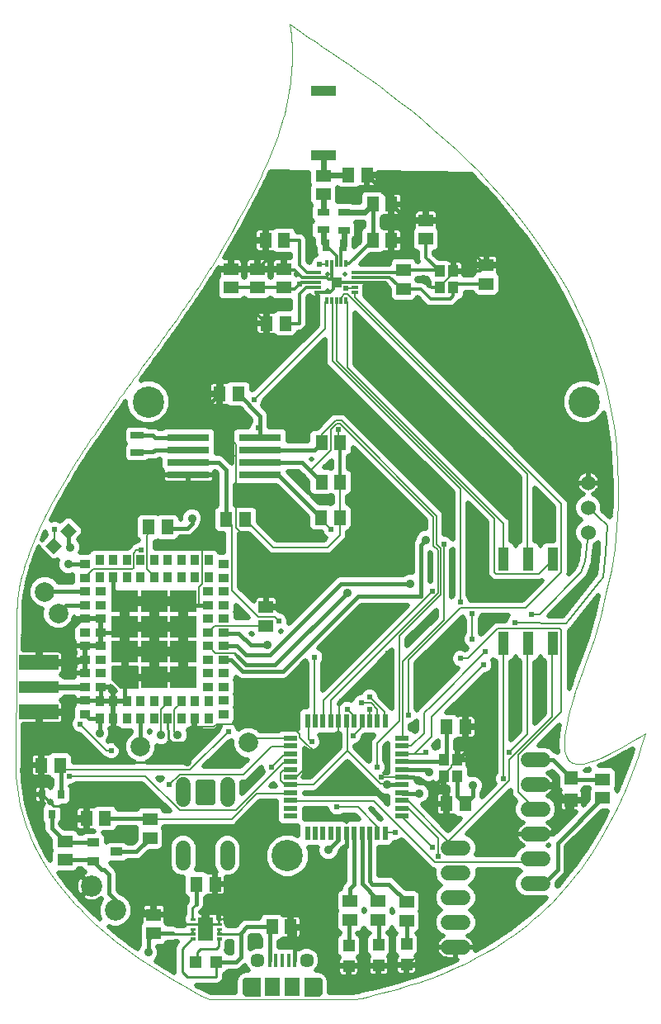
<source format=gtl>
G75*
%MOIN*%
%OFA0B0*%
%FSLAX25Y25*%
%IPPOS*%
%LPD*%
%AMOC8*
5,1,8,0,0,1.08239X$1,22.5*
%
%ADD10C,0.00000*%
%ADD11C,0.06000*%
%ADD12C,0.08600*%
%ADD13R,0.05118X0.05906*%
%ADD14R,0.05906X0.05118*%
%ADD15R,0.05500X0.05700*%
%ADD16R,0.17106X0.03150*%
%ADD17C,0.05709*%
%ADD18R,0.01575X0.05315*%
%ADD19R,0.05906X0.07480*%
%ADD20C,0.00001*%
%ADD21R,0.04724X0.04724*%
%ADD22R,0.04724X0.04724*%
%ADD23R,0.04331X0.04724*%
%ADD24R,0.05512X0.02756*%
%ADD25C,0.06000*%
%ADD26C,0.07874*%
%ADD27R,0.06496X0.09370*%
%ADD28C,0.00246*%
%ADD29R,0.03150X0.03543*%
%ADD30R,0.04724X0.03543*%
%ADD31R,0.03543X0.04331*%
%ADD32R,0.04331X0.03543*%
%ADD33R,0.05906X0.05906*%
%ADD34R,0.10630X0.09055*%
%ADD35C,0.00500*%
%ADD36R,0.05800X0.02000*%
%ADD37R,0.02000X0.05800*%
%ADD38R,0.16000X0.06000*%
%ADD39R,0.16000X0.05000*%
%ADD40R,0.03937X0.03937*%
%ADD41R,0.02559X0.01181*%
%ADD42R,0.01181X0.02559*%
%ADD43R,0.03150X0.04724*%
%ADD44R,0.04724X0.03150*%
%ADD45R,0.10000X0.04000*%
%ADD46R,0.04449X0.09606*%
%ADD47C,0.01600*%
%ADD48C,0.01000*%
%ADD49C,0.01575*%
%ADD50C,0.03562*%
%ADD51C,0.00984*%
%ADD52C,0.01200*%
%ADD53C,0.00600*%
%ADD54C,0.02400*%
%ADD55C,0.02000*%
%ADD56C,0.02400*%
%ADD57C,0.02362*%
%ADD58C,0.12661*%
D10*
X0049225Y0058865D02*
X0046667Y0063028D01*
X0045489Y0065136D01*
X0044414Y0067269D01*
X0043340Y0069403D01*
X0042369Y0071562D01*
X0041504Y0073747D01*
X0040639Y0075932D01*
X0039879Y0078143D01*
X0039227Y0080380D01*
X0038575Y0082617D01*
X0038032Y0084880D01*
X0037164Y0089457D01*
X0036840Y0091771D01*
X0036628Y0094111D01*
X0036417Y0096452D01*
X0036317Y0098818D01*
X0036332Y0101210D01*
X0036356Y0105023D01*
X0036380Y0108837D01*
X0036451Y0120278D01*
X0036475Y0124091D01*
X0036523Y0131719D01*
X0036547Y0135532D01*
X0036594Y0143159D01*
X0036618Y0146973D01*
X0036690Y0158414D01*
X0036713Y0162227D01*
X0036722Y0163669D01*
X0036796Y0165129D01*
X0036929Y0166605D01*
X0037062Y0168081D01*
X0037256Y0169574D01*
X0037755Y0172588D01*
X0038061Y0174109D01*
X0038418Y0175642D01*
X0038776Y0177176D01*
X0038775Y0177166D02*
X0038771Y0177166D01*
X0038775Y0177166D02*
X0039183Y0178717D01*
X0039186Y0178721D02*
X0039644Y0180277D01*
X0040101Y0181833D01*
X0040607Y0183399D01*
X0041157Y0184973D01*
X0041706Y0186547D01*
X0042300Y0188130D01*
X0042934Y0189718D01*
X0043567Y0191306D01*
X0044241Y0192900D01*
X0044950Y0194499D01*
X0045659Y0196097D01*
X0046405Y0197699D01*
X0047181Y0199303D01*
X0047958Y0200907D01*
X0048767Y0202513D01*
X0049604Y0204119D01*
X0050440Y0205725D01*
X0051305Y0207331D01*
X0052192Y0208934D01*
X0053080Y0210537D01*
X0053992Y0212139D01*
X0054923Y0213735D01*
X0055855Y0215332D01*
X0056806Y0216925D01*
X0057772Y0218511D01*
X0058739Y0220097D01*
X0059721Y0221677D01*
X0060715Y0223248D01*
X0061709Y0224820D01*
X0062714Y0226383D01*
X0063727Y0227935D01*
X0064740Y0229487D01*
X0065760Y0231029D01*
X0066784Y0232558D01*
X0067808Y0234088D01*
X0068835Y0235604D01*
X0069862Y0237106D01*
X0070890Y0238611D01*
X0071935Y0240120D01*
X0074055Y0243149D01*
X0075129Y0244669D01*
X0076216Y0246195D01*
X0077303Y0247721D01*
X0078402Y0249253D01*
X0079511Y0250791D01*
X0080620Y0252329D01*
X0081739Y0253872D01*
X0082866Y0255422D01*
X0083992Y0256972D01*
X0085126Y0258529D01*
X0086265Y0260092D01*
X0087405Y0261655D01*
X0088549Y0263224D01*
X0089696Y0264801D01*
X0090844Y0266377D01*
X0091994Y0267960D01*
X0094295Y0271141D01*
X0095446Y0272739D01*
X0096595Y0274344D01*
X0097744Y0275949D01*
X0098891Y0277561D01*
X0100033Y0279181D01*
X0101176Y0280801D01*
X0102314Y0282429D01*
X0103446Y0284065D01*
X0104578Y0285701D01*
X0105703Y0287345D01*
X0106819Y0288997D01*
X0107935Y0290649D01*
X0109041Y0292309D01*
X0110137Y0293978D01*
X0111232Y0295647D01*
X0112316Y0297324D01*
X0113386Y0299010D01*
X0114456Y0300696D01*
X0115512Y0302391D01*
X0116552Y0304096D01*
X0117592Y0305800D01*
X0118616Y0307513D01*
X0119621Y0309235D01*
X0120627Y0310958D01*
X0121613Y0312690D01*
X0123545Y0316173D01*
X0124502Y0317901D01*
X0126391Y0321334D01*
X0127323Y0323040D01*
X0128239Y0324738D01*
X0129155Y0326436D01*
X0130055Y0328126D01*
X0131816Y0331497D01*
X0132676Y0333178D01*
X0133513Y0334857D01*
X0134350Y0336537D01*
X0135163Y0338214D01*
X0135950Y0339893D01*
X0136736Y0341572D01*
X0137495Y0343253D01*
X0138951Y0346623D01*
X0139648Y0348312D01*
X0140311Y0350010D01*
X0140974Y0351707D01*
X0141602Y0353412D01*
X0142192Y0355127D01*
X0142782Y0356843D01*
X0143333Y0358569D01*
X0144352Y0362049D01*
X0144820Y0363803D01*
X0145242Y0365574D01*
X0145664Y0367344D01*
X0146040Y0369132D01*
X0146694Y0372747D01*
X0146972Y0374574D01*
X0147196Y0376425D01*
X0147421Y0378276D01*
X0147592Y0380149D01*
X0147707Y0382049D01*
X0147821Y0383949D01*
X0147879Y0385875D01*
X0147877Y0387830D01*
X0147874Y0389785D01*
X0147811Y0391769D01*
X0147684Y0393786D01*
X0147557Y0395802D01*
X0147366Y0397851D01*
X0147107Y0399936D01*
X0149131Y0398453D01*
X0151591Y0396761D01*
X0154411Y0394854D01*
X0157231Y0392947D01*
X0160410Y0390825D01*
X0163874Y0388481D01*
X0167337Y0386137D01*
X0171083Y0383571D01*
X0175037Y0380777D01*
X0178991Y0377984D01*
X0183152Y0374961D01*
X0187443Y0371705D01*
X0191734Y0368448D01*
X0196156Y0364956D01*
X0200632Y0361224D01*
X0205108Y0357491D01*
X0209638Y0353517D01*
X0214146Y0349295D01*
X0218654Y0345074D01*
X0223140Y0340605D01*
X0227527Y0335881D01*
X0231914Y0331158D01*
X0236203Y0326180D01*
X0240316Y0320942D01*
X0244429Y0315704D01*
X0248368Y0310205D01*
X0255741Y0298673D01*
X0259176Y0292639D01*
X0265391Y0280026D01*
X0268170Y0273445D01*
X0272920Y0259724D01*
X0274890Y0252583D01*
X0277870Y0237729D01*
X0278879Y0230015D01*
X0279783Y0214001D01*
X0279678Y0205701D01*
X0278939Y0197101D01*
X0278200Y0188501D01*
X0276827Y0179602D01*
X0274744Y0170396D01*
X0272662Y0161191D01*
X0269869Y0151680D01*
X0266290Y0141856D01*
X0265184Y0138821D01*
X0264191Y0135982D01*
X0263308Y0133329D01*
X0262425Y0130677D01*
X0261653Y0128213D01*
X0260323Y0123642D01*
X0259767Y0121536D01*
X0258865Y0117666D01*
X0258520Y0115903D01*
X0258279Y0114304D01*
X0258037Y0112704D01*
X0257900Y0111268D01*
X0257863Y0109988D01*
X0257827Y0108708D01*
X0257892Y0107583D01*
X0258056Y0106606D01*
X0258220Y0105629D01*
X0258484Y0104800D01*
X0258844Y0104111D01*
X0259205Y0103421D01*
X0259662Y0102872D01*
X0260214Y0102454D01*
X0260766Y0102037D01*
X0261413Y0101752D01*
X0262892Y0101429D01*
X0263725Y0101391D01*
X0264647Y0101470D01*
X0265570Y0101549D01*
X0266582Y0101744D01*
X0268784Y0102350D01*
X0269974Y0102761D01*
X0272524Y0103785D01*
X0273885Y0104397D01*
X0275330Y0105101D01*
X0276775Y0105806D01*
X0278303Y0106603D01*
X0279914Y0107484D01*
X0281524Y0108366D01*
X0283215Y0109332D01*
X0286758Y0111417D01*
X0288608Y0112537D01*
X0290535Y0113725D01*
X0289087Y0108846D01*
X0287539Y0104197D01*
X0285898Y0099764D01*
X0284257Y0095332D01*
X0282524Y0091117D01*
X0278886Y0083098D01*
X0276981Y0079293D01*
X0274998Y0075682D01*
X0273015Y0072070D01*
X0270953Y0068652D01*
X0268819Y0065414D01*
X0266685Y0062177D01*
X0264480Y0059120D01*
X0262210Y0056233D01*
X0259940Y0053346D01*
X0257605Y0050627D01*
X0255212Y0048066D01*
X0252819Y0045504D01*
X0250368Y0043100D01*
X0247867Y0040840D01*
X0245365Y0038580D01*
X0242813Y0036466D01*
X0237620Y0032501D01*
X0234980Y0030652D01*
X0229625Y0027195D01*
X0226911Y0025587D01*
X0221423Y0022589D01*
X0218649Y0021199D01*
X0213054Y0018611D01*
X0210234Y0017414D01*
X0204561Y0015188D01*
X0201708Y0014160D01*
X0198846Y0013205D01*
X0195985Y0012249D01*
X0193114Y0011366D01*
X0190241Y0010543D01*
X0187368Y0009720D01*
X0184492Y0008958D01*
X0181622Y0008244D01*
X0178751Y0007530D01*
X0175886Y0006864D01*
X0173032Y0006235D01*
X0114522Y0006235D01*
X0111436Y0007801D01*
X0108429Y0009392D01*
X0105503Y0011010D01*
X0102578Y0012627D01*
X0099734Y0014270D01*
X0096974Y0015939D01*
X0094214Y0017608D01*
X0091538Y0019303D01*
X0088948Y0021024D01*
X0086358Y0022744D01*
X0083854Y0024490D01*
X0081438Y0026262D01*
X0079022Y0028034D01*
X0076694Y0029832D01*
X0074457Y0031656D01*
X0072219Y0033480D01*
X0070072Y0035329D01*
X0068018Y0037204D01*
X0065963Y0039080D01*
X0064001Y0040981D01*
X0062134Y0042908D01*
X0060267Y0044834D01*
X0058494Y0046787D01*
X0056819Y0048766D01*
X0055143Y0050744D01*
X0053564Y0052748D01*
X0050605Y0056809D01*
X0049225Y0058865D01*
X0128010Y0014090D02*
X0128245Y0014464D01*
X0128557Y0014775D01*
X0128930Y0015010D01*
X0129346Y0015155D01*
X0129784Y0015205D01*
X0134902Y0015205D01*
X0134902Y0007724D01*
X0129784Y0007724D01*
X0129346Y0007774D01*
X0128930Y0007919D01*
X0128557Y0008154D01*
X0128245Y0008466D01*
X0128010Y0008839D01*
X0127865Y0009255D01*
X0127815Y0009693D01*
X0127815Y0013236D01*
X0127865Y0013674D01*
X0128010Y0014090D01*
X0153012Y0015205D02*
X0153012Y0007724D01*
X0158130Y0007724D01*
X0158568Y0007774D01*
X0158984Y0007919D01*
X0159358Y0008154D01*
X0159669Y0008466D01*
X0159904Y0008839D01*
X0160049Y0009255D01*
X0160099Y0009693D01*
X0160099Y0013236D01*
X0160049Y0013674D01*
X0159904Y0014090D01*
X0159669Y0014464D01*
X0159358Y0014775D01*
X0158984Y0015010D01*
X0158568Y0015155D01*
X0158130Y0015205D01*
X0153012Y0015205D01*
X0039178Y0178704D02*
X0039191Y0178745D01*
D11*
X0104026Y0093048D02*
X0104026Y0087048D01*
X0104026Y0067448D02*
X0104026Y0061448D01*
X0121826Y0061448D02*
X0121826Y0067448D01*
X0121826Y0087048D02*
X0121826Y0093048D01*
X0211022Y0067468D02*
X0217022Y0067468D01*
X0217022Y0057468D02*
X0211022Y0057468D01*
X0211022Y0047468D02*
X0217022Y0047468D01*
X0217022Y0037468D02*
X0211022Y0037468D01*
X0211022Y0027468D02*
X0217022Y0027468D01*
X0243238Y0053044D02*
X0249238Y0053044D01*
X0249238Y0063044D02*
X0243238Y0063044D01*
X0243238Y0073044D02*
X0249238Y0073044D01*
X0249238Y0083044D02*
X0243238Y0083044D01*
X0243238Y0093044D02*
X0249238Y0093044D01*
X0249238Y0103044D02*
X0243238Y0103044D01*
D12*
X0076664Y0042276D03*
X0066921Y0052020D03*
D13*
X0064855Y0079374D03*
X0072335Y0079374D03*
X0054185Y0100870D03*
X0046705Y0100870D03*
X0109343Y0052878D03*
X0116823Y0052878D03*
X0139874Y0035594D03*
X0147355Y0035594D03*
X0210364Y0085232D03*
X0217844Y0085232D03*
X0217929Y0116278D03*
X0210448Y0116278D03*
X0167165Y0200855D03*
X0159685Y0200855D03*
X0159810Y0215185D03*
X0167291Y0215185D03*
X0167292Y0231054D03*
X0159811Y0231054D03*
X0128870Y0200122D03*
X0121390Y0200122D03*
X0097532Y0196972D03*
X0090052Y0196972D03*
X0118713Y0250713D03*
X0126193Y0250713D03*
X0137650Y0279217D03*
X0145130Y0279217D03*
X0144737Y0312681D03*
X0137256Y0312681D03*
X0170675Y0339065D03*
X0178155Y0339065D03*
X0180563Y0327248D03*
X0188044Y0327248D03*
X0188044Y0312681D03*
X0180563Y0312681D03*
D14*
X0192965Y0300673D03*
X0192965Y0293193D03*
X0202020Y0313272D03*
X0202020Y0320752D03*
X0226430Y0302642D03*
X0226430Y0295161D03*
X0160485Y0331382D03*
X0160485Y0338862D03*
X0144540Y0301067D03*
X0144540Y0293587D03*
X0133910Y0293587D03*
X0133910Y0301067D03*
X0123280Y0301067D03*
X0123280Y0293587D03*
X0137414Y0164689D03*
X0137414Y0157209D03*
X0090603Y0079020D03*
X0090603Y0071539D03*
X0092020Y0040555D03*
X0092020Y0033075D03*
X0056193Y0062681D03*
X0056193Y0070161D03*
X0171359Y0045901D03*
X0171359Y0038421D03*
X0182675Y0038477D03*
X0182675Y0045957D03*
X0194146Y0045623D03*
X0194146Y0038142D03*
X0273424Y0087737D03*
X0273424Y0095218D03*
D15*
X0260727Y0095626D03*
X0260727Y0086826D03*
D16*
X0135022Y0218134D03*
X0135022Y0223134D03*
X0135022Y0228134D03*
X0135022Y0233134D03*
X0106105Y0233134D03*
X0106105Y0228134D03*
X0106105Y0223134D03*
X0106105Y0218134D03*
D17*
X0134115Y0022094D03*
X0153800Y0022094D03*
D18*
X0149075Y0022094D03*
X0146516Y0022094D03*
X0143957Y0022094D03*
X0141398Y0022094D03*
X0138839Y0022094D03*
D19*
X0140020Y0011465D03*
X0147894Y0011465D03*
D20*
X0153012Y0011475D02*
X0160099Y0011475D01*
X0160099Y0011474D02*
X0153012Y0011474D01*
X0153012Y0011473D02*
X0160099Y0011473D01*
X0160099Y0011472D02*
X0153012Y0011472D01*
X0153012Y0011471D02*
X0160099Y0011471D01*
X0160099Y0011470D02*
X0153012Y0011470D01*
X0153012Y0011469D02*
X0160099Y0011469D01*
X0153012Y0011469D01*
X0153012Y0011468D02*
X0160099Y0011468D01*
X0160099Y0011467D02*
X0153012Y0011467D01*
X0153012Y0011466D02*
X0160099Y0011466D01*
X0160099Y0011465D02*
X0153012Y0011465D01*
X0153012Y0011464D02*
X0160099Y0011464D01*
X0160099Y0011463D02*
X0153012Y0011463D01*
X0153012Y0011462D02*
X0160099Y0011462D01*
X0160099Y0011461D02*
X0153012Y0011461D01*
X0153012Y0011460D02*
X0160099Y0011460D01*
X0160099Y0011459D02*
X0153012Y0011459D01*
X0153012Y0011458D02*
X0160099Y0011458D01*
X0160099Y0011457D02*
X0153012Y0011457D01*
X0153012Y0011456D02*
X0160099Y0011456D01*
X0160099Y0011455D02*
X0153012Y0011455D01*
X0153012Y0011454D02*
X0160099Y0011454D01*
X0160099Y0011453D02*
X0153012Y0011453D01*
X0153012Y0011452D02*
X0160099Y0011452D01*
X0160099Y0011451D02*
X0153012Y0011451D01*
X0153012Y0011450D02*
X0160099Y0011450D01*
X0160099Y0011449D02*
X0153012Y0011449D01*
X0153012Y0011448D02*
X0160099Y0011448D01*
X0160099Y0011447D02*
X0153012Y0011447D01*
X0153012Y0011446D02*
X0160099Y0011446D01*
X0160099Y0011445D02*
X0153012Y0011445D01*
X0153012Y0011444D02*
X0160099Y0011444D01*
X0160099Y0011443D02*
X0153012Y0011443D01*
X0153012Y0011442D02*
X0160099Y0011442D01*
X0160099Y0011441D02*
X0153012Y0011441D01*
X0153012Y0011440D02*
X0160099Y0011440D01*
X0160099Y0011439D02*
X0153012Y0011439D01*
X0153012Y0011438D02*
X0160099Y0011438D01*
X0160099Y0011437D02*
X0153012Y0011437D01*
X0153012Y0011436D02*
X0160099Y0011436D01*
X0160099Y0011435D02*
X0153012Y0011435D01*
X0153012Y0011434D02*
X0160099Y0011434D01*
X0160099Y0011433D02*
X0153012Y0011433D01*
X0153012Y0011432D02*
X0160099Y0011432D01*
X0160099Y0011431D02*
X0153012Y0011431D01*
X0153012Y0011430D02*
X0160099Y0011430D01*
X0160099Y0011429D02*
X0153012Y0011429D01*
X0153012Y0011428D02*
X0160099Y0011428D01*
X0160099Y0011427D02*
X0153012Y0011427D01*
X0153012Y0011426D02*
X0160099Y0011426D01*
X0160099Y0011425D02*
X0153012Y0011425D01*
X0153012Y0011424D02*
X0160099Y0011424D01*
X0160099Y0011423D02*
X0153012Y0011423D01*
X0153012Y0011422D02*
X0160099Y0011422D01*
X0160099Y0011421D02*
X0153012Y0011421D01*
X0153012Y0011420D02*
X0160099Y0011420D01*
X0160099Y0011419D02*
X0153012Y0011419D01*
X0153012Y0011418D02*
X0160099Y0011418D01*
X0160099Y0011417D02*
X0153012Y0011417D01*
X0153012Y0011416D02*
X0160099Y0011416D01*
X0160099Y0011415D02*
X0153012Y0011415D01*
X0153012Y0011414D02*
X0160099Y0011414D01*
X0160099Y0011413D02*
X0153012Y0011413D01*
X0153012Y0011412D02*
X0160099Y0011412D01*
X0160099Y0011411D02*
X0153012Y0011411D01*
X0153012Y0011410D02*
X0160099Y0011410D01*
X0160099Y0011409D02*
X0153012Y0011409D01*
X0153012Y0011408D02*
X0160099Y0011408D01*
X0160099Y0011407D02*
X0153012Y0011407D01*
X0153012Y0011406D02*
X0160099Y0011406D01*
X0153012Y0011406D01*
X0153012Y0011405D02*
X0160099Y0011405D01*
X0160099Y0011404D02*
X0153012Y0011404D01*
X0153012Y0011403D02*
X0160099Y0011403D01*
X0160099Y0011402D02*
X0153012Y0011402D01*
X0153012Y0011401D02*
X0160099Y0011401D01*
X0160099Y0011400D02*
X0153012Y0011400D01*
X0153012Y0011399D02*
X0160099Y0011399D01*
X0160099Y0011398D02*
X0153012Y0011398D01*
X0153012Y0011397D02*
X0160099Y0011397D01*
X0160099Y0011396D02*
X0153012Y0011396D01*
X0153012Y0011395D02*
X0160099Y0011395D01*
X0160099Y0011394D02*
X0153012Y0011394D01*
X0153012Y0011393D02*
X0160099Y0011393D01*
X0160099Y0011392D02*
X0153012Y0011392D01*
X0153012Y0011391D02*
X0160099Y0011391D01*
X0160099Y0011390D02*
X0153012Y0011390D01*
X0153012Y0011389D02*
X0160099Y0011389D01*
X0160099Y0011388D02*
X0153012Y0011388D01*
X0153012Y0011387D02*
X0160099Y0011387D01*
X0160099Y0011386D02*
X0153012Y0011386D01*
X0153012Y0011385D02*
X0160099Y0011385D01*
X0160099Y0011384D02*
X0153012Y0011384D01*
X0153012Y0011383D02*
X0160099Y0011383D01*
X0160099Y0011382D02*
X0153012Y0011382D01*
X0153012Y0011381D02*
X0160099Y0011381D01*
X0160099Y0011380D02*
X0153012Y0011380D01*
X0153012Y0011379D02*
X0160099Y0011379D01*
X0160099Y0011378D02*
X0153012Y0011378D01*
X0153012Y0011377D02*
X0160099Y0011377D01*
X0160099Y0011376D02*
X0153012Y0011376D01*
X0153012Y0011375D02*
X0160099Y0011375D01*
X0160099Y0011374D02*
X0153012Y0011374D01*
X0153012Y0011373D02*
X0160099Y0011373D01*
X0160099Y0011372D02*
X0153012Y0011372D01*
X0153012Y0011371D02*
X0160099Y0011371D01*
X0160099Y0011370D02*
X0153012Y0011370D01*
X0153012Y0011369D02*
X0160099Y0011369D01*
X0160099Y0011368D02*
X0153012Y0011368D01*
X0153012Y0011367D02*
X0160099Y0011367D01*
X0160099Y0011366D02*
X0153012Y0011366D01*
X0153012Y0011365D02*
X0160099Y0011365D01*
X0160099Y0011364D02*
X0153012Y0011364D01*
X0153012Y0011363D02*
X0160099Y0011363D01*
X0160099Y0011362D02*
X0153012Y0011362D01*
X0153012Y0011361D02*
X0160099Y0011361D01*
X0160099Y0011360D02*
X0153012Y0011360D01*
X0153012Y0011359D02*
X0160099Y0011359D01*
X0160099Y0011358D02*
X0153012Y0011358D01*
X0153012Y0011357D02*
X0160099Y0011357D01*
X0160099Y0011356D02*
X0153012Y0011356D01*
X0153012Y0011355D02*
X0160099Y0011355D01*
X0160099Y0011354D02*
X0153012Y0011354D01*
X0153012Y0011353D02*
X0160099Y0011353D01*
X0160099Y0011352D02*
X0153012Y0011352D01*
X0153012Y0011351D02*
X0160099Y0011351D01*
X0160099Y0011350D02*
X0153012Y0011350D01*
X0153012Y0011349D02*
X0160099Y0011349D01*
X0160099Y0011348D02*
X0153012Y0011348D01*
X0153012Y0011347D02*
X0160099Y0011347D01*
X0160099Y0011346D02*
X0153012Y0011346D01*
X0153012Y0011345D02*
X0160099Y0011345D01*
X0160099Y0011344D02*
X0153012Y0011344D01*
X0160099Y0011344D01*
X0160099Y0011343D02*
X0153012Y0011343D01*
X0153012Y0011342D02*
X0160099Y0011342D01*
X0160099Y0011341D02*
X0153012Y0011341D01*
X0153012Y0011340D02*
X0160099Y0011340D01*
X0160099Y0011339D02*
X0153012Y0011339D01*
X0153012Y0011338D02*
X0160099Y0011338D01*
X0160099Y0011337D02*
X0153012Y0011337D01*
X0153012Y0011336D02*
X0160099Y0011336D01*
X0160099Y0011335D02*
X0153012Y0011335D01*
X0153012Y0011334D02*
X0160099Y0011334D01*
X0160099Y0011333D02*
X0153012Y0011333D01*
X0153012Y0011332D02*
X0160099Y0011332D01*
X0160099Y0011331D02*
X0153012Y0011331D01*
X0153012Y0011330D02*
X0160099Y0011330D01*
X0160099Y0011329D02*
X0153012Y0011329D01*
X0153012Y0011328D02*
X0160099Y0011328D01*
X0160099Y0011327D02*
X0153012Y0011327D01*
X0153012Y0011326D02*
X0160099Y0011326D01*
X0160099Y0011325D02*
X0153012Y0011325D01*
X0153012Y0011324D02*
X0160099Y0011324D01*
X0160099Y0011323D02*
X0153012Y0011323D01*
X0153012Y0011322D02*
X0160099Y0011322D01*
X0160099Y0011321D02*
X0153012Y0011321D01*
X0153012Y0011320D02*
X0160099Y0011320D01*
X0160099Y0011319D02*
X0153012Y0011319D01*
X0153012Y0011318D02*
X0160099Y0011318D01*
X0160099Y0011317D02*
X0153012Y0011317D01*
X0153012Y0011316D02*
X0160099Y0011316D01*
X0160099Y0011315D02*
X0153012Y0011315D01*
X0153012Y0011314D02*
X0160099Y0011314D01*
X0160099Y0011313D02*
X0153012Y0011313D01*
X0153012Y0011312D02*
X0160099Y0011312D01*
X0160099Y0011311D02*
X0153012Y0011311D01*
X0153012Y0011310D02*
X0160099Y0011310D01*
X0160099Y0011309D02*
X0153012Y0011309D01*
X0153012Y0011308D02*
X0160099Y0011308D01*
X0160099Y0011307D02*
X0153012Y0011307D01*
X0153012Y0011306D02*
X0160099Y0011306D01*
X0160099Y0011305D02*
X0153012Y0011305D01*
X0153012Y0011304D02*
X0160099Y0011304D01*
X0160099Y0011303D02*
X0153012Y0011303D01*
X0153012Y0011302D02*
X0160099Y0011302D01*
X0160099Y0011301D02*
X0153012Y0011301D01*
X0153012Y0011300D02*
X0160099Y0011300D01*
X0160099Y0011299D02*
X0153012Y0011299D01*
X0153012Y0011298D02*
X0160099Y0011298D01*
X0160099Y0011297D02*
X0153012Y0011297D01*
X0153012Y0011296D02*
X0160099Y0011296D01*
X0160099Y0011295D02*
X0153012Y0011295D01*
X0153012Y0011294D02*
X0160099Y0011294D01*
X0160099Y0011293D02*
X0153012Y0011293D01*
X0153012Y0011292D02*
X0160099Y0011292D01*
X0160099Y0011291D02*
X0153012Y0011291D01*
X0153012Y0011290D02*
X0160099Y0011290D01*
X0160099Y0011289D02*
X0153012Y0011289D01*
X0153012Y0011288D02*
X0160099Y0011288D01*
X0160099Y0011287D02*
X0153012Y0011287D01*
X0153012Y0011286D02*
X0160099Y0011286D01*
X0160099Y0011285D02*
X0153012Y0011285D01*
X0153012Y0011284D02*
X0160099Y0011284D01*
X0160099Y0011283D02*
X0153012Y0011283D01*
X0153012Y0011282D02*
X0160099Y0011282D01*
X0160099Y0011281D02*
X0153012Y0011281D01*
X0160099Y0011281D01*
X0160099Y0011280D02*
X0153012Y0011280D01*
X0153012Y0011279D02*
X0160099Y0011279D01*
X0160099Y0011278D02*
X0153012Y0011278D01*
X0153012Y0011277D02*
X0160099Y0011277D01*
X0160099Y0011276D02*
X0153012Y0011276D01*
X0153012Y0011275D02*
X0160099Y0011275D01*
X0160099Y0011274D02*
X0153012Y0011274D01*
X0153012Y0011273D02*
X0160099Y0011273D01*
X0160099Y0011272D02*
X0153012Y0011272D01*
X0153012Y0011271D02*
X0160099Y0011271D01*
X0160099Y0011270D02*
X0153012Y0011270D01*
X0153012Y0011269D02*
X0160099Y0011269D01*
X0160099Y0011268D02*
X0153012Y0011268D01*
X0153012Y0011267D02*
X0160099Y0011267D01*
X0160099Y0011266D02*
X0153012Y0011266D01*
X0153012Y0011265D02*
X0160099Y0011265D01*
X0160099Y0011264D02*
X0153012Y0011264D01*
X0153012Y0011263D02*
X0160099Y0011263D01*
X0160099Y0011262D02*
X0153012Y0011262D01*
X0153012Y0011261D02*
X0160099Y0011261D01*
X0160099Y0011260D02*
X0153012Y0011260D01*
X0153012Y0011259D02*
X0160099Y0011259D01*
X0160099Y0011258D02*
X0153012Y0011258D01*
X0153012Y0011257D02*
X0160099Y0011257D01*
X0160099Y0011256D02*
X0153012Y0011256D01*
X0153012Y0011255D02*
X0160099Y0011255D01*
X0160099Y0011254D02*
X0153012Y0011254D01*
X0153012Y0011253D02*
X0160099Y0011253D01*
X0160099Y0011252D02*
X0153012Y0011252D01*
X0153012Y0011251D02*
X0160099Y0011251D01*
X0160099Y0011250D02*
X0153012Y0011250D01*
X0153012Y0011249D02*
X0160099Y0011249D01*
X0160099Y0011248D02*
X0153012Y0011248D01*
X0153012Y0011247D02*
X0160099Y0011247D01*
X0160099Y0011246D02*
X0153012Y0011246D01*
X0153012Y0011245D02*
X0160099Y0011245D01*
X0160099Y0011244D02*
X0153012Y0011244D01*
X0153012Y0011243D02*
X0160099Y0011243D01*
X0160099Y0011242D02*
X0153012Y0011242D01*
X0153012Y0011241D02*
X0160099Y0011241D01*
X0160099Y0011240D02*
X0153012Y0011240D01*
X0153012Y0011239D02*
X0160099Y0011239D01*
X0160099Y0011238D02*
X0153012Y0011238D01*
X0153012Y0011237D02*
X0160099Y0011237D01*
X0160099Y0011236D02*
X0153012Y0011236D01*
X0153012Y0011235D02*
X0160099Y0011235D01*
X0160099Y0011234D02*
X0153012Y0011234D01*
X0153012Y0011233D02*
X0160099Y0011233D01*
X0160099Y0011232D02*
X0153012Y0011232D01*
X0153012Y0011231D02*
X0160099Y0011231D01*
X0160099Y0011230D02*
X0153012Y0011230D01*
X0153012Y0011229D02*
X0160099Y0011229D01*
X0160099Y0011228D02*
X0153012Y0011228D01*
X0153012Y0011227D02*
X0160099Y0011227D01*
X0160099Y0011226D02*
X0153012Y0011226D01*
X0153012Y0011225D02*
X0160099Y0011225D01*
X0160099Y0011224D02*
X0153012Y0011224D01*
X0153012Y0011223D02*
X0160099Y0011223D01*
X0160099Y0011222D02*
X0153012Y0011222D01*
X0153012Y0011221D02*
X0160099Y0011221D01*
X0160099Y0011220D02*
X0153012Y0011220D01*
X0153012Y0011219D02*
X0160099Y0011219D01*
X0153012Y0011219D01*
X0153012Y0011218D02*
X0160099Y0011218D01*
X0160099Y0011217D02*
X0153012Y0011217D01*
X0153012Y0011216D02*
X0160099Y0011216D01*
X0160099Y0011215D02*
X0153012Y0011215D01*
X0153012Y0011214D02*
X0160099Y0011214D01*
X0160099Y0011213D02*
X0153012Y0011213D01*
X0153012Y0011212D02*
X0160099Y0011212D01*
X0160099Y0011211D02*
X0153012Y0011211D01*
X0153012Y0011210D02*
X0160099Y0011210D01*
X0160099Y0011209D02*
X0153012Y0011209D01*
X0153012Y0011208D02*
X0160099Y0011208D01*
X0160099Y0011207D02*
X0153012Y0011207D01*
X0153012Y0011206D02*
X0160099Y0011206D01*
X0160099Y0011205D02*
X0153012Y0011205D01*
X0153012Y0011204D02*
X0160099Y0011204D01*
X0160099Y0011203D02*
X0153012Y0011203D01*
X0153012Y0011202D02*
X0160099Y0011202D01*
X0160099Y0011201D02*
X0153012Y0011201D01*
X0153012Y0011200D02*
X0160099Y0011200D01*
X0160099Y0011199D02*
X0153012Y0011199D01*
X0153012Y0011198D02*
X0160099Y0011198D01*
X0160099Y0011197D02*
X0153012Y0011197D01*
X0153012Y0011196D02*
X0160099Y0011196D01*
X0160099Y0011195D02*
X0153012Y0011195D01*
X0153012Y0011194D02*
X0160099Y0011194D01*
X0160099Y0011193D02*
X0153012Y0011193D01*
X0153012Y0011192D02*
X0160099Y0011192D01*
X0160099Y0011191D02*
X0153012Y0011191D01*
X0153012Y0011190D02*
X0160099Y0011190D01*
X0160099Y0011189D02*
X0153012Y0011189D01*
X0153012Y0011188D02*
X0160099Y0011188D01*
X0160099Y0011187D02*
X0153012Y0011187D01*
X0153012Y0011186D02*
X0160099Y0011186D01*
X0160099Y0011185D02*
X0153012Y0011185D01*
X0153012Y0011184D02*
X0160099Y0011184D01*
X0160099Y0011183D02*
X0153012Y0011183D01*
X0153012Y0011182D02*
X0160099Y0011182D01*
X0160099Y0011181D02*
X0153012Y0011181D01*
X0153012Y0011180D02*
X0160099Y0011180D01*
X0160099Y0011179D02*
X0153012Y0011179D01*
X0153012Y0011178D02*
X0160099Y0011178D01*
X0160099Y0011177D02*
X0153012Y0011177D01*
X0153012Y0011176D02*
X0160099Y0011176D01*
X0160099Y0011175D02*
X0153012Y0011175D01*
X0153012Y0011174D02*
X0160099Y0011174D01*
X0160099Y0011173D02*
X0153012Y0011173D01*
X0153012Y0011172D02*
X0160099Y0011172D01*
X0160099Y0011171D02*
X0153012Y0011171D01*
X0153012Y0011170D02*
X0160099Y0011170D01*
X0160099Y0011169D02*
X0153012Y0011169D01*
X0153012Y0011168D02*
X0160099Y0011168D01*
X0160099Y0011167D02*
X0153012Y0011167D01*
X0153012Y0011166D02*
X0160099Y0011166D01*
X0160099Y0011165D02*
X0153012Y0011165D01*
X0153012Y0011164D02*
X0160099Y0011164D01*
X0160099Y0011163D02*
X0153012Y0011163D01*
X0153012Y0011162D02*
X0160099Y0011162D01*
X0160099Y0011161D02*
X0153012Y0011161D01*
X0153012Y0011160D02*
X0160099Y0011160D01*
X0160099Y0011159D02*
X0153012Y0011159D01*
X0153012Y0011158D02*
X0160099Y0011158D01*
X0160099Y0011157D02*
X0153012Y0011157D01*
X0153012Y0011156D02*
X0160099Y0011156D01*
X0153012Y0011156D01*
X0153012Y0011155D02*
X0160099Y0011155D01*
X0160099Y0011154D02*
X0153012Y0011154D01*
X0153012Y0011153D02*
X0160099Y0011153D01*
X0160099Y0011152D02*
X0153012Y0011152D01*
X0153012Y0011151D02*
X0160099Y0011151D01*
X0160099Y0011150D02*
X0153012Y0011150D01*
X0153012Y0011149D02*
X0160099Y0011149D01*
X0160099Y0011148D02*
X0153012Y0011148D01*
X0153012Y0011147D02*
X0160099Y0011147D01*
X0160099Y0011146D02*
X0153012Y0011146D01*
X0153012Y0011145D02*
X0160099Y0011145D01*
X0160099Y0011144D02*
X0153012Y0011144D01*
X0153012Y0011143D02*
X0160099Y0011143D01*
X0160099Y0011142D02*
X0153012Y0011142D01*
X0153012Y0011141D02*
X0160099Y0011141D01*
X0160099Y0011140D02*
X0153012Y0011140D01*
X0153012Y0011139D02*
X0160099Y0011139D01*
X0160099Y0011138D02*
X0153012Y0011138D01*
X0153012Y0011137D02*
X0160099Y0011137D01*
X0160099Y0011136D02*
X0153012Y0011136D01*
X0153012Y0011135D02*
X0160099Y0011135D01*
X0160099Y0011134D02*
X0153012Y0011134D01*
X0153012Y0011133D02*
X0160099Y0011133D01*
X0160099Y0011132D02*
X0153012Y0011132D01*
X0153012Y0011131D02*
X0160099Y0011131D01*
X0160099Y0011130D02*
X0153012Y0011130D01*
X0153012Y0011129D02*
X0160099Y0011129D01*
X0160099Y0011128D02*
X0153012Y0011128D01*
X0153012Y0011127D02*
X0160099Y0011127D01*
X0160099Y0011126D02*
X0153012Y0011126D01*
X0153012Y0011125D02*
X0160099Y0011125D01*
X0160099Y0011124D02*
X0153012Y0011124D01*
X0153012Y0011123D02*
X0160099Y0011123D01*
X0160099Y0011122D02*
X0153012Y0011122D01*
X0153012Y0011121D02*
X0160099Y0011121D01*
X0160099Y0011120D02*
X0153012Y0011120D01*
X0153012Y0011119D02*
X0160099Y0011119D01*
X0160099Y0011118D02*
X0153012Y0011118D01*
X0153012Y0011117D02*
X0160099Y0011117D01*
X0160099Y0011116D02*
X0153012Y0011116D01*
X0153012Y0011115D02*
X0160099Y0011115D01*
X0160099Y0011114D02*
X0153012Y0011114D01*
X0153012Y0011113D02*
X0160099Y0011113D01*
X0160099Y0011112D02*
X0153012Y0011112D01*
X0153012Y0011111D02*
X0160099Y0011111D01*
X0160099Y0011110D02*
X0153012Y0011110D01*
X0153012Y0011109D02*
X0160099Y0011109D01*
X0160099Y0011108D02*
X0153012Y0011108D01*
X0153012Y0011107D02*
X0160099Y0011107D01*
X0160099Y0011106D02*
X0153012Y0011106D01*
X0153012Y0011105D02*
X0160099Y0011105D01*
X0160099Y0011104D02*
X0153012Y0011104D01*
X0153012Y0011103D02*
X0160099Y0011103D01*
X0160099Y0011102D02*
X0153012Y0011102D01*
X0153012Y0011101D02*
X0160099Y0011101D01*
X0160099Y0011100D02*
X0153012Y0011100D01*
X0153012Y0011099D02*
X0160099Y0011099D01*
X0160099Y0011098D02*
X0153012Y0011098D01*
X0153012Y0011097D02*
X0160099Y0011097D01*
X0160099Y0011096D02*
X0153012Y0011096D01*
X0153012Y0011095D02*
X0160099Y0011095D01*
X0160099Y0011094D02*
X0153012Y0011094D01*
X0160099Y0011094D01*
X0160099Y0011093D02*
X0153012Y0011093D01*
X0153012Y0011092D02*
X0160099Y0011092D01*
X0160099Y0011091D02*
X0153012Y0011091D01*
X0153012Y0011090D02*
X0160099Y0011090D01*
X0160099Y0011089D02*
X0153012Y0011089D01*
X0153012Y0011088D02*
X0160099Y0011088D01*
X0160099Y0011087D02*
X0153012Y0011087D01*
X0153012Y0011086D02*
X0160099Y0011086D01*
X0160099Y0011085D02*
X0153012Y0011085D01*
X0153012Y0011084D02*
X0160099Y0011084D01*
X0160099Y0011083D02*
X0153012Y0011083D01*
X0153012Y0011082D02*
X0160099Y0011082D01*
X0160099Y0011081D02*
X0153012Y0011081D01*
X0153012Y0011080D02*
X0160099Y0011080D01*
X0160099Y0011079D02*
X0153012Y0011079D01*
X0153012Y0011078D02*
X0160099Y0011078D01*
X0160099Y0011077D02*
X0153012Y0011077D01*
X0153012Y0011076D02*
X0160099Y0011076D01*
X0160099Y0011075D02*
X0153012Y0011075D01*
X0153012Y0011074D02*
X0160099Y0011074D01*
X0160099Y0011073D02*
X0153012Y0011073D01*
X0153012Y0011072D02*
X0160099Y0011072D01*
X0160099Y0011071D02*
X0153012Y0011071D01*
X0153012Y0011070D02*
X0160099Y0011070D01*
X0160099Y0011069D02*
X0153012Y0011069D01*
X0153012Y0011068D02*
X0160099Y0011068D01*
X0160099Y0011067D02*
X0153012Y0011067D01*
X0153012Y0011066D02*
X0160099Y0011066D01*
X0160099Y0011065D02*
X0153012Y0011065D01*
X0153012Y0011064D02*
X0160099Y0011064D01*
X0160099Y0011063D02*
X0153012Y0011063D01*
X0153012Y0011062D02*
X0160099Y0011062D01*
X0160099Y0011061D02*
X0153012Y0011061D01*
X0153012Y0011060D02*
X0160099Y0011060D01*
X0160099Y0011059D02*
X0153012Y0011059D01*
X0153012Y0011058D02*
X0160099Y0011058D01*
X0160099Y0011057D02*
X0153012Y0011057D01*
X0153012Y0011056D02*
X0160099Y0011056D01*
X0160099Y0011055D02*
X0153012Y0011055D01*
X0153012Y0011054D02*
X0160099Y0011054D01*
X0160099Y0011053D02*
X0153012Y0011053D01*
X0153012Y0011052D02*
X0160099Y0011052D01*
X0160099Y0011051D02*
X0153012Y0011051D01*
X0153012Y0011050D02*
X0160099Y0011050D01*
X0160099Y0011049D02*
X0153012Y0011049D01*
X0153012Y0011048D02*
X0160099Y0011048D01*
X0160099Y0011047D02*
X0153012Y0011047D01*
X0153012Y0011046D02*
X0160099Y0011046D01*
X0160099Y0011045D02*
X0153012Y0011045D01*
X0153012Y0011044D02*
X0160099Y0011044D01*
X0160099Y0011043D02*
X0153012Y0011043D01*
X0153012Y0011042D02*
X0160099Y0011042D01*
X0160099Y0011041D02*
X0153012Y0011041D01*
X0153012Y0011040D02*
X0160099Y0011040D01*
X0160099Y0011039D02*
X0153012Y0011039D01*
X0153012Y0011038D02*
X0160099Y0011038D01*
X0160099Y0011037D02*
X0153012Y0011037D01*
X0153012Y0011036D02*
X0160099Y0011036D01*
X0160099Y0011035D02*
X0153012Y0011035D01*
X0153012Y0011034D02*
X0160099Y0011034D01*
X0160099Y0011033D02*
X0153012Y0011033D01*
X0153012Y0011032D02*
X0160099Y0011032D01*
X0160099Y0011031D02*
X0153012Y0011031D01*
X0160099Y0011031D01*
X0160099Y0011030D02*
X0153012Y0011030D01*
X0153012Y0011029D02*
X0160099Y0011029D01*
X0160099Y0011028D02*
X0153012Y0011028D01*
X0153012Y0011027D02*
X0160099Y0011027D01*
X0160099Y0011026D02*
X0153012Y0011026D01*
X0153012Y0011025D02*
X0160099Y0011025D01*
X0160099Y0011024D02*
X0153012Y0011024D01*
X0153012Y0011023D02*
X0160099Y0011023D01*
X0160099Y0011022D02*
X0153012Y0011022D01*
X0153012Y0011021D02*
X0160099Y0011021D01*
X0160099Y0011020D02*
X0153012Y0011020D01*
X0153012Y0011019D02*
X0160099Y0011019D01*
X0160099Y0011018D02*
X0153012Y0011018D01*
X0153012Y0011017D02*
X0160099Y0011017D01*
X0160099Y0011016D02*
X0153012Y0011016D01*
X0153012Y0011015D02*
X0160099Y0011015D01*
X0160099Y0011014D02*
X0153012Y0011014D01*
X0153012Y0011013D02*
X0160099Y0011013D01*
X0160099Y0011012D02*
X0153012Y0011012D01*
X0153012Y0011011D02*
X0160099Y0011011D01*
X0160099Y0011010D02*
X0153012Y0011010D01*
X0153012Y0011009D02*
X0160099Y0011009D01*
X0160099Y0011008D02*
X0153012Y0011008D01*
X0153012Y0011007D02*
X0160099Y0011007D01*
X0160099Y0011006D02*
X0153012Y0011006D01*
X0153012Y0011005D02*
X0160099Y0011005D01*
X0160099Y0011004D02*
X0153012Y0011004D01*
X0153012Y0011003D02*
X0160099Y0011003D01*
X0160099Y0011002D02*
X0153012Y0011002D01*
X0153012Y0011001D02*
X0160099Y0011001D01*
X0160099Y0011000D02*
X0153012Y0011000D01*
X0153012Y0010999D02*
X0160099Y0010999D01*
X0160099Y0010998D02*
X0153012Y0010998D01*
X0153012Y0010997D02*
X0160099Y0010997D01*
X0160099Y0010996D02*
X0153012Y0010996D01*
X0153012Y0010995D02*
X0160099Y0010995D01*
X0160099Y0010994D02*
X0153012Y0010994D01*
X0153012Y0010993D02*
X0160099Y0010993D01*
X0160099Y0010992D02*
X0153012Y0010992D01*
X0153012Y0010991D02*
X0160099Y0010991D01*
X0160099Y0010990D02*
X0153012Y0010990D01*
X0153012Y0010989D02*
X0160099Y0010989D01*
X0160099Y0010988D02*
X0153012Y0010988D01*
X0153012Y0010987D02*
X0160099Y0010987D01*
X0160099Y0010986D02*
X0153012Y0010986D01*
X0153012Y0010985D02*
X0160099Y0010985D01*
X0160099Y0010984D02*
X0153012Y0010984D01*
X0153012Y0010983D02*
X0160099Y0010983D01*
X0160099Y0010982D02*
X0153012Y0010982D01*
X0153012Y0010981D02*
X0160099Y0010981D01*
X0160099Y0010980D02*
X0153012Y0010980D01*
X0153012Y0010979D02*
X0160099Y0010979D01*
X0160099Y0010978D02*
X0153012Y0010978D01*
X0153012Y0010977D02*
X0160099Y0010977D01*
X0160099Y0010976D02*
X0153012Y0010976D01*
X0153012Y0010975D02*
X0160099Y0010975D01*
X0160099Y0010974D02*
X0153012Y0010974D01*
X0153012Y0010973D02*
X0160099Y0010973D01*
X0160099Y0010972D02*
X0153012Y0010972D01*
X0153012Y0010971D02*
X0160099Y0010971D01*
X0160099Y0010970D02*
X0153012Y0010970D01*
X0153012Y0010969D02*
X0160099Y0010969D01*
X0153012Y0010969D01*
X0153012Y0010968D02*
X0160099Y0010968D01*
X0160099Y0010967D02*
X0153012Y0010967D01*
X0153012Y0010966D02*
X0160099Y0010966D01*
X0160099Y0010965D02*
X0153012Y0010965D01*
X0153012Y0010964D02*
X0160099Y0010964D01*
X0160099Y0010963D02*
X0153012Y0010963D01*
X0153012Y0010962D02*
X0160099Y0010962D01*
X0160099Y0010961D02*
X0153012Y0010961D01*
X0153012Y0010960D02*
X0160099Y0010960D01*
X0160099Y0010959D02*
X0153012Y0010959D01*
X0153012Y0010958D02*
X0160099Y0010958D01*
X0160099Y0010957D02*
X0153012Y0010957D01*
X0153012Y0010956D02*
X0160099Y0010956D01*
X0160099Y0010955D02*
X0153012Y0010955D01*
X0153012Y0010954D02*
X0160099Y0010954D01*
X0160099Y0010953D02*
X0153012Y0010953D01*
X0153012Y0010952D02*
X0160099Y0010952D01*
X0160099Y0010951D02*
X0153012Y0010951D01*
X0153012Y0010950D02*
X0160099Y0010950D01*
X0160099Y0010949D02*
X0153012Y0010949D01*
X0153012Y0010948D02*
X0160099Y0010948D01*
X0160099Y0010947D02*
X0153012Y0010947D01*
X0153012Y0010946D02*
X0160099Y0010946D01*
X0160099Y0010945D02*
X0153012Y0010945D01*
X0153012Y0010944D02*
X0160099Y0010944D01*
X0160099Y0010943D02*
X0153012Y0010943D01*
X0153012Y0010942D02*
X0160099Y0010942D01*
X0160099Y0010941D02*
X0153012Y0010941D01*
X0153012Y0010940D02*
X0160099Y0010940D01*
X0160099Y0010939D02*
X0153012Y0010939D01*
X0153012Y0010938D02*
X0160099Y0010938D01*
X0160099Y0010937D02*
X0153012Y0010937D01*
X0153012Y0010936D02*
X0160099Y0010936D01*
X0160099Y0010935D02*
X0153012Y0010935D01*
X0153012Y0010934D02*
X0160099Y0010934D01*
X0160099Y0010933D02*
X0153012Y0010933D01*
X0153012Y0010932D02*
X0160099Y0010932D01*
X0160099Y0010931D02*
X0153012Y0010931D01*
X0153012Y0010930D02*
X0160099Y0010930D01*
X0160099Y0010929D02*
X0153012Y0010929D01*
X0153012Y0010928D02*
X0160099Y0010928D01*
X0160099Y0010927D02*
X0153012Y0010927D01*
X0153012Y0010926D02*
X0160099Y0010926D01*
X0160099Y0010925D02*
X0153012Y0010925D01*
X0153012Y0010924D02*
X0160099Y0010924D01*
X0160099Y0010923D02*
X0153012Y0010923D01*
X0153012Y0010922D02*
X0160099Y0010922D01*
X0160099Y0010921D02*
X0153012Y0010921D01*
X0153012Y0010920D02*
X0160099Y0010920D01*
X0160099Y0010919D02*
X0153012Y0010919D01*
X0153012Y0010918D02*
X0160099Y0010918D01*
X0160099Y0010917D02*
X0153012Y0010917D01*
X0153012Y0010916D02*
X0160099Y0010916D01*
X0160099Y0010915D02*
X0153012Y0010915D01*
X0153012Y0010914D02*
X0160099Y0010914D01*
X0160099Y0010913D02*
X0153012Y0010913D01*
X0153012Y0010912D02*
X0160099Y0010912D01*
X0160099Y0010911D02*
X0153012Y0010911D01*
X0153012Y0010910D02*
X0160099Y0010910D01*
X0160099Y0010909D02*
X0153012Y0010909D01*
X0153012Y0010908D02*
X0160099Y0010908D01*
X0160099Y0010907D02*
X0153012Y0010907D01*
X0153012Y0010906D02*
X0160099Y0010906D01*
X0153012Y0010906D01*
X0153012Y0010905D02*
X0160099Y0010905D01*
X0160099Y0010904D02*
X0153012Y0010904D01*
X0153012Y0010903D02*
X0160099Y0010903D01*
X0160099Y0010902D02*
X0153012Y0010902D01*
X0153012Y0010901D02*
X0160099Y0010901D01*
X0160099Y0010900D02*
X0153012Y0010900D01*
X0153012Y0010899D02*
X0160099Y0010899D01*
X0160099Y0010898D02*
X0153012Y0010898D01*
X0153012Y0010897D02*
X0160099Y0010897D01*
X0160099Y0010896D02*
X0153012Y0010896D01*
X0153012Y0010895D02*
X0160099Y0010895D01*
X0160099Y0010894D02*
X0153012Y0010894D01*
X0153012Y0010893D02*
X0160099Y0010893D01*
X0160099Y0010892D02*
X0153012Y0010892D01*
X0153012Y0010891D02*
X0160099Y0010891D01*
X0160099Y0010890D02*
X0153012Y0010890D01*
X0153012Y0010889D02*
X0160099Y0010889D01*
X0160099Y0010888D02*
X0153012Y0010888D01*
X0153012Y0010887D02*
X0160099Y0010887D01*
X0160099Y0010886D02*
X0153012Y0010886D01*
X0153012Y0010885D02*
X0160099Y0010885D01*
X0160099Y0010884D02*
X0153012Y0010884D01*
X0153012Y0010883D02*
X0160099Y0010883D01*
X0160099Y0010882D02*
X0153012Y0010882D01*
X0153012Y0010881D02*
X0160099Y0010881D01*
X0160099Y0010880D02*
X0153012Y0010880D01*
X0153012Y0010879D02*
X0160099Y0010879D01*
X0160099Y0010878D02*
X0153012Y0010878D01*
X0153012Y0010877D02*
X0160099Y0010877D01*
X0160099Y0010876D02*
X0153012Y0010876D01*
X0153012Y0010875D02*
X0160099Y0010875D01*
X0160099Y0010874D02*
X0153012Y0010874D01*
X0153012Y0010873D02*
X0160099Y0010873D01*
X0160099Y0010872D02*
X0153012Y0010872D01*
X0153012Y0010871D02*
X0160099Y0010871D01*
X0160099Y0010870D02*
X0153012Y0010870D01*
X0153012Y0010869D02*
X0160099Y0010869D01*
X0160099Y0010868D02*
X0153012Y0010868D01*
X0153012Y0010867D02*
X0160099Y0010867D01*
X0160099Y0010866D02*
X0153012Y0010866D01*
X0153012Y0010865D02*
X0160099Y0010865D01*
X0160099Y0010864D02*
X0153012Y0010864D01*
X0153012Y0010863D02*
X0160099Y0010863D01*
X0160099Y0010862D02*
X0153012Y0010862D01*
X0153012Y0010861D02*
X0160099Y0010861D01*
X0160099Y0010860D02*
X0153012Y0010860D01*
X0153012Y0010859D02*
X0160099Y0010859D01*
X0160099Y0010858D02*
X0153012Y0010858D01*
X0153012Y0010857D02*
X0160099Y0010857D01*
X0160099Y0010856D02*
X0153012Y0010856D01*
X0153012Y0010855D02*
X0160099Y0010855D01*
X0160099Y0010854D02*
X0153012Y0010854D01*
X0153012Y0010853D02*
X0160099Y0010853D01*
X0160099Y0010852D02*
X0153012Y0010852D01*
X0153012Y0010851D02*
X0160099Y0010851D01*
X0160099Y0010850D02*
X0153012Y0010850D01*
X0153012Y0010849D02*
X0160099Y0010849D01*
X0160099Y0010848D02*
X0153012Y0010848D01*
X0153012Y0010847D02*
X0160099Y0010847D01*
X0160099Y0010846D02*
X0153012Y0010846D01*
X0153012Y0010845D02*
X0160099Y0010845D01*
X0160099Y0010844D02*
X0153012Y0010844D01*
X0160099Y0010844D01*
X0160099Y0010843D02*
X0153012Y0010843D01*
X0153012Y0010842D02*
X0160099Y0010842D01*
X0160099Y0010841D02*
X0153012Y0010841D01*
X0153012Y0010840D02*
X0160099Y0010840D01*
X0160099Y0010839D02*
X0153012Y0010839D01*
X0153012Y0010838D02*
X0160099Y0010838D01*
X0160099Y0010837D02*
X0153012Y0010837D01*
X0153012Y0010836D02*
X0160099Y0010836D01*
X0160099Y0010835D02*
X0153012Y0010835D01*
X0153012Y0010834D02*
X0160099Y0010834D01*
X0160099Y0010833D02*
X0153012Y0010833D01*
X0153012Y0010832D02*
X0160099Y0010832D01*
X0160099Y0010831D02*
X0153012Y0010831D01*
X0153012Y0010830D02*
X0160099Y0010830D01*
X0160099Y0010829D02*
X0153012Y0010829D01*
X0153012Y0010828D02*
X0160099Y0010828D01*
X0160099Y0010827D02*
X0153012Y0010827D01*
X0153012Y0010826D02*
X0160099Y0010826D01*
X0160099Y0010825D02*
X0153012Y0010825D01*
X0153012Y0010824D02*
X0160099Y0010824D01*
X0160099Y0010823D02*
X0153012Y0010823D01*
X0153012Y0010822D02*
X0160099Y0010822D01*
X0160099Y0010821D02*
X0153012Y0010821D01*
X0153012Y0010820D02*
X0160099Y0010820D01*
X0160099Y0010819D02*
X0153012Y0010819D01*
X0153012Y0010818D02*
X0160099Y0010818D01*
X0160099Y0010817D02*
X0153012Y0010817D01*
X0153012Y0010816D02*
X0160099Y0010816D01*
X0160099Y0010815D02*
X0153012Y0010815D01*
X0153012Y0010814D02*
X0160099Y0010814D01*
X0160099Y0010813D02*
X0153012Y0010813D01*
X0153012Y0010812D02*
X0160099Y0010812D01*
X0160099Y0010811D02*
X0153012Y0010811D01*
X0153012Y0010810D02*
X0160099Y0010810D01*
X0160099Y0010809D02*
X0153012Y0010809D01*
X0153012Y0010808D02*
X0160099Y0010808D01*
X0160099Y0010807D02*
X0153012Y0010807D01*
X0153012Y0010806D02*
X0160099Y0010806D01*
X0160099Y0010805D02*
X0153012Y0010805D01*
X0153012Y0010804D02*
X0160099Y0010804D01*
X0160099Y0010803D02*
X0153012Y0010803D01*
X0153012Y0010802D02*
X0160099Y0010802D01*
X0160099Y0010801D02*
X0153012Y0010801D01*
X0153012Y0010800D02*
X0160099Y0010800D01*
X0160099Y0010799D02*
X0153012Y0010799D01*
X0153012Y0010798D02*
X0160099Y0010798D01*
X0160099Y0010797D02*
X0153012Y0010797D01*
X0153012Y0010796D02*
X0160099Y0010796D01*
X0160099Y0010795D02*
X0153012Y0010795D01*
X0153012Y0010794D02*
X0160099Y0010794D01*
X0160099Y0010793D02*
X0153012Y0010793D01*
X0153012Y0010792D02*
X0160099Y0010792D01*
X0160099Y0010791D02*
X0153012Y0010791D01*
X0153012Y0010790D02*
X0160099Y0010790D01*
X0160099Y0010789D02*
X0153012Y0010789D01*
X0153012Y0010788D02*
X0160099Y0010788D01*
X0160099Y0010787D02*
X0153012Y0010787D01*
X0153012Y0010786D02*
X0160099Y0010786D01*
X0160099Y0010785D02*
X0153012Y0010785D01*
X0153012Y0010784D02*
X0160099Y0010784D01*
X0160099Y0010783D02*
X0153012Y0010783D01*
X0153012Y0010782D02*
X0160099Y0010782D01*
X0160099Y0010781D02*
X0153012Y0010781D01*
X0160099Y0010781D01*
X0160099Y0010780D02*
X0153012Y0010780D01*
X0153012Y0010779D02*
X0160099Y0010779D01*
X0160099Y0010778D02*
X0153012Y0010778D01*
X0153012Y0010777D02*
X0160099Y0010777D01*
X0160099Y0010776D02*
X0153012Y0010776D01*
X0153012Y0010775D02*
X0160099Y0010775D01*
X0160099Y0010774D02*
X0153012Y0010774D01*
X0153012Y0010773D02*
X0160099Y0010773D01*
X0160099Y0010772D02*
X0153012Y0010772D01*
X0153012Y0010771D02*
X0160099Y0010771D01*
X0160099Y0010770D02*
X0153012Y0010770D01*
X0153012Y0010769D02*
X0160099Y0010769D01*
X0160099Y0010768D02*
X0153012Y0010768D01*
X0153012Y0010767D02*
X0160099Y0010767D01*
X0160099Y0010766D02*
X0153012Y0010766D01*
X0153012Y0010765D02*
X0160099Y0010765D01*
X0160099Y0010764D02*
X0153012Y0010764D01*
X0153012Y0010763D02*
X0160099Y0010763D01*
X0160099Y0010762D02*
X0153012Y0010762D01*
X0153012Y0010761D02*
X0160099Y0010761D01*
X0160099Y0010760D02*
X0153012Y0010760D01*
X0153012Y0010759D02*
X0160099Y0010759D01*
X0160099Y0010758D02*
X0153012Y0010758D01*
X0153012Y0010757D02*
X0160099Y0010757D01*
X0160099Y0010756D02*
X0153012Y0010756D01*
X0153012Y0010755D02*
X0160099Y0010755D01*
X0160099Y0010754D02*
X0153012Y0010754D01*
X0153012Y0010753D02*
X0160099Y0010753D01*
X0160099Y0010752D02*
X0153012Y0010752D01*
X0153012Y0010751D02*
X0160099Y0010751D01*
X0160099Y0010750D02*
X0153012Y0010750D01*
X0153012Y0010749D02*
X0160099Y0010749D01*
X0160099Y0010748D02*
X0153012Y0010748D01*
X0153012Y0010747D02*
X0160099Y0010747D01*
X0160099Y0010746D02*
X0153012Y0010746D01*
X0153012Y0010745D02*
X0160099Y0010745D01*
X0160099Y0010744D02*
X0153012Y0010744D01*
X0153012Y0010743D02*
X0160099Y0010743D01*
X0160099Y0010742D02*
X0153012Y0010742D01*
X0153012Y0010741D02*
X0160099Y0010741D01*
X0160099Y0010740D02*
X0153012Y0010740D01*
X0153012Y0010739D02*
X0160099Y0010739D01*
X0160099Y0010738D02*
X0153012Y0010738D01*
X0153012Y0010737D02*
X0160099Y0010737D01*
X0160099Y0010736D02*
X0153012Y0010736D01*
X0153012Y0010735D02*
X0160099Y0010735D01*
X0160099Y0010734D02*
X0153012Y0010734D01*
X0153012Y0010733D02*
X0160099Y0010733D01*
X0160099Y0010732D02*
X0153012Y0010732D01*
X0153012Y0010731D02*
X0160099Y0010731D01*
X0160099Y0010730D02*
X0153012Y0010730D01*
X0153012Y0010729D02*
X0160099Y0010729D01*
X0160099Y0010728D02*
X0153012Y0010728D01*
X0153012Y0010727D02*
X0160099Y0010727D01*
X0160099Y0010726D02*
X0153012Y0010726D01*
X0153012Y0010725D02*
X0160099Y0010725D01*
X0160099Y0010724D02*
X0153012Y0010724D01*
X0153012Y0010723D02*
X0160099Y0010723D01*
X0160099Y0010722D02*
X0153012Y0010722D01*
X0153012Y0010721D02*
X0160099Y0010721D01*
X0160099Y0010720D02*
X0153012Y0010720D01*
X0153012Y0010719D02*
X0160099Y0010719D01*
X0153012Y0010719D01*
X0153012Y0010718D02*
X0160099Y0010718D01*
X0160099Y0010717D02*
X0153012Y0010717D01*
X0153012Y0010716D02*
X0160099Y0010716D01*
X0160099Y0010715D02*
X0153012Y0010715D01*
X0153012Y0010714D02*
X0160099Y0010714D01*
X0160099Y0010713D02*
X0153012Y0010713D01*
X0153012Y0010712D02*
X0160099Y0010712D01*
X0160099Y0010711D02*
X0153012Y0010711D01*
X0153012Y0010710D02*
X0160099Y0010710D01*
X0160099Y0010709D02*
X0153012Y0010709D01*
X0153012Y0010708D02*
X0160099Y0010708D01*
X0160099Y0010707D02*
X0153012Y0010707D01*
X0153012Y0010706D02*
X0160099Y0010706D01*
X0160099Y0010705D02*
X0153012Y0010705D01*
X0153012Y0010704D02*
X0160099Y0010704D01*
X0160099Y0010703D02*
X0153012Y0010703D01*
X0153012Y0010702D02*
X0160099Y0010702D01*
X0160099Y0010701D02*
X0153012Y0010701D01*
X0153012Y0010700D02*
X0160099Y0010700D01*
X0160099Y0010699D02*
X0153012Y0010699D01*
X0153012Y0010698D02*
X0160099Y0010698D01*
X0160099Y0010697D02*
X0153012Y0010697D01*
X0153012Y0010696D02*
X0160099Y0010696D01*
X0160099Y0010695D02*
X0153012Y0010695D01*
X0153012Y0010694D02*
X0160099Y0010694D01*
X0160099Y0010693D02*
X0153012Y0010693D01*
X0153012Y0010692D02*
X0160099Y0010692D01*
X0160099Y0010691D02*
X0153012Y0010691D01*
X0153012Y0010690D02*
X0160099Y0010690D01*
X0160099Y0010689D02*
X0153012Y0010689D01*
X0153012Y0010688D02*
X0160099Y0010688D01*
X0160099Y0010687D02*
X0153012Y0010687D01*
X0153012Y0010686D02*
X0160099Y0010686D01*
X0160099Y0010685D02*
X0153012Y0010685D01*
X0153012Y0010684D02*
X0160099Y0010684D01*
X0160099Y0010683D02*
X0153012Y0010683D01*
X0153012Y0010682D02*
X0160099Y0010682D01*
X0160099Y0010681D02*
X0153012Y0010681D01*
X0153012Y0010680D02*
X0160099Y0010680D01*
X0160099Y0010679D02*
X0153012Y0010679D01*
X0153012Y0010678D02*
X0160099Y0010678D01*
X0160099Y0010677D02*
X0153012Y0010677D01*
X0153012Y0010676D02*
X0160099Y0010676D01*
X0160099Y0010675D02*
X0153012Y0010675D01*
X0153012Y0010674D02*
X0160099Y0010674D01*
X0160099Y0010673D02*
X0153012Y0010673D01*
X0153012Y0010672D02*
X0160099Y0010672D01*
X0160099Y0010671D02*
X0153012Y0010671D01*
X0153012Y0010670D02*
X0160099Y0010670D01*
X0160099Y0010669D02*
X0153012Y0010669D01*
X0153012Y0010668D02*
X0160099Y0010668D01*
X0160099Y0010667D02*
X0153012Y0010667D01*
X0153012Y0010666D02*
X0160099Y0010666D01*
X0160099Y0010665D02*
X0153012Y0010665D01*
X0153012Y0010664D02*
X0160099Y0010664D01*
X0160099Y0010663D02*
X0153012Y0010663D01*
X0153012Y0010662D02*
X0160099Y0010662D01*
X0160099Y0010661D02*
X0153012Y0010661D01*
X0153012Y0010660D02*
X0160099Y0010660D01*
X0160099Y0010659D02*
X0153012Y0010659D01*
X0153012Y0010658D02*
X0160099Y0010658D01*
X0160099Y0010657D02*
X0153012Y0010657D01*
X0153012Y0010656D02*
X0160099Y0010656D01*
X0153012Y0010656D01*
X0153012Y0010655D02*
X0160099Y0010655D01*
X0160099Y0010654D02*
X0153012Y0010654D01*
X0153012Y0010653D02*
X0160099Y0010653D01*
X0160099Y0010652D02*
X0153012Y0010652D01*
X0153012Y0010651D02*
X0160099Y0010651D01*
X0160099Y0010650D02*
X0153012Y0010650D01*
X0153012Y0010649D02*
X0160099Y0010649D01*
X0160099Y0010648D02*
X0153012Y0010648D01*
X0153012Y0010647D02*
X0160099Y0010647D01*
X0160099Y0010646D02*
X0153012Y0010646D01*
X0153012Y0010645D02*
X0160099Y0010645D01*
X0160099Y0010644D02*
X0153012Y0010644D01*
X0153012Y0010643D02*
X0160099Y0010643D01*
X0160099Y0010642D02*
X0153012Y0010642D01*
X0153012Y0010641D02*
X0160099Y0010641D01*
X0160099Y0010640D02*
X0153012Y0010640D01*
X0153012Y0010639D02*
X0160099Y0010639D01*
X0160099Y0010638D02*
X0153012Y0010638D01*
X0153012Y0010637D02*
X0160099Y0010637D01*
X0160099Y0010636D02*
X0153012Y0010636D01*
X0153012Y0010635D02*
X0160099Y0010635D01*
X0160099Y0010634D02*
X0153012Y0010634D01*
X0153012Y0010633D02*
X0160099Y0010633D01*
X0160099Y0010632D02*
X0153012Y0010632D01*
X0153012Y0010631D02*
X0160099Y0010631D01*
X0160099Y0010630D02*
X0153012Y0010630D01*
X0153012Y0010629D02*
X0160099Y0010629D01*
X0160099Y0010628D02*
X0153012Y0010628D01*
X0153012Y0010627D02*
X0160099Y0010627D01*
X0160099Y0010626D02*
X0153012Y0010626D01*
X0153012Y0010625D02*
X0160099Y0010625D01*
X0160099Y0010624D02*
X0153012Y0010624D01*
X0153012Y0010623D02*
X0160099Y0010623D01*
X0160099Y0010622D02*
X0153012Y0010622D01*
X0153012Y0010621D02*
X0160099Y0010621D01*
X0160099Y0010620D02*
X0153012Y0010620D01*
X0153012Y0010619D02*
X0160099Y0010619D01*
X0160099Y0010618D02*
X0153012Y0010618D01*
X0153012Y0010617D02*
X0160099Y0010617D01*
X0160099Y0010616D02*
X0153012Y0010616D01*
X0153012Y0010615D02*
X0160099Y0010615D01*
X0160099Y0010614D02*
X0153012Y0010614D01*
X0153012Y0010613D02*
X0160099Y0010613D01*
X0160099Y0010612D02*
X0153012Y0010612D01*
X0153012Y0010611D02*
X0160099Y0010611D01*
X0160099Y0010610D02*
X0153012Y0010610D01*
X0153012Y0010609D02*
X0160099Y0010609D01*
X0160099Y0010608D02*
X0153012Y0010608D01*
X0153012Y0010607D02*
X0160099Y0010607D01*
X0160099Y0010606D02*
X0153012Y0010606D01*
X0153012Y0010605D02*
X0160099Y0010605D01*
X0160099Y0010604D02*
X0153012Y0010604D01*
X0153012Y0010603D02*
X0160099Y0010603D01*
X0160099Y0010602D02*
X0153012Y0010602D01*
X0153012Y0010601D02*
X0160099Y0010601D01*
X0160099Y0010600D02*
X0153012Y0010600D01*
X0153012Y0010599D02*
X0160099Y0010599D01*
X0160099Y0010598D02*
X0153012Y0010598D01*
X0153012Y0010597D02*
X0160099Y0010597D01*
X0160099Y0010596D02*
X0153012Y0010596D01*
X0153012Y0010595D02*
X0160099Y0010595D01*
X0160099Y0010594D02*
X0153012Y0010594D01*
X0160099Y0010594D01*
X0160099Y0010593D02*
X0153012Y0010593D01*
X0153012Y0010592D02*
X0160099Y0010592D01*
X0160099Y0010591D02*
X0153012Y0010591D01*
X0153012Y0010590D02*
X0160099Y0010590D01*
X0160099Y0010589D02*
X0153012Y0010589D01*
X0153012Y0010588D02*
X0160099Y0010588D01*
X0160099Y0010587D02*
X0153012Y0010587D01*
X0153012Y0010586D02*
X0160099Y0010586D01*
X0160099Y0010585D02*
X0153012Y0010585D01*
X0153012Y0010584D02*
X0160099Y0010584D01*
X0160099Y0010583D02*
X0153012Y0010583D01*
X0153012Y0010582D02*
X0160099Y0010582D01*
X0160099Y0010581D02*
X0153012Y0010581D01*
X0153012Y0010580D02*
X0160099Y0010580D01*
X0160099Y0010579D02*
X0153012Y0010579D01*
X0153012Y0010578D02*
X0160099Y0010578D01*
X0160099Y0010577D02*
X0153012Y0010577D01*
X0153012Y0010576D02*
X0160099Y0010576D01*
X0160099Y0010575D02*
X0153012Y0010575D01*
X0153012Y0010574D02*
X0160099Y0010574D01*
X0160099Y0010573D02*
X0153012Y0010573D01*
X0153012Y0010572D02*
X0160099Y0010572D01*
X0160099Y0010571D02*
X0153012Y0010571D01*
X0153012Y0010570D02*
X0160099Y0010570D01*
X0160099Y0010569D02*
X0153012Y0010569D01*
X0153012Y0010568D02*
X0160099Y0010568D01*
X0160099Y0010567D02*
X0153012Y0010567D01*
X0153012Y0010566D02*
X0160099Y0010566D01*
X0160099Y0010565D02*
X0153012Y0010565D01*
X0153012Y0010564D02*
X0160099Y0010564D01*
X0160099Y0010563D02*
X0153012Y0010563D01*
X0153012Y0010562D02*
X0160099Y0010562D01*
X0160099Y0010561D02*
X0153012Y0010561D01*
X0153012Y0010560D02*
X0160099Y0010560D01*
X0160099Y0010559D02*
X0153012Y0010559D01*
X0153012Y0010558D02*
X0160099Y0010558D01*
X0160099Y0010557D02*
X0153012Y0010557D01*
X0153012Y0010556D02*
X0160099Y0010556D01*
X0160099Y0010555D02*
X0153012Y0010555D01*
X0153012Y0010554D02*
X0160099Y0010554D01*
X0160099Y0010553D02*
X0153012Y0010553D01*
X0153012Y0010552D02*
X0160099Y0010552D01*
X0160099Y0010551D02*
X0153012Y0010551D01*
X0153012Y0010550D02*
X0160099Y0010550D01*
X0160099Y0010549D02*
X0153012Y0010549D01*
X0153012Y0010548D02*
X0160099Y0010548D01*
X0160099Y0010547D02*
X0153012Y0010547D01*
X0153012Y0010546D02*
X0160099Y0010546D01*
X0160099Y0010545D02*
X0153012Y0010545D01*
X0153012Y0010544D02*
X0160099Y0010544D01*
X0160099Y0010543D02*
X0153012Y0010543D01*
X0153012Y0010542D02*
X0160099Y0010542D01*
X0160099Y0010541D02*
X0153012Y0010541D01*
X0153012Y0010540D02*
X0160099Y0010540D01*
X0160099Y0010539D02*
X0153012Y0010539D01*
X0153012Y0010538D02*
X0160099Y0010538D01*
X0160099Y0010537D02*
X0153012Y0010537D01*
X0153012Y0010536D02*
X0160099Y0010536D01*
X0160099Y0010535D02*
X0153012Y0010535D01*
X0153012Y0010534D02*
X0160099Y0010534D01*
X0160099Y0010533D02*
X0153012Y0010533D01*
X0153012Y0010532D02*
X0160099Y0010532D01*
X0160099Y0010531D02*
X0153012Y0010531D01*
X0160099Y0010531D01*
X0160099Y0010530D02*
X0153012Y0010530D01*
X0153012Y0010529D02*
X0160099Y0010529D01*
X0160099Y0010528D02*
X0153012Y0010528D01*
X0153012Y0010527D02*
X0160099Y0010527D01*
X0160099Y0010526D02*
X0153012Y0010526D01*
X0153012Y0010525D02*
X0160099Y0010525D01*
X0160099Y0010524D02*
X0153012Y0010524D01*
X0153012Y0010523D02*
X0160099Y0010523D01*
X0160099Y0010522D02*
X0153012Y0010522D01*
X0153012Y0010521D02*
X0160099Y0010521D01*
X0160099Y0010520D02*
X0153012Y0010520D01*
X0153012Y0010519D02*
X0160099Y0010519D01*
X0160099Y0010518D02*
X0153012Y0010518D01*
X0153012Y0010517D02*
X0160099Y0010517D01*
X0160099Y0010516D02*
X0153012Y0010516D01*
X0153012Y0010515D02*
X0160099Y0010515D01*
X0160099Y0010514D02*
X0153012Y0010514D01*
X0153012Y0010513D02*
X0160099Y0010513D01*
X0160099Y0010512D02*
X0153012Y0010512D01*
X0153012Y0010511D02*
X0160099Y0010511D01*
X0160099Y0010510D02*
X0153012Y0010510D01*
X0153012Y0010509D02*
X0160099Y0010509D01*
X0160099Y0010508D02*
X0153012Y0010508D01*
X0153012Y0010507D02*
X0160099Y0010507D01*
X0160099Y0010506D02*
X0153012Y0010506D01*
X0153012Y0010505D02*
X0160099Y0010505D01*
X0160099Y0010504D02*
X0153012Y0010504D01*
X0153012Y0010503D02*
X0160099Y0010503D01*
X0160099Y0010502D02*
X0153012Y0010502D01*
X0153012Y0010501D02*
X0160099Y0010501D01*
X0160099Y0010500D02*
X0153012Y0010500D01*
X0153012Y0010499D02*
X0160099Y0010499D01*
X0160099Y0010498D02*
X0153012Y0010498D01*
X0153012Y0010497D02*
X0160099Y0010497D01*
X0160099Y0010496D02*
X0153012Y0010496D01*
X0153012Y0010495D02*
X0160099Y0010495D01*
X0160099Y0010494D02*
X0153012Y0010494D01*
X0153012Y0010493D02*
X0160099Y0010493D01*
X0160099Y0010492D02*
X0153012Y0010492D01*
X0153012Y0010491D02*
X0160099Y0010491D01*
X0160099Y0010490D02*
X0153012Y0010490D01*
X0153012Y0010489D02*
X0160099Y0010489D01*
X0160099Y0010488D02*
X0153012Y0010488D01*
X0153012Y0010487D02*
X0160099Y0010487D01*
X0160099Y0010486D02*
X0153012Y0010486D01*
X0153012Y0010485D02*
X0160099Y0010485D01*
X0160099Y0010484D02*
X0153012Y0010484D01*
X0153012Y0010483D02*
X0160099Y0010483D01*
X0160099Y0010482D02*
X0153012Y0010482D01*
X0153012Y0010481D02*
X0160099Y0010481D01*
X0160099Y0010480D02*
X0153012Y0010480D01*
X0153012Y0010479D02*
X0160099Y0010479D01*
X0160099Y0010478D02*
X0153012Y0010478D01*
X0153012Y0010477D02*
X0160099Y0010477D01*
X0160099Y0010476D02*
X0153012Y0010476D01*
X0153012Y0010475D02*
X0160099Y0010475D01*
X0160099Y0010474D02*
X0153012Y0010474D01*
X0153012Y0010473D02*
X0160099Y0010473D01*
X0160099Y0010472D02*
X0153012Y0010472D01*
X0153012Y0010471D02*
X0160099Y0010471D01*
X0160099Y0010470D02*
X0153012Y0010470D01*
X0153012Y0010469D02*
X0160099Y0010469D01*
X0153012Y0010469D01*
X0153012Y0010468D02*
X0160099Y0010468D01*
X0160099Y0010467D02*
X0153012Y0010467D01*
X0153012Y0010466D02*
X0160099Y0010466D01*
X0160099Y0010465D02*
X0153012Y0010465D01*
X0153012Y0010464D02*
X0160099Y0010464D01*
X0160099Y0010463D02*
X0153012Y0010463D01*
X0153012Y0010462D02*
X0160099Y0010462D01*
X0160099Y0010461D02*
X0153012Y0010461D01*
X0153012Y0010460D02*
X0160099Y0010460D01*
X0160099Y0010459D02*
X0153012Y0010459D01*
X0153012Y0010458D02*
X0160099Y0010458D01*
X0160099Y0010457D02*
X0153012Y0010457D01*
X0153012Y0010456D02*
X0160099Y0010456D01*
X0160099Y0010455D02*
X0153012Y0010455D01*
X0153012Y0010454D02*
X0160099Y0010454D01*
X0160099Y0010453D02*
X0153012Y0010453D01*
X0153012Y0010452D02*
X0160099Y0010452D01*
X0160099Y0010451D02*
X0153012Y0010451D01*
X0153012Y0010450D02*
X0160099Y0010450D01*
X0160099Y0010449D02*
X0153012Y0010449D01*
X0153012Y0010448D02*
X0160099Y0010448D01*
X0160099Y0010447D02*
X0153012Y0010447D01*
X0153012Y0010446D02*
X0160099Y0010446D01*
X0160099Y0010445D02*
X0153012Y0010445D01*
X0153012Y0010444D02*
X0160099Y0010444D01*
X0160099Y0010443D02*
X0153012Y0010443D01*
X0153012Y0010442D02*
X0160099Y0010442D01*
X0160099Y0010441D02*
X0153012Y0010441D01*
X0153012Y0010440D02*
X0160099Y0010440D01*
X0160099Y0010439D02*
X0153012Y0010439D01*
X0153012Y0010438D02*
X0160099Y0010438D01*
X0160099Y0010437D02*
X0153012Y0010437D01*
X0153012Y0010436D02*
X0160099Y0010436D01*
X0160099Y0010435D02*
X0153012Y0010435D01*
X0153012Y0010434D02*
X0160099Y0010434D01*
X0160099Y0010433D02*
X0153012Y0010433D01*
X0153012Y0010432D02*
X0160099Y0010432D01*
X0160099Y0010431D02*
X0153012Y0010431D01*
X0153012Y0010430D02*
X0160099Y0010430D01*
X0160099Y0010429D02*
X0153012Y0010429D01*
X0153012Y0010428D02*
X0160099Y0010428D01*
X0160099Y0010427D02*
X0153012Y0010427D01*
X0153012Y0010426D02*
X0160099Y0010426D01*
X0160099Y0010425D02*
X0153012Y0010425D01*
X0153012Y0010424D02*
X0160099Y0010424D01*
X0160099Y0010423D02*
X0153012Y0010423D01*
X0153012Y0010422D02*
X0160099Y0010422D01*
X0160099Y0010421D02*
X0153012Y0010421D01*
X0153012Y0010420D02*
X0160099Y0010420D01*
X0160099Y0010419D02*
X0153012Y0010419D01*
X0153012Y0010418D02*
X0160099Y0010418D01*
X0160099Y0010417D02*
X0153012Y0010417D01*
X0153012Y0010416D02*
X0160099Y0010416D01*
X0160099Y0010415D02*
X0153012Y0010415D01*
X0153012Y0010414D02*
X0160099Y0010414D01*
X0160099Y0010413D02*
X0153012Y0010413D01*
X0153012Y0010412D02*
X0160099Y0010412D01*
X0160099Y0010411D02*
X0153012Y0010411D01*
X0153012Y0010410D02*
X0160099Y0010410D01*
X0160099Y0010409D02*
X0153012Y0010409D01*
X0153012Y0010408D02*
X0160099Y0010408D01*
X0160099Y0010407D02*
X0153012Y0010407D01*
X0153012Y0010406D02*
X0160099Y0010406D01*
X0153012Y0010406D01*
X0153012Y0010405D02*
X0160099Y0010405D01*
X0160099Y0010404D02*
X0153012Y0010404D01*
X0153012Y0010403D02*
X0160099Y0010403D01*
X0160099Y0010402D02*
X0153012Y0010402D01*
X0153012Y0010401D02*
X0160099Y0010401D01*
X0160099Y0010400D02*
X0153012Y0010400D01*
X0153012Y0010399D02*
X0160099Y0010399D01*
X0160099Y0010398D02*
X0153012Y0010398D01*
X0153012Y0010397D02*
X0160099Y0010397D01*
X0160099Y0010396D02*
X0153012Y0010396D01*
X0153012Y0010395D02*
X0160099Y0010395D01*
X0160099Y0010394D02*
X0153012Y0010394D01*
X0153012Y0010393D02*
X0160099Y0010393D01*
X0160099Y0010392D02*
X0153012Y0010392D01*
X0153012Y0010391D02*
X0160099Y0010391D01*
X0160099Y0010390D02*
X0153012Y0010390D01*
X0153012Y0010389D02*
X0160099Y0010389D01*
X0160099Y0010388D02*
X0153012Y0010388D01*
X0153012Y0010387D02*
X0160099Y0010387D01*
X0160099Y0010386D02*
X0153012Y0010386D01*
X0153012Y0010385D02*
X0160099Y0010385D01*
X0160099Y0010384D02*
X0153012Y0010384D01*
X0153012Y0010383D02*
X0160099Y0010383D01*
X0160099Y0010382D02*
X0153012Y0010382D01*
X0153012Y0010381D02*
X0160099Y0010381D01*
X0160099Y0010380D02*
X0153012Y0010380D01*
X0153012Y0010379D02*
X0160099Y0010379D01*
X0160099Y0010378D02*
X0153012Y0010378D01*
X0153012Y0010377D02*
X0160099Y0010377D01*
X0160099Y0010376D02*
X0153012Y0010376D01*
X0153012Y0010375D02*
X0160099Y0010375D01*
X0160099Y0010374D02*
X0153012Y0010374D01*
X0153012Y0010373D02*
X0160099Y0010373D01*
X0160099Y0010372D02*
X0153012Y0010372D01*
X0153012Y0010371D02*
X0160099Y0010371D01*
X0160099Y0010370D02*
X0153012Y0010370D01*
X0153012Y0010369D02*
X0160099Y0010369D01*
X0160099Y0010368D02*
X0153012Y0010368D01*
X0153012Y0010367D02*
X0160099Y0010367D01*
X0160099Y0010366D02*
X0153012Y0010366D01*
X0153012Y0010365D02*
X0160099Y0010365D01*
X0160099Y0010364D02*
X0153012Y0010364D01*
X0153012Y0010363D02*
X0160099Y0010363D01*
X0160099Y0010362D02*
X0153012Y0010362D01*
X0153012Y0010361D02*
X0160099Y0010361D01*
X0160099Y0010360D02*
X0153012Y0010360D01*
X0153012Y0010359D02*
X0160099Y0010359D01*
X0160099Y0010358D02*
X0153012Y0010358D01*
X0153012Y0010357D02*
X0160099Y0010357D01*
X0160099Y0010356D02*
X0153012Y0010356D01*
X0153012Y0010355D02*
X0160099Y0010355D01*
X0160099Y0010354D02*
X0153012Y0010354D01*
X0153012Y0010353D02*
X0160099Y0010353D01*
X0160099Y0010352D02*
X0153012Y0010352D01*
X0153012Y0010351D02*
X0160099Y0010351D01*
X0160099Y0010350D02*
X0153012Y0010350D01*
X0153012Y0010349D02*
X0160099Y0010349D01*
X0160099Y0010348D02*
X0153012Y0010348D01*
X0153012Y0010347D02*
X0160099Y0010347D01*
X0160099Y0010346D02*
X0153012Y0010346D01*
X0153012Y0010345D02*
X0160099Y0010345D01*
X0160099Y0010344D02*
X0153012Y0010344D01*
X0160099Y0010344D01*
X0160099Y0010343D02*
X0153012Y0010343D01*
X0153012Y0010342D02*
X0160099Y0010342D01*
X0160099Y0010341D02*
X0153012Y0010341D01*
X0153012Y0010340D02*
X0160099Y0010340D01*
X0160099Y0010339D02*
X0153012Y0010339D01*
X0153012Y0010338D02*
X0160099Y0010338D01*
X0160099Y0010337D02*
X0153012Y0010337D01*
X0153012Y0010336D02*
X0160099Y0010336D01*
X0160099Y0010335D02*
X0153012Y0010335D01*
X0153012Y0010334D02*
X0160099Y0010334D01*
X0160099Y0010333D02*
X0153012Y0010333D01*
X0153012Y0010332D02*
X0160099Y0010332D01*
X0160099Y0010331D02*
X0153012Y0010331D01*
X0153012Y0010330D02*
X0160099Y0010330D01*
X0160099Y0010329D02*
X0153012Y0010329D01*
X0153012Y0010328D02*
X0160099Y0010328D01*
X0160099Y0010327D02*
X0153012Y0010327D01*
X0153012Y0010326D02*
X0160099Y0010326D01*
X0160099Y0010325D02*
X0153012Y0010325D01*
X0153012Y0010324D02*
X0160099Y0010324D01*
X0160099Y0010323D02*
X0153012Y0010323D01*
X0153012Y0010322D02*
X0160099Y0010322D01*
X0160099Y0010321D02*
X0153012Y0010321D01*
X0153012Y0010320D02*
X0160099Y0010320D01*
X0160099Y0010319D02*
X0153012Y0010319D01*
X0153012Y0010318D02*
X0160099Y0010318D01*
X0160099Y0010317D02*
X0153012Y0010317D01*
X0153012Y0010316D02*
X0160099Y0010316D01*
X0160099Y0010315D02*
X0153012Y0010315D01*
X0153012Y0010314D02*
X0160099Y0010314D01*
X0160099Y0010313D02*
X0153012Y0010313D01*
X0153012Y0010312D02*
X0160099Y0010312D01*
X0160099Y0010311D02*
X0153012Y0010311D01*
X0153012Y0010310D02*
X0160099Y0010310D01*
X0160099Y0010309D02*
X0153012Y0010309D01*
X0153012Y0010308D02*
X0160099Y0010308D01*
X0160099Y0010307D02*
X0153012Y0010307D01*
X0153012Y0010306D02*
X0160099Y0010306D01*
X0160099Y0010305D02*
X0153012Y0010305D01*
X0153012Y0010304D02*
X0160099Y0010304D01*
X0160099Y0010303D02*
X0153012Y0010303D01*
X0153012Y0010302D02*
X0160099Y0010302D01*
X0160099Y0010301D02*
X0153012Y0010301D01*
X0153012Y0010300D02*
X0160099Y0010300D01*
X0160099Y0010299D02*
X0153012Y0010299D01*
X0153012Y0010298D02*
X0160099Y0010298D01*
X0160099Y0010297D02*
X0153012Y0010297D01*
X0153012Y0010296D02*
X0160099Y0010296D01*
X0160099Y0010295D02*
X0153012Y0010295D01*
X0153012Y0010294D02*
X0160099Y0010294D01*
X0160099Y0010293D02*
X0153012Y0010293D01*
X0153012Y0010292D02*
X0160099Y0010292D01*
X0160099Y0010291D02*
X0153012Y0010291D01*
X0153012Y0010290D02*
X0160099Y0010290D01*
X0160099Y0010289D02*
X0153012Y0010289D01*
X0153012Y0010288D02*
X0160099Y0010288D01*
X0160099Y0010287D02*
X0153012Y0010287D01*
X0153012Y0010286D02*
X0160099Y0010286D01*
X0160099Y0010285D02*
X0153012Y0010285D01*
X0153012Y0010284D02*
X0160099Y0010284D01*
X0160099Y0010283D02*
X0153012Y0010283D01*
X0153012Y0010282D02*
X0160099Y0010282D01*
X0160099Y0010281D02*
X0153012Y0010281D01*
X0160099Y0010281D01*
X0160099Y0010280D02*
X0153012Y0010280D01*
X0153012Y0010279D02*
X0160099Y0010279D01*
X0160099Y0010278D02*
X0153012Y0010278D01*
X0153012Y0010277D02*
X0160099Y0010277D01*
X0160099Y0010276D02*
X0153012Y0010276D01*
X0153012Y0010275D02*
X0160099Y0010275D01*
X0160099Y0010274D02*
X0153012Y0010274D01*
X0153012Y0010273D02*
X0160099Y0010273D01*
X0160099Y0010272D02*
X0153012Y0010272D01*
X0153012Y0010271D02*
X0160099Y0010271D01*
X0160099Y0010270D02*
X0153012Y0010270D01*
X0153012Y0010269D02*
X0160099Y0010269D01*
X0160099Y0010268D02*
X0153012Y0010268D01*
X0153012Y0010267D02*
X0160099Y0010267D01*
X0160099Y0010266D02*
X0153012Y0010266D01*
X0153012Y0010265D02*
X0160099Y0010265D01*
X0160099Y0010264D02*
X0153012Y0010264D01*
X0153012Y0010263D02*
X0160099Y0010263D01*
X0160099Y0010262D02*
X0153012Y0010262D01*
X0153012Y0010261D02*
X0160099Y0010261D01*
X0160099Y0010260D02*
X0153012Y0010260D01*
X0153012Y0010259D02*
X0160099Y0010259D01*
X0160099Y0010258D02*
X0153012Y0010258D01*
X0153012Y0010257D02*
X0160099Y0010257D01*
X0160099Y0010256D02*
X0153012Y0010256D01*
X0153012Y0010255D02*
X0160099Y0010255D01*
X0160099Y0010254D02*
X0153012Y0010254D01*
X0153012Y0010253D02*
X0160099Y0010253D01*
X0160099Y0010252D02*
X0153012Y0010252D01*
X0153012Y0010251D02*
X0160099Y0010251D01*
X0160099Y0010250D02*
X0153012Y0010250D01*
X0153012Y0010249D02*
X0160099Y0010249D01*
X0160099Y0010248D02*
X0153012Y0010248D01*
X0153012Y0010247D02*
X0160099Y0010247D01*
X0160099Y0010246D02*
X0153012Y0010246D01*
X0153012Y0010245D02*
X0160099Y0010245D01*
X0160099Y0010244D02*
X0153012Y0010244D01*
X0153012Y0010243D02*
X0160099Y0010243D01*
X0160099Y0010242D02*
X0153012Y0010242D01*
X0153012Y0010241D02*
X0160099Y0010241D01*
X0160099Y0010240D02*
X0153012Y0010240D01*
X0153012Y0010239D02*
X0160099Y0010239D01*
X0160099Y0010238D02*
X0153012Y0010238D01*
X0153012Y0010237D02*
X0160099Y0010237D01*
X0160099Y0010236D02*
X0153012Y0010236D01*
X0153012Y0010235D02*
X0160099Y0010235D01*
X0160099Y0010234D02*
X0153012Y0010234D01*
X0153012Y0010233D02*
X0160099Y0010233D01*
X0160099Y0010232D02*
X0153012Y0010232D01*
X0153012Y0010231D02*
X0160099Y0010231D01*
X0160099Y0010230D02*
X0153012Y0010230D01*
X0153012Y0010229D02*
X0160099Y0010229D01*
X0160099Y0010228D02*
X0153012Y0010228D01*
X0153012Y0010227D02*
X0160099Y0010227D01*
X0160099Y0010226D02*
X0153012Y0010226D01*
X0153012Y0010225D02*
X0160099Y0010225D01*
X0160099Y0010224D02*
X0153012Y0010224D01*
X0153012Y0010223D02*
X0160099Y0010223D01*
X0160099Y0010222D02*
X0153012Y0010222D01*
X0153012Y0010221D02*
X0160099Y0010221D01*
X0160099Y0010220D02*
X0153012Y0010220D01*
X0153012Y0010219D02*
X0160099Y0010219D01*
X0153012Y0010219D01*
X0153012Y0010218D02*
X0160099Y0010218D01*
X0160099Y0010217D02*
X0153012Y0010217D01*
X0153012Y0010216D02*
X0160099Y0010216D01*
X0160099Y0010215D02*
X0153012Y0010215D01*
X0153012Y0010214D02*
X0160099Y0010214D01*
X0160099Y0010213D02*
X0153012Y0010213D01*
X0153012Y0010212D02*
X0160099Y0010212D01*
X0160099Y0010211D02*
X0153012Y0010211D01*
X0153012Y0010210D02*
X0160099Y0010210D01*
X0160099Y0010209D02*
X0153012Y0010209D01*
X0153012Y0010208D02*
X0160099Y0010208D01*
X0160099Y0010207D02*
X0153012Y0010207D01*
X0153012Y0010206D02*
X0160099Y0010206D01*
X0160099Y0010205D02*
X0153012Y0010205D01*
X0153012Y0010204D02*
X0160099Y0010204D01*
X0160099Y0010203D02*
X0153012Y0010203D01*
X0153012Y0010202D02*
X0160099Y0010202D01*
X0160099Y0010201D02*
X0153012Y0010201D01*
X0153012Y0010200D02*
X0160099Y0010200D01*
X0160099Y0010199D02*
X0153012Y0010199D01*
X0153012Y0010198D02*
X0160099Y0010198D01*
X0160099Y0010197D02*
X0153012Y0010197D01*
X0153012Y0010196D02*
X0160099Y0010196D01*
X0160099Y0010195D02*
X0153012Y0010195D01*
X0153012Y0010194D02*
X0160099Y0010194D01*
X0160099Y0010193D02*
X0153012Y0010193D01*
X0153012Y0010192D02*
X0160099Y0010192D01*
X0160099Y0010191D02*
X0153012Y0010191D01*
X0153012Y0010190D02*
X0160099Y0010190D01*
X0160099Y0010189D02*
X0153012Y0010189D01*
X0153012Y0010188D02*
X0160099Y0010188D01*
X0160099Y0010187D02*
X0153012Y0010187D01*
X0153012Y0010186D02*
X0160099Y0010186D01*
X0160099Y0010185D02*
X0153012Y0010185D01*
X0153012Y0010184D02*
X0160099Y0010184D01*
X0160099Y0010183D02*
X0153012Y0010183D01*
X0153012Y0010182D02*
X0160099Y0010182D01*
X0160099Y0010181D02*
X0153012Y0010181D01*
X0153012Y0010180D02*
X0160099Y0010180D01*
X0160099Y0010179D02*
X0153012Y0010179D01*
X0153012Y0010178D02*
X0160099Y0010178D01*
X0160099Y0010177D02*
X0153012Y0010177D01*
X0153012Y0010176D02*
X0160099Y0010176D01*
X0160099Y0010175D02*
X0153012Y0010175D01*
X0153012Y0010174D02*
X0160099Y0010174D01*
X0160099Y0010173D02*
X0153012Y0010173D01*
X0153012Y0010172D02*
X0160099Y0010172D01*
X0160099Y0010171D02*
X0153012Y0010171D01*
X0153012Y0010170D02*
X0160099Y0010170D01*
X0160099Y0010169D02*
X0153012Y0010169D01*
X0153012Y0010168D02*
X0160099Y0010168D01*
X0160099Y0010167D02*
X0153012Y0010167D01*
X0153012Y0010166D02*
X0160099Y0010166D01*
X0160099Y0010165D02*
X0153012Y0010165D01*
X0153012Y0010164D02*
X0160099Y0010164D01*
X0160099Y0010163D02*
X0153012Y0010163D01*
X0153012Y0010162D02*
X0160099Y0010162D01*
X0160099Y0010161D02*
X0153012Y0010161D01*
X0153012Y0010160D02*
X0160099Y0010160D01*
X0160099Y0010159D02*
X0153012Y0010159D01*
X0153012Y0010158D02*
X0160099Y0010158D01*
X0160099Y0010157D02*
X0153012Y0010157D01*
X0153012Y0010156D02*
X0160099Y0010156D01*
X0153012Y0010156D01*
X0153012Y0010155D02*
X0160099Y0010155D01*
X0160099Y0010154D02*
X0153012Y0010154D01*
X0153012Y0010153D02*
X0160099Y0010153D01*
X0160099Y0010152D02*
X0153012Y0010152D01*
X0153012Y0010151D02*
X0160099Y0010151D01*
X0160099Y0010150D02*
X0153012Y0010150D01*
X0153012Y0010149D02*
X0160099Y0010149D01*
X0160099Y0010148D02*
X0153012Y0010148D01*
X0153012Y0010147D02*
X0160099Y0010147D01*
X0160099Y0010146D02*
X0153012Y0010146D01*
X0153012Y0010145D02*
X0160099Y0010145D01*
X0160099Y0010144D02*
X0153012Y0010144D01*
X0153012Y0010143D02*
X0160099Y0010143D01*
X0160099Y0010142D02*
X0153012Y0010142D01*
X0153012Y0010141D02*
X0160099Y0010141D01*
X0160099Y0010140D02*
X0153012Y0010140D01*
X0153012Y0010139D02*
X0160099Y0010139D01*
X0160099Y0010138D02*
X0153012Y0010138D01*
X0153012Y0010137D02*
X0160099Y0010137D01*
X0160099Y0010136D02*
X0153012Y0010136D01*
X0153012Y0010135D02*
X0160099Y0010135D01*
X0160099Y0010134D02*
X0153012Y0010134D01*
X0153012Y0010133D02*
X0160099Y0010133D01*
X0160099Y0010132D02*
X0153012Y0010132D01*
X0153012Y0010131D02*
X0160099Y0010131D01*
X0160099Y0010130D02*
X0153012Y0010130D01*
X0153012Y0010129D02*
X0160099Y0010129D01*
X0160099Y0010128D02*
X0153012Y0010128D01*
X0153012Y0010127D02*
X0160099Y0010127D01*
X0160099Y0010126D02*
X0153012Y0010126D01*
X0153012Y0010125D02*
X0160099Y0010125D01*
X0160099Y0010124D02*
X0153012Y0010124D01*
X0153012Y0010123D02*
X0160099Y0010123D01*
X0160099Y0010122D02*
X0153012Y0010122D01*
X0153012Y0010121D02*
X0160099Y0010121D01*
X0160099Y0010120D02*
X0153012Y0010120D01*
X0153012Y0010119D02*
X0160099Y0010119D01*
X0160099Y0010118D02*
X0153012Y0010118D01*
X0153012Y0010117D02*
X0160099Y0010117D01*
X0160099Y0010116D02*
X0153012Y0010116D01*
X0153012Y0010115D02*
X0160099Y0010115D01*
X0160099Y0010114D02*
X0153012Y0010114D01*
X0153012Y0010113D02*
X0160099Y0010113D01*
X0160099Y0010112D02*
X0153012Y0010112D01*
X0153012Y0010111D02*
X0160099Y0010111D01*
X0160099Y0010110D02*
X0153012Y0010110D01*
X0153012Y0010109D02*
X0160099Y0010109D01*
X0160099Y0010108D02*
X0153012Y0010108D01*
X0153012Y0010107D02*
X0160099Y0010107D01*
X0160099Y0010106D02*
X0153012Y0010106D01*
X0153012Y0010105D02*
X0160099Y0010105D01*
X0160099Y0010104D02*
X0153012Y0010104D01*
X0153012Y0010103D02*
X0160099Y0010103D01*
X0160099Y0010102D02*
X0153012Y0010102D01*
X0153012Y0010101D02*
X0160099Y0010101D01*
X0160099Y0010100D02*
X0153012Y0010100D01*
X0153012Y0010099D02*
X0160099Y0010099D01*
X0160099Y0010098D02*
X0153012Y0010098D01*
X0153012Y0010097D02*
X0160099Y0010097D01*
X0160099Y0010096D02*
X0153012Y0010096D01*
X0153012Y0010095D02*
X0160099Y0010095D01*
X0160099Y0010094D02*
X0153012Y0010094D01*
X0160099Y0010094D01*
X0160099Y0010093D02*
X0153012Y0010093D01*
X0153012Y0010092D02*
X0160099Y0010092D01*
X0160099Y0010091D02*
X0153012Y0010091D01*
X0153012Y0010090D02*
X0160099Y0010090D01*
X0160099Y0010089D02*
X0153012Y0010089D01*
X0153012Y0010088D02*
X0160099Y0010088D01*
X0160099Y0010087D02*
X0153012Y0010087D01*
X0153012Y0010086D02*
X0160099Y0010086D01*
X0160099Y0010085D02*
X0153012Y0010085D01*
X0153012Y0010084D02*
X0160099Y0010084D01*
X0160099Y0010083D02*
X0153012Y0010083D01*
X0153012Y0010082D02*
X0160099Y0010082D01*
X0160099Y0010081D02*
X0153012Y0010081D01*
X0153012Y0010080D02*
X0160099Y0010080D01*
X0160099Y0010079D02*
X0153012Y0010079D01*
X0153012Y0010078D02*
X0160099Y0010078D01*
X0160099Y0010077D02*
X0153012Y0010077D01*
X0153012Y0010076D02*
X0160099Y0010076D01*
X0160099Y0010075D02*
X0153012Y0010075D01*
X0153012Y0010074D02*
X0160099Y0010074D01*
X0160099Y0010073D02*
X0153012Y0010073D01*
X0153012Y0010072D02*
X0160099Y0010072D01*
X0160099Y0010071D02*
X0153012Y0010071D01*
X0153012Y0010070D02*
X0160099Y0010070D01*
X0160099Y0010069D02*
X0153012Y0010069D01*
X0153012Y0010068D02*
X0160099Y0010068D01*
X0160099Y0010067D02*
X0153012Y0010067D01*
X0153012Y0010066D02*
X0160099Y0010066D01*
X0160099Y0010065D02*
X0153012Y0010065D01*
X0153012Y0010064D02*
X0160099Y0010064D01*
X0160099Y0010063D02*
X0153012Y0010063D01*
X0153012Y0010062D02*
X0160099Y0010062D01*
X0160099Y0010061D02*
X0153012Y0010061D01*
X0153012Y0010060D02*
X0160099Y0010060D01*
X0160099Y0010059D02*
X0153012Y0010059D01*
X0153012Y0010058D02*
X0160099Y0010058D01*
X0160099Y0010057D02*
X0153012Y0010057D01*
X0153012Y0010056D02*
X0160099Y0010056D01*
X0160099Y0010055D02*
X0153012Y0010055D01*
X0153012Y0010054D02*
X0160099Y0010054D01*
X0160099Y0010053D02*
X0153012Y0010053D01*
X0153012Y0010052D02*
X0160099Y0010052D01*
X0160099Y0010051D02*
X0153012Y0010051D01*
X0153012Y0010050D02*
X0160099Y0010050D01*
X0160099Y0010049D02*
X0153012Y0010049D01*
X0153012Y0010048D02*
X0160099Y0010048D01*
X0160099Y0010047D02*
X0153012Y0010047D01*
X0153012Y0010046D02*
X0160099Y0010046D01*
X0160099Y0010045D02*
X0153012Y0010045D01*
X0153012Y0010044D02*
X0160099Y0010044D01*
X0160099Y0010043D02*
X0153012Y0010043D01*
X0153012Y0010042D02*
X0160099Y0010042D01*
X0160099Y0010041D02*
X0153012Y0010041D01*
X0153012Y0010040D02*
X0160099Y0010040D01*
X0160099Y0010039D02*
X0153012Y0010039D01*
X0153012Y0010038D02*
X0160099Y0010038D01*
X0160099Y0010037D02*
X0153012Y0010037D01*
X0153012Y0010036D02*
X0160099Y0010036D01*
X0160099Y0010035D02*
X0153012Y0010035D01*
X0153012Y0010034D02*
X0160099Y0010034D01*
X0160099Y0010033D02*
X0153012Y0010033D01*
X0153012Y0010032D02*
X0160099Y0010032D01*
X0160099Y0010031D02*
X0153012Y0010031D01*
X0160099Y0010031D01*
X0160099Y0010030D02*
X0153012Y0010030D01*
X0153012Y0010029D02*
X0160099Y0010029D01*
X0160099Y0010028D02*
X0153012Y0010028D01*
X0153012Y0010027D02*
X0160099Y0010027D01*
X0160099Y0010026D02*
X0153012Y0010026D01*
X0153012Y0010025D02*
X0160099Y0010025D01*
X0160099Y0010024D02*
X0153012Y0010024D01*
X0153012Y0010023D02*
X0160099Y0010023D01*
X0160099Y0010022D02*
X0153012Y0010022D01*
X0153012Y0010021D02*
X0160099Y0010021D01*
X0160099Y0010020D02*
X0153012Y0010020D01*
X0153012Y0010019D02*
X0160099Y0010019D01*
X0160099Y0010018D02*
X0153012Y0010018D01*
X0153012Y0010017D02*
X0160099Y0010017D01*
X0160099Y0010016D02*
X0153012Y0010016D01*
X0153012Y0010015D02*
X0160099Y0010015D01*
X0160099Y0010014D02*
X0153012Y0010014D01*
X0153012Y0010013D02*
X0160099Y0010013D01*
X0160099Y0010012D02*
X0153012Y0010012D01*
X0153012Y0010011D02*
X0160099Y0010011D01*
X0160099Y0010010D02*
X0153012Y0010010D01*
X0153012Y0010009D02*
X0160099Y0010009D01*
X0160099Y0010008D02*
X0153012Y0010008D01*
X0153012Y0010007D02*
X0160099Y0010007D01*
X0160099Y0010006D02*
X0153012Y0010006D01*
X0153012Y0010005D02*
X0160099Y0010005D01*
X0160099Y0010004D02*
X0153012Y0010004D01*
X0153012Y0010003D02*
X0160099Y0010003D01*
X0160099Y0010002D02*
X0153012Y0010002D01*
X0153012Y0010001D02*
X0160099Y0010001D01*
X0160099Y0010000D02*
X0153012Y0010000D01*
X0153012Y0009999D02*
X0160099Y0009999D01*
X0160099Y0009998D02*
X0153012Y0009998D01*
X0153012Y0009997D02*
X0160099Y0009997D01*
X0160099Y0009996D02*
X0153012Y0009996D01*
X0153012Y0009995D02*
X0160099Y0009995D01*
X0160099Y0009994D02*
X0153012Y0009994D01*
X0153012Y0009993D02*
X0160099Y0009993D01*
X0160099Y0009992D02*
X0153012Y0009992D01*
X0153012Y0009991D02*
X0160099Y0009991D01*
X0160099Y0009990D02*
X0153012Y0009990D01*
X0153012Y0009989D02*
X0160099Y0009989D01*
X0160099Y0009988D02*
X0153012Y0009988D01*
X0153012Y0009987D02*
X0160099Y0009987D01*
X0160099Y0009986D02*
X0153012Y0009986D01*
X0153012Y0009985D02*
X0160099Y0009985D01*
X0160099Y0009984D02*
X0153012Y0009984D01*
X0153012Y0009983D02*
X0160099Y0009983D01*
X0160099Y0009982D02*
X0153012Y0009982D01*
X0153012Y0009981D02*
X0160099Y0009981D01*
X0160099Y0009980D02*
X0153012Y0009980D01*
X0153012Y0009979D02*
X0160099Y0009979D01*
X0160099Y0009978D02*
X0153012Y0009978D01*
X0153012Y0009977D02*
X0160099Y0009977D01*
X0160099Y0009976D02*
X0153012Y0009976D01*
X0153012Y0009975D02*
X0160099Y0009975D01*
X0160099Y0009974D02*
X0153012Y0009974D01*
X0153012Y0009973D02*
X0160099Y0009973D01*
X0160099Y0009972D02*
X0153012Y0009972D01*
X0153012Y0009971D02*
X0160099Y0009971D01*
X0160099Y0009970D02*
X0153012Y0009970D01*
X0153012Y0009969D02*
X0160099Y0009969D01*
X0153012Y0009969D01*
X0153012Y0009968D02*
X0160099Y0009968D01*
X0160099Y0009967D02*
X0153012Y0009967D01*
X0153012Y0009966D02*
X0160099Y0009966D01*
X0160099Y0009965D02*
X0153012Y0009965D01*
X0153012Y0009964D02*
X0160099Y0009964D01*
X0160099Y0009963D02*
X0153012Y0009963D01*
X0153012Y0009962D02*
X0160099Y0009962D01*
X0160099Y0009961D02*
X0153012Y0009961D01*
X0153012Y0009960D02*
X0160099Y0009960D01*
X0160099Y0009959D02*
X0153012Y0009959D01*
X0153012Y0009958D02*
X0160099Y0009958D01*
X0160099Y0009957D02*
X0153012Y0009957D01*
X0153012Y0009956D02*
X0160099Y0009956D01*
X0160099Y0009955D02*
X0153012Y0009955D01*
X0153012Y0009954D02*
X0160099Y0009954D01*
X0160099Y0009953D02*
X0153012Y0009953D01*
X0153012Y0009952D02*
X0160099Y0009952D01*
X0160099Y0009951D02*
X0153012Y0009951D01*
X0153012Y0009950D02*
X0160099Y0009950D01*
X0160099Y0009949D02*
X0153012Y0009949D01*
X0153012Y0009948D02*
X0160099Y0009948D01*
X0160099Y0009947D02*
X0153012Y0009947D01*
X0153012Y0009946D02*
X0160099Y0009946D01*
X0160099Y0009945D02*
X0153012Y0009945D01*
X0153012Y0009944D02*
X0160099Y0009944D01*
X0160099Y0009943D02*
X0153012Y0009943D01*
X0153012Y0009942D02*
X0160099Y0009942D01*
X0160099Y0009941D02*
X0153012Y0009941D01*
X0153012Y0009940D02*
X0160099Y0009940D01*
X0160099Y0009939D02*
X0153012Y0009939D01*
X0153012Y0009938D02*
X0160099Y0009938D01*
X0160099Y0009937D02*
X0153012Y0009937D01*
X0153012Y0009936D02*
X0160099Y0009936D01*
X0160099Y0009935D02*
X0153012Y0009935D01*
X0153012Y0009934D02*
X0160099Y0009934D01*
X0160099Y0009933D02*
X0153012Y0009933D01*
X0153012Y0009932D02*
X0160099Y0009932D01*
X0160099Y0009931D02*
X0153012Y0009931D01*
X0153012Y0009930D02*
X0160099Y0009930D01*
X0160099Y0009929D02*
X0153012Y0009929D01*
X0153012Y0009928D02*
X0160099Y0009928D01*
X0160099Y0009927D02*
X0153012Y0009927D01*
X0153012Y0009926D02*
X0160099Y0009926D01*
X0160099Y0009925D02*
X0153012Y0009925D01*
X0153012Y0009924D02*
X0160099Y0009924D01*
X0160099Y0009923D02*
X0153012Y0009923D01*
X0153012Y0009922D02*
X0160099Y0009922D01*
X0160099Y0009921D02*
X0153012Y0009921D01*
X0153012Y0009920D02*
X0160099Y0009920D01*
X0160099Y0009919D02*
X0153012Y0009919D01*
X0153012Y0009918D02*
X0160099Y0009918D01*
X0160099Y0009917D02*
X0153012Y0009917D01*
X0153012Y0009916D02*
X0160099Y0009916D01*
X0160099Y0009915D02*
X0153012Y0009915D01*
X0153012Y0009914D02*
X0160099Y0009914D01*
X0160099Y0009913D02*
X0153012Y0009913D01*
X0153012Y0009912D02*
X0160099Y0009912D01*
X0160099Y0009911D02*
X0153012Y0009911D01*
X0153012Y0009910D02*
X0160099Y0009910D01*
X0160099Y0009909D02*
X0153012Y0009909D01*
X0153012Y0009908D02*
X0160099Y0009908D01*
X0160099Y0009907D02*
X0153012Y0009907D01*
X0153012Y0009906D02*
X0160099Y0009906D01*
X0153012Y0009906D01*
X0153012Y0009905D02*
X0160099Y0009905D01*
X0160099Y0009904D02*
X0153012Y0009904D01*
X0153012Y0009903D02*
X0160099Y0009903D01*
X0160099Y0009902D02*
X0153012Y0009902D01*
X0153012Y0009901D02*
X0160099Y0009901D01*
X0160099Y0009900D02*
X0153012Y0009900D01*
X0153012Y0009899D02*
X0160099Y0009899D01*
X0160099Y0009898D02*
X0153012Y0009898D01*
X0153012Y0009897D02*
X0160099Y0009897D01*
X0160099Y0009896D02*
X0153012Y0009896D01*
X0153012Y0009895D02*
X0160099Y0009895D01*
X0160099Y0009894D02*
X0153012Y0009894D01*
X0153012Y0009893D02*
X0160099Y0009893D01*
X0160099Y0009892D02*
X0153012Y0009892D01*
X0153012Y0009891D02*
X0160099Y0009891D01*
X0160099Y0009890D02*
X0153012Y0009890D01*
X0153012Y0009889D02*
X0160099Y0009889D01*
X0160099Y0009888D02*
X0153012Y0009888D01*
X0153012Y0009887D02*
X0160099Y0009887D01*
X0160099Y0009886D02*
X0153012Y0009886D01*
X0153012Y0009885D02*
X0160099Y0009885D01*
X0160099Y0009884D02*
X0153012Y0009884D01*
X0153012Y0009883D02*
X0160099Y0009883D01*
X0160099Y0009882D02*
X0153012Y0009882D01*
X0153012Y0009881D02*
X0160099Y0009881D01*
X0160099Y0009880D02*
X0153012Y0009880D01*
X0153012Y0009879D02*
X0160099Y0009879D01*
X0160099Y0009878D02*
X0153012Y0009878D01*
X0153012Y0009877D02*
X0160099Y0009877D01*
X0160099Y0009876D02*
X0153012Y0009876D01*
X0153012Y0009875D02*
X0160099Y0009875D01*
X0160099Y0009874D02*
X0153012Y0009874D01*
X0153012Y0009873D02*
X0160099Y0009873D01*
X0160099Y0009872D02*
X0153012Y0009872D01*
X0153012Y0009871D02*
X0160099Y0009871D01*
X0160099Y0009870D02*
X0153012Y0009870D01*
X0153012Y0009869D02*
X0160099Y0009869D01*
X0160099Y0009868D02*
X0153012Y0009868D01*
X0153012Y0009867D02*
X0160099Y0009867D01*
X0160099Y0009866D02*
X0153012Y0009866D01*
X0153012Y0009865D02*
X0160099Y0009865D01*
X0160099Y0009864D02*
X0153012Y0009864D01*
X0153012Y0009863D02*
X0160099Y0009863D01*
X0160099Y0009862D02*
X0153012Y0009862D01*
X0153012Y0009861D02*
X0160099Y0009861D01*
X0160099Y0009860D02*
X0153012Y0009860D01*
X0153012Y0009859D02*
X0160099Y0009859D01*
X0160099Y0009858D02*
X0153012Y0009858D01*
X0153012Y0009857D02*
X0160099Y0009857D01*
X0160099Y0009856D02*
X0153012Y0009856D01*
X0153012Y0009855D02*
X0160099Y0009855D01*
X0160099Y0009854D02*
X0153012Y0009854D01*
X0153012Y0009853D02*
X0160099Y0009853D01*
X0160099Y0009852D02*
X0153012Y0009852D01*
X0153012Y0009851D02*
X0160099Y0009851D01*
X0160099Y0009850D02*
X0153012Y0009850D01*
X0153012Y0009849D02*
X0160099Y0009849D01*
X0160099Y0009848D02*
X0153012Y0009848D01*
X0153012Y0009847D02*
X0160099Y0009847D01*
X0160099Y0009846D02*
X0153012Y0009846D01*
X0153012Y0009845D02*
X0160099Y0009845D01*
X0160099Y0009844D02*
X0153012Y0009844D01*
X0160099Y0009844D01*
X0160099Y0009843D02*
X0153012Y0009843D01*
X0153012Y0009842D02*
X0160099Y0009842D01*
X0160099Y0009841D02*
X0153012Y0009841D01*
X0153012Y0009840D02*
X0160099Y0009840D01*
X0160099Y0009839D02*
X0153012Y0009839D01*
X0153012Y0009838D02*
X0160099Y0009838D01*
X0160099Y0009837D02*
X0153012Y0009837D01*
X0153012Y0009836D02*
X0160099Y0009836D01*
X0160099Y0009835D02*
X0153012Y0009835D01*
X0153012Y0009834D02*
X0160099Y0009834D01*
X0160099Y0009833D02*
X0153012Y0009833D01*
X0153012Y0009832D02*
X0160099Y0009832D01*
X0160099Y0009831D02*
X0153012Y0009831D01*
X0153012Y0009830D02*
X0160099Y0009830D01*
X0160099Y0009829D02*
X0153012Y0009829D01*
X0153012Y0009828D02*
X0160099Y0009828D01*
X0160099Y0009827D02*
X0153012Y0009827D01*
X0153012Y0009826D02*
X0160099Y0009826D01*
X0160099Y0009825D02*
X0153012Y0009825D01*
X0153012Y0009824D02*
X0160099Y0009824D01*
X0160099Y0009823D02*
X0153012Y0009823D01*
X0153012Y0009822D02*
X0160099Y0009822D01*
X0160099Y0009821D02*
X0153012Y0009821D01*
X0153012Y0009820D02*
X0160099Y0009820D01*
X0160099Y0009819D02*
X0153012Y0009819D01*
X0153012Y0009818D02*
X0160099Y0009818D01*
X0160099Y0009817D02*
X0153012Y0009817D01*
X0153012Y0009816D02*
X0160099Y0009816D01*
X0160099Y0009815D02*
X0153012Y0009815D01*
X0153012Y0009814D02*
X0160099Y0009814D01*
X0160099Y0009813D02*
X0153012Y0009813D01*
X0153012Y0009812D02*
X0160099Y0009812D01*
X0160099Y0009811D02*
X0153012Y0009811D01*
X0153012Y0009810D02*
X0160099Y0009810D01*
X0160099Y0009809D02*
X0153012Y0009809D01*
X0153012Y0009808D02*
X0160099Y0009808D01*
X0160099Y0009807D02*
X0153012Y0009807D01*
X0153012Y0009806D02*
X0160099Y0009806D01*
X0160099Y0009805D02*
X0153012Y0009805D01*
X0153012Y0009804D02*
X0160099Y0009804D01*
X0160099Y0009803D02*
X0153012Y0009803D01*
X0153012Y0009802D02*
X0160099Y0009802D01*
X0160099Y0009801D02*
X0153012Y0009801D01*
X0153012Y0009800D02*
X0160099Y0009800D01*
X0160099Y0009799D02*
X0153012Y0009799D01*
X0153012Y0009798D02*
X0160099Y0009798D01*
X0160099Y0009797D02*
X0153012Y0009797D01*
X0153012Y0009796D02*
X0160099Y0009796D01*
X0160099Y0009795D02*
X0153012Y0009795D01*
X0153012Y0009794D02*
X0160099Y0009794D01*
X0160099Y0009793D02*
X0153012Y0009793D01*
X0153012Y0009792D02*
X0160099Y0009792D01*
X0160099Y0009791D02*
X0153012Y0009791D01*
X0153012Y0009790D02*
X0160099Y0009790D01*
X0160099Y0009789D02*
X0153012Y0009789D01*
X0153012Y0009788D02*
X0160099Y0009788D01*
X0160099Y0009787D02*
X0153012Y0009787D01*
X0153012Y0009786D02*
X0160099Y0009786D01*
X0160099Y0009785D02*
X0153012Y0009785D01*
X0153012Y0009784D02*
X0160099Y0009784D01*
X0160099Y0009783D02*
X0153012Y0009783D01*
X0153012Y0009782D02*
X0160099Y0009782D01*
X0160099Y0009781D02*
X0153012Y0009781D01*
X0160099Y0009781D01*
X0160099Y0009780D02*
X0153012Y0009780D01*
X0153012Y0009779D02*
X0160099Y0009779D01*
X0160099Y0009778D02*
X0153012Y0009778D01*
X0153012Y0009777D02*
X0160099Y0009777D01*
X0160099Y0009776D02*
X0153012Y0009776D01*
X0153012Y0009775D02*
X0160099Y0009775D01*
X0160099Y0009774D02*
X0153012Y0009774D01*
X0153012Y0009773D02*
X0160099Y0009773D01*
X0160099Y0009772D02*
X0153012Y0009772D01*
X0153012Y0009771D02*
X0160099Y0009771D01*
X0160099Y0009770D02*
X0153012Y0009770D01*
X0153012Y0009769D02*
X0160099Y0009769D01*
X0160099Y0009768D02*
X0153012Y0009768D01*
X0153012Y0009767D02*
X0160099Y0009767D01*
X0160099Y0009766D02*
X0153012Y0009766D01*
X0153012Y0009765D02*
X0160099Y0009765D01*
X0160099Y0009764D02*
X0153012Y0009764D01*
X0153012Y0009763D02*
X0160099Y0009763D01*
X0160099Y0009762D02*
X0153012Y0009762D01*
X0153012Y0009761D02*
X0160099Y0009761D01*
X0160099Y0009760D02*
X0153012Y0009760D01*
X0153012Y0009759D02*
X0160099Y0009759D01*
X0160099Y0009758D02*
X0153012Y0009758D01*
X0153012Y0009757D02*
X0160099Y0009757D01*
X0160099Y0009756D02*
X0153012Y0009756D01*
X0153012Y0009755D02*
X0160099Y0009755D01*
X0160099Y0009754D02*
X0153012Y0009754D01*
X0153012Y0009753D02*
X0160099Y0009753D01*
X0160099Y0009752D02*
X0153012Y0009752D01*
X0153012Y0009751D02*
X0160099Y0009751D01*
X0160099Y0009750D02*
X0153012Y0009750D01*
X0153012Y0009749D02*
X0160099Y0009749D01*
X0160099Y0009748D02*
X0153012Y0009748D01*
X0153012Y0009747D02*
X0160099Y0009747D01*
X0160099Y0009746D02*
X0153012Y0009746D01*
X0153012Y0009745D02*
X0160099Y0009745D01*
X0160099Y0009744D02*
X0153012Y0009744D01*
X0153012Y0009743D02*
X0160099Y0009743D01*
X0160099Y0009742D02*
X0153012Y0009742D01*
X0153012Y0009741D02*
X0160099Y0009741D01*
X0160099Y0009740D02*
X0153012Y0009740D01*
X0153012Y0009739D02*
X0160099Y0009739D01*
X0160099Y0009738D02*
X0153012Y0009738D01*
X0153012Y0009737D02*
X0160099Y0009737D01*
X0160099Y0009736D02*
X0153012Y0009736D01*
X0153012Y0009735D02*
X0160099Y0009735D01*
X0160099Y0009734D02*
X0153012Y0009734D01*
X0153012Y0009733D02*
X0160099Y0009733D01*
X0160099Y0009732D02*
X0153012Y0009732D01*
X0153012Y0009731D02*
X0160099Y0009731D01*
X0160099Y0009730D02*
X0153012Y0009730D01*
X0153012Y0009729D02*
X0160099Y0009729D01*
X0160099Y0009728D02*
X0153012Y0009728D01*
X0153012Y0009727D02*
X0160099Y0009727D01*
X0160099Y0009726D02*
X0153012Y0009726D01*
X0153012Y0009725D02*
X0160099Y0009725D01*
X0160099Y0009724D02*
X0153012Y0009724D01*
X0153012Y0009723D02*
X0160099Y0009723D01*
X0160099Y0009722D02*
X0153012Y0009722D01*
X0153012Y0009721D02*
X0160099Y0009721D01*
X0160099Y0009720D02*
X0153012Y0009720D01*
X0153012Y0009719D02*
X0160099Y0009719D01*
X0153012Y0009719D01*
X0153012Y0009718D02*
X0160099Y0009718D01*
X0160099Y0009717D02*
X0153012Y0009717D01*
X0153012Y0009716D02*
X0160099Y0009716D01*
X0160099Y0009715D02*
X0153012Y0009715D01*
X0153012Y0009714D02*
X0160099Y0009714D01*
X0160099Y0009713D02*
X0153012Y0009713D01*
X0153012Y0009712D02*
X0160099Y0009712D01*
X0160099Y0009711D02*
X0153012Y0009711D01*
X0153012Y0009710D02*
X0160099Y0009710D01*
X0160099Y0009709D02*
X0153012Y0009709D01*
X0153012Y0009708D02*
X0160099Y0009708D01*
X0160099Y0009707D02*
X0153012Y0009707D01*
X0153012Y0009706D02*
X0160099Y0009706D01*
X0160099Y0009705D02*
X0153012Y0009705D01*
X0153012Y0009704D02*
X0160099Y0009704D01*
X0160099Y0009703D02*
X0153012Y0009703D01*
X0153012Y0009702D02*
X0160099Y0009702D01*
X0160099Y0009701D02*
X0153012Y0009701D01*
X0153012Y0009700D02*
X0160099Y0009700D01*
X0160099Y0009699D02*
X0153012Y0009699D01*
X0153012Y0009698D02*
X0160099Y0009698D01*
X0160099Y0009697D02*
X0153012Y0009697D01*
X0153012Y0009696D02*
X0160099Y0009696D01*
X0160099Y0009695D02*
X0153012Y0009695D01*
X0153012Y0009694D02*
X0160099Y0009694D01*
X0160099Y0009693D02*
X0153012Y0009693D01*
X0153012Y0009692D02*
X0160099Y0009692D01*
X0160099Y0009691D02*
X0153012Y0009691D01*
X0153012Y0009690D02*
X0160098Y0009690D01*
X0160098Y0009689D02*
X0153012Y0009689D01*
X0153012Y0009688D02*
X0160098Y0009688D01*
X0160098Y0009687D02*
X0153012Y0009687D01*
X0153012Y0009686D02*
X0160098Y0009686D01*
X0160098Y0009685D02*
X0153012Y0009685D01*
X0153012Y0009684D02*
X0160098Y0009684D01*
X0160098Y0009683D02*
X0153012Y0009683D01*
X0153012Y0009682D02*
X0160098Y0009682D01*
X0160097Y0009681D02*
X0153012Y0009681D01*
X0153012Y0009680D02*
X0160097Y0009680D01*
X0160097Y0009679D02*
X0153012Y0009679D01*
X0153012Y0009678D02*
X0160097Y0009678D01*
X0160097Y0009677D02*
X0153012Y0009677D01*
X0153012Y0009676D02*
X0160097Y0009676D01*
X0160097Y0009675D02*
X0153012Y0009675D01*
X0153012Y0009674D02*
X0160097Y0009674D01*
X0160097Y0009673D02*
X0153012Y0009673D01*
X0153012Y0009672D02*
X0160096Y0009672D01*
X0160096Y0009671D02*
X0153012Y0009671D01*
X0153012Y0009670D02*
X0160096Y0009670D01*
X0160096Y0009669D02*
X0153012Y0009669D01*
X0153012Y0009668D02*
X0160096Y0009668D01*
X0160096Y0009667D02*
X0153012Y0009667D01*
X0153012Y0009666D02*
X0160096Y0009666D01*
X0160096Y0009665D02*
X0153012Y0009665D01*
X0153012Y0009664D02*
X0160096Y0009664D01*
X0160095Y0009663D02*
X0153012Y0009663D01*
X0153012Y0009662D02*
X0160095Y0009662D01*
X0160095Y0009661D02*
X0153012Y0009661D01*
X0153012Y0009660D02*
X0160095Y0009660D01*
X0160095Y0009659D02*
X0153012Y0009659D01*
X0153012Y0009658D02*
X0160095Y0009658D01*
X0160095Y0009657D02*
X0153012Y0009657D01*
X0153012Y0009656D02*
X0160095Y0009656D01*
X0153012Y0009656D01*
X0153012Y0009655D02*
X0160095Y0009655D01*
X0160094Y0009654D02*
X0153012Y0009654D01*
X0153012Y0009653D02*
X0160094Y0009653D01*
X0160094Y0009652D02*
X0153012Y0009652D01*
X0153012Y0009651D02*
X0160094Y0009651D01*
X0160094Y0009650D02*
X0153012Y0009650D01*
X0153012Y0009649D02*
X0160094Y0009649D01*
X0160094Y0009648D02*
X0153012Y0009648D01*
X0153012Y0009647D02*
X0160094Y0009647D01*
X0160094Y0009646D02*
X0153012Y0009646D01*
X0153012Y0009645D02*
X0160093Y0009645D01*
X0160093Y0009644D02*
X0153012Y0009644D01*
X0153012Y0009643D02*
X0160093Y0009643D01*
X0160093Y0009642D02*
X0153012Y0009642D01*
X0153012Y0009641D02*
X0160093Y0009641D01*
X0160093Y0009640D02*
X0153012Y0009640D01*
X0153012Y0009639D02*
X0160093Y0009639D01*
X0160093Y0009638D02*
X0153012Y0009638D01*
X0153012Y0009637D02*
X0160093Y0009637D01*
X0160092Y0009636D02*
X0153012Y0009636D01*
X0153012Y0009635D02*
X0160092Y0009635D01*
X0160092Y0009634D02*
X0153012Y0009634D01*
X0153012Y0009633D02*
X0160092Y0009633D01*
X0160092Y0009632D02*
X0153012Y0009632D01*
X0153012Y0009631D02*
X0160092Y0009631D01*
X0160092Y0009630D02*
X0153012Y0009630D01*
X0153012Y0009629D02*
X0160092Y0009629D01*
X0160092Y0009628D02*
X0153012Y0009628D01*
X0153012Y0009627D02*
X0160091Y0009627D01*
X0160091Y0009626D02*
X0153012Y0009626D01*
X0153012Y0009625D02*
X0160091Y0009625D01*
X0160091Y0009624D02*
X0153012Y0009624D01*
X0153012Y0009623D02*
X0160091Y0009623D01*
X0160091Y0009622D02*
X0153012Y0009622D01*
X0153012Y0009621D02*
X0160091Y0009621D01*
X0160091Y0009620D02*
X0153012Y0009620D01*
X0153012Y0009619D02*
X0160091Y0009619D01*
X0160090Y0009618D02*
X0153012Y0009618D01*
X0153012Y0009617D02*
X0160090Y0009617D01*
X0160090Y0009616D02*
X0153012Y0009616D01*
X0153012Y0009615D02*
X0160090Y0009615D01*
X0160090Y0009614D02*
X0153012Y0009614D01*
X0153012Y0009613D02*
X0160090Y0009613D01*
X0160090Y0009612D02*
X0153012Y0009612D01*
X0153012Y0009611D02*
X0160090Y0009611D01*
X0160090Y0009610D02*
X0153012Y0009610D01*
X0153012Y0009609D02*
X0160089Y0009609D01*
X0160089Y0009608D02*
X0153012Y0009608D01*
X0153012Y0009607D02*
X0160089Y0009607D01*
X0160089Y0009606D02*
X0153012Y0009606D01*
X0153012Y0009605D02*
X0160089Y0009605D01*
X0160089Y0009604D02*
X0153012Y0009604D01*
X0153012Y0009603D02*
X0160089Y0009603D01*
X0160089Y0009602D02*
X0153012Y0009602D01*
X0153012Y0009601D02*
X0160089Y0009601D01*
X0160088Y0009600D02*
X0153012Y0009600D01*
X0153012Y0009599D02*
X0160088Y0009599D01*
X0160088Y0009598D02*
X0153012Y0009598D01*
X0153012Y0009597D02*
X0160088Y0009597D01*
X0160088Y0009596D02*
X0153012Y0009596D01*
X0153012Y0009595D02*
X0160088Y0009595D01*
X0160088Y0009594D02*
X0153012Y0009594D01*
X0160088Y0009594D01*
X0160088Y0009593D02*
X0153012Y0009593D01*
X0153012Y0009592D02*
X0160087Y0009592D01*
X0160087Y0009591D02*
X0153012Y0009591D01*
X0153012Y0009590D02*
X0160087Y0009590D01*
X0160087Y0009589D02*
X0153012Y0009589D01*
X0153012Y0009588D02*
X0160087Y0009588D01*
X0160087Y0009587D02*
X0153012Y0009587D01*
X0153012Y0009586D02*
X0160087Y0009586D01*
X0160087Y0009585D02*
X0153012Y0009585D01*
X0153012Y0009584D02*
X0160087Y0009584D01*
X0160086Y0009583D02*
X0153012Y0009583D01*
X0153012Y0009582D02*
X0160086Y0009582D01*
X0160086Y0009581D02*
X0153012Y0009581D01*
X0153012Y0009580D02*
X0160086Y0009580D01*
X0160086Y0009579D02*
X0153012Y0009579D01*
X0153012Y0009578D02*
X0160086Y0009578D01*
X0160086Y0009577D02*
X0153012Y0009577D01*
X0153012Y0009576D02*
X0160086Y0009576D01*
X0160086Y0009575D02*
X0153012Y0009575D01*
X0153012Y0009574D02*
X0160085Y0009574D01*
X0160085Y0009573D02*
X0153012Y0009573D01*
X0153012Y0009572D02*
X0160085Y0009572D01*
X0160085Y0009571D02*
X0153012Y0009571D01*
X0153012Y0009570D02*
X0160085Y0009570D01*
X0160085Y0009569D02*
X0153012Y0009569D01*
X0153012Y0009568D02*
X0160085Y0009568D01*
X0160085Y0009567D02*
X0153012Y0009567D01*
X0153012Y0009566D02*
X0160085Y0009566D01*
X0160084Y0009565D02*
X0153012Y0009565D01*
X0153012Y0009564D02*
X0160084Y0009564D01*
X0160084Y0009563D02*
X0153012Y0009563D01*
X0153012Y0009562D02*
X0160084Y0009562D01*
X0160084Y0009561D02*
X0153012Y0009561D01*
X0153012Y0009560D02*
X0160084Y0009560D01*
X0160084Y0009559D02*
X0153012Y0009559D01*
X0153012Y0009558D02*
X0160084Y0009558D01*
X0160084Y0009557D02*
X0153012Y0009557D01*
X0153012Y0009556D02*
X0160083Y0009556D01*
X0160083Y0009555D02*
X0153012Y0009555D01*
X0153012Y0009554D02*
X0160083Y0009554D01*
X0160083Y0009553D02*
X0153012Y0009553D01*
X0153012Y0009552D02*
X0160083Y0009552D01*
X0160083Y0009551D02*
X0153012Y0009551D01*
X0153012Y0009550D02*
X0160083Y0009550D01*
X0160083Y0009549D02*
X0153012Y0009549D01*
X0153012Y0009548D02*
X0160083Y0009548D01*
X0160082Y0009547D02*
X0153012Y0009547D01*
X0153012Y0009546D02*
X0160082Y0009546D01*
X0160082Y0009545D02*
X0153012Y0009545D01*
X0153012Y0009544D02*
X0160082Y0009544D01*
X0160082Y0009543D02*
X0153012Y0009543D01*
X0153012Y0009542D02*
X0160082Y0009542D01*
X0160082Y0009541D02*
X0153012Y0009541D01*
X0153012Y0009540D02*
X0160082Y0009540D01*
X0160082Y0009539D02*
X0153012Y0009539D01*
X0153012Y0009538D02*
X0160081Y0009538D01*
X0160081Y0009537D02*
X0153012Y0009537D01*
X0153012Y0009536D02*
X0160081Y0009536D01*
X0160081Y0009535D02*
X0153012Y0009535D01*
X0153012Y0009534D02*
X0160081Y0009534D01*
X0160081Y0009533D02*
X0153012Y0009533D01*
X0153012Y0009532D02*
X0160081Y0009532D01*
X0160081Y0009531D02*
X0153012Y0009531D01*
X0160081Y0009531D01*
X0160080Y0009530D02*
X0153012Y0009530D01*
X0153012Y0009529D02*
X0160080Y0009529D01*
X0160080Y0009528D02*
X0153012Y0009528D01*
X0153012Y0009527D02*
X0160080Y0009527D01*
X0160080Y0009526D02*
X0153012Y0009526D01*
X0153012Y0009525D02*
X0160080Y0009525D01*
X0160080Y0009524D02*
X0153012Y0009524D01*
X0153012Y0009523D02*
X0160080Y0009523D01*
X0160080Y0009522D02*
X0153012Y0009522D01*
X0153012Y0009521D02*
X0160079Y0009521D01*
X0160079Y0009520D02*
X0153012Y0009520D01*
X0153012Y0009519D02*
X0160079Y0009519D01*
X0160079Y0009518D02*
X0153012Y0009518D01*
X0153012Y0009517D02*
X0160079Y0009517D01*
X0160079Y0009516D02*
X0153012Y0009516D01*
X0153012Y0009515D02*
X0160079Y0009515D01*
X0160079Y0009514D02*
X0153012Y0009514D01*
X0153012Y0009513D02*
X0160079Y0009513D01*
X0160078Y0009512D02*
X0153012Y0009512D01*
X0153012Y0009511D02*
X0160078Y0009511D01*
X0160078Y0009510D02*
X0153012Y0009510D01*
X0153012Y0009509D02*
X0160078Y0009509D01*
X0160078Y0009508D02*
X0153012Y0009508D01*
X0153012Y0009507D02*
X0160078Y0009507D01*
X0160078Y0009506D02*
X0153012Y0009506D01*
X0153012Y0009505D02*
X0160078Y0009505D01*
X0160078Y0009504D02*
X0153012Y0009504D01*
X0153012Y0009503D02*
X0160077Y0009503D01*
X0160077Y0009502D02*
X0153012Y0009502D01*
X0153012Y0009501D02*
X0160077Y0009501D01*
X0160077Y0009500D02*
X0153012Y0009500D01*
X0153012Y0009499D02*
X0160077Y0009499D01*
X0160077Y0009498D02*
X0153012Y0009498D01*
X0153012Y0009497D02*
X0160077Y0009497D01*
X0160077Y0009496D02*
X0153012Y0009496D01*
X0153012Y0009495D02*
X0160077Y0009495D01*
X0160076Y0009494D02*
X0153012Y0009494D01*
X0153012Y0009493D02*
X0160076Y0009493D01*
X0160076Y0009492D02*
X0153012Y0009492D01*
X0153012Y0009491D02*
X0160076Y0009491D01*
X0160076Y0009490D02*
X0153012Y0009490D01*
X0153012Y0009489D02*
X0160076Y0009489D01*
X0160076Y0009488D02*
X0153012Y0009488D01*
X0153012Y0009487D02*
X0160076Y0009487D01*
X0160076Y0009486D02*
X0153012Y0009486D01*
X0153012Y0009485D02*
X0160075Y0009485D01*
X0160075Y0009484D02*
X0153012Y0009484D01*
X0153012Y0009483D02*
X0160075Y0009483D01*
X0160075Y0009482D02*
X0153012Y0009482D01*
X0153012Y0009481D02*
X0160075Y0009481D01*
X0160075Y0009480D02*
X0153012Y0009480D01*
X0153012Y0009479D02*
X0160075Y0009479D01*
X0160075Y0009478D02*
X0153012Y0009478D01*
X0153012Y0009477D02*
X0160075Y0009477D01*
X0160074Y0009476D02*
X0153012Y0009476D01*
X0153012Y0009475D02*
X0160074Y0009475D01*
X0160074Y0009474D02*
X0153012Y0009474D01*
X0153012Y0009473D02*
X0160074Y0009473D01*
X0160074Y0009472D02*
X0153012Y0009472D01*
X0153012Y0009471D02*
X0160074Y0009471D01*
X0160074Y0009470D02*
X0153012Y0009470D01*
X0153012Y0009469D02*
X0160074Y0009469D01*
X0153012Y0009469D01*
X0153012Y0009468D02*
X0160073Y0009468D01*
X0160073Y0009467D02*
X0153012Y0009467D01*
X0153012Y0009466D02*
X0160073Y0009466D01*
X0160073Y0009465D02*
X0153012Y0009465D01*
X0153012Y0009464D02*
X0160073Y0009464D01*
X0160073Y0009463D02*
X0153012Y0009463D01*
X0153012Y0009462D02*
X0160073Y0009462D01*
X0160073Y0009461D02*
X0153012Y0009461D01*
X0153012Y0009460D02*
X0160073Y0009460D01*
X0160072Y0009459D02*
X0153012Y0009459D01*
X0153012Y0009458D02*
X0160072Y0009458D01*
X0160072Y0009457D02*
X0153012Y0009457D01*
X0153012Y0009456D02*
X0160072Y0009456D01*
X0160072Y0009455D02*
X0153012Y0009455D01*
X0153012Y0009454D02*
X0160072Y0009454D01*
X0160072Y0009453D02*
X0153012Y0009453D01*
X0153012Y0009452D02*
X0160072Y0009452D01*
X0160072Y0009451D02*
X0153012Y0009451D01*
X0153012Y0009450D02*
X0160071Y0009450D01*
X0160071Y0009449D02*
X0153012Y0009449D01*
X0153012Y0009448D02*
X0160071Y0009448D01*
X0160071Y0009447D02*
X0153012Y0009447D01*
X0153012Y0009446D02*
X0160071Y0009446D01*
X0160071Y0009445D02*
X0153012Y0009445D01*
X0153012Y0009444D02*
X0160071Y0009444D01*
X0160071Y0009443D02*
X0153012Y0009443D01*
X0153012Y0009442D02*
X0160071Y0009442D01*
X0160070Y0009441D02*
X0153012Y0009441D01*
X0153012Y0009440D02*
X0160070Y0009440D01*
X0160070Y0009439D02*
X0153012Y0009439D01*
X0153012Y0009438D02*
X0160070Y0009438D01*
X0160070Y0009437D02*
X0153012Y0009437D01*
X0153012Y0009436D02*
X0160070Y0009436D01*
X0160070Y0009435D02*
X0153012Y0009435D01*
X0153012Y0009434D02*
X0160070Y0009434D01*
X0160070Y0009433D02*
X0153012Y0009433D01*
X0153012Y0009432D02*
X0160069Y0009432D01*
X0160069Y0009431D02*
X0153012Y0009431D01*
X0153012Y0009430D02*
X0160069Y0009430D01*
X0160069Y0009429D02*
X0153012Y0009429D01*
X0153012Y0009428D02*
X0160069Y0009428D01*
X0160069Y0009427D02*
X0153012Y0009427D01*
X0153012Y0009426D02*
X0160069Y0009426D01*
X0160069Y0009425D02*
X0153012Y0009425D01*
X0153012Y0009424D02*
X0160069Y0009424D01*
X0160068Y0009423D02*
X0153012Y0009423D01*
X0153012Y0009422D02*
X0160068Y0009422D01*
X0160068Y0009421D02*
X0153012Y0009421D01*
X0153012Y0009420D02*
X0160068Y0009420D01*
X0160068Y0009419D02*
X0153012Y0009419D01*
X0153012Y0009418D02*
X0160068Y0009418D01*
X0160068Y0009417D02*
X0153012Y0009417D01*
X0153012Y0009416D02*
X0160068Y0009416D01*
X0160068Y0009415D02*
X0153012Y0009415D01*
X0153012Y0009414D02*
X0160067Y0009414D01*
X0160067Y0009413D02*
X0153012Y0009413D01*
X0153012Y0009412D02*
X0160067Y0009412D01*
X0160067Y0009411D02*
X0153012Y0009411D01*
X0153012Y0009410D02*
X0160067Y0009410D01*
X0160067Y0009409D02*
X0153012Y0009409D01*
X0153012Y0009408D02*
X0160067Y0009408D01*
X0160067Y0009407D02*
X0153012Y0009407D01*
X0153012Y0009406D02*
X0160067Y0009406D01*
X0160066Y0009406D02*
X0153012Y0009406D01*
X0153012Y0009405D02*
X0160066Y0009405D01*
X0160066Y0009404D02*
X0153012Y0009404D01*
X0153012Y0009403D02*
X0160066Y0009403D01*
X0160066Y0009402D02*
X0153012Y0009402D01*
X0153012Y0009401D02*
X0160066Y0009401D01*
X0160066Y0009400D02*
X0153012Y0009400D01*
X0153012Y0009399D02*
X0160066Y0009399D01*
X0160066Y0009398D02*
X0153012Y0009398D01*
X0153012Y0009397D02*
X0160065Y0009397D01*
X0160065Y0009396D02*
X0153012Y0009396D01*
X0153012Y0009395D02*
X0160065Y0009395D01*
X0160065Y0009394D02*
X0153012Y0009394D01*
X0153012Y0009393D02*
X0160065Y0009393D01*
X0160065Y0009392D02*
X0153012Y0009392D01*
X0153012Y0009391D02*
X0160065Y0009391D01*
X0160065Y0009390D02*
X0153012Y0009390D01*
X0153012Y0009389D02*
X0160065Y0009389D01*
X0160064Y0009388D02*
X0153012Y0009388D01*
X0153012Y0009387D02*
X0160064Y0009387D01*
X0160064Y0009386D02*
X0153012Y0009386D01*
X0153012Y0009385D02*
X0160064Y0009385D01*
X0160064Y0009384D02*
X0153012Y0009384D01*
X0153012Y0009383D02*
X0160064Y0009383D01*
X0160064Y0009382D02*
X0153012Y0009382D01*
X0153012Y0009381D02*
X0160064Y0009381D01*
X0160064Y0009380D02*
X0153012Y0009380D01*
X0153012Y0009379D02*
X0160063Y0009379D01*
X0160063Y0009378D02*
X0153012Y0009378D01*
X0153012Y0009377D02*
X0160063Y0009377D01*
X0160063Y0009376D02*
X0153012Y0009376D01*
X0153012Y0009375D02*
X0160063Y0009375D01*
X0160063Y0009374D02*
X0153012Y0009374D01*
X0153012Y0009373D02*
X0160063Y0009373D01*
X0160063Y0009372D02*
X0153012Y0009372D01*
X0153012Y0009371D02*
X0160063Y0009371D01*
X0160062Y0009370D02*
X0153012Y0009370D01*
X0153012Y0009369D02*
X0160062Y0009369D01*
X0160062Y0009368D02*
X0153012Y0009368D01*
X0153012Y0009367D02*
X0160062Y0009367D01*
X0160062Y0009366D02*
X0153012Y0009366D01*
X0153012Y0009365D02*
X0160062Y0009365D01*
X0160062Y0009364D02*
X0153012Y0009364D01*
X0153012Y0009363D02*
X0160062Y0009363D01*
X0160062Y0009362D02*
X0153012Y0009362D01*
X0153012Y0009361D02*
X0160061Y0009361D01*
X0160061Y0009360D02*
X0153012Y0009360D01*
X0153012Y0009359D02*
X0160061Y0009359D01*
X0160061Y0009358D02*
X0153012Y0009358D01*
X0153012Y0009357D02*
X0160061Y0009357D01*
X0160061Y0009356D02*
X0153012Y0009356D01*
X0153012Y0009355D02*
X0160061Y0009355D01*
X0160061Y0009354D02*
X0153012Y0009354D01*
X0153012Y0009353D02*
X0160061Y0009353D01*
X0160060Y0009352D02*
X0153012Y0009352D01*
X0153012Y0009351D02*
X0160060Y0009351D01*
X0160060Y0009350D02*
X0153012Y0009350D01*
X0153012Y0009349D02*
X0160060Y0009349D01*
X0160060Y0009348D02*
X0153012Y0009348D01*
X0153012Y0009347D02*
X0160060Y0009347D01*
X0160060Y0009346D02*
X0153012Y0009346D01*
X0153012Y0009345D02*
X0160060Y0009345D01*
X0160060Y0009344D02*
X0153012Y0009344D01*
X0160059Y0009344D01*
X0160059Y0009343D02*
X0153012Y0009343D01*
X0153012Y0009342D02*
X0160059Y0009342D01*
X0160059Y0009341D02*
X0153012Y0009341D01*
X0153012Y0009340D02*
X0160059Y0009340D01*
X0160059Y0009339D02*
X0153012Y0009339D01*
X0153012Y0009338D02*
X0160059Y0009338D01*
X0160059Y0009337D02*
X0153012Y0009337D01*
X0153012Y0009336D02*
X0160059Y0009336D01*
X0160058Y0009335D02*
X0153012Y0009335D01*
X0153012Y0009334D02*
X0160058Y0009334D01*
X0160058Y0009333D02*
X0153012Y0009333D01*
X0153012Y0009332D02*
X0160058Y0009332D01*
X0160058Y0009331D02*
X0153012Y0009331D01*
X0153012Y0009330D02*
X0160058Y0009330D01*
X0160058Y0009329D02*
X0153012Y0009329D01*
X0153012Y0009328D02*
X0160058Y0009328D01*
X0160058Y0009327D02*
X0153012Y0009327D01*
X0153012Y0009326D02*
X0160057Y0009326D01*
X0160057Y0009325D02*
X0153012Y0009325D01*
X0153012Y0009324D02*
X0160057Y0009324D01*
X0160057Y0009323D02*
X0153012Y0009323D01*
X0153012Y0009322D02*
X0160057Y0009322D01*
X0160057Y0009321D02*
X0153012Y0009321D01*
X0153012Y0009320D02*
X0160057Y0009320D01*
X0160057Y0009319D02*
X0153012Y0009319D01*
X0153012Y0009318D02*
X0160057Y0009318D01*
X0160056Y0009317D02*
X0153012Y0009317D01*
X0153012Y0009316D02*
X0160056Y0009316D01*
X0160056Y0009315D02*
X0153012Y0009315D01*
X0153012Y0009314D02*
X0160056Y0009314D01*
X0160056Y0009313D02*
X0153012Y0009313D01*
X0153012Y0009312D02*
X0160056Y0009312D01*
X0160056Y0009311D02*
X0153012Y0009311D01*
X0153012Y0009310D02*
X0160056Y0009310D01*
X0160056Y0009309D02*
X0153012Y0009309D01*
X0153012Y0009308D02*
X0160055Y0009308D01*
X0160055Y0009307D02*
X0153012Y0009307D01*
X0153012Y0009306D02*
X0160055Y0009306D01*
X0160055Y0009305D02*
X0153012Y0009305D01*
X0153012Y0009304D02*
X0160055Y0009304D01*
X0160055Y0009303D02*
X0153012Y0009303D01*
X0153012Y0009302D02*
X0160055Y0009302D01*
X0160055Y0009301D02*
X0153012Y0009301D01*
X0153012Y0009300D02*
X0160055Y0009300D01*
X0160054Y0009299D02*
X0153012Y0009299D01*
X0153012Y0009298D02*
X0160054Y0009298D01*
X0160054Y0009297D02*
X0153012Y0009297D01*
X0153012Y0009296D02*
X0160054Y0009296D01*
X0160054Y0009295D02*
X0153012Y0009295D01*
X0153012Y0009294D02*
X0160054Y0009294D01*
X0160054Y0009293D02*
X0153012Y0009293D01*
X0153012Y0009292D02*
X0160054Y0009292D01*
X0160054Y0009291D02*
X0153012Y0009291D01*
X0153012Y0009290D02*
X0160053Y0009290D01*
X0160053Y0009289D02*
X0153012Y0009289D01*
X0153012Y0009288D02*
X0160053Y0009288D01*
X0160053Y0009287D02*
X0153012Y0009287D01*
X0153012Y0009286D02*
X0160053Y0009286D01*
X0160053Y0009285D02*
X0153012Y0009285D01*
X0153012Y0009284D02*
X0160053Y0009284D01*
X0160053Y0009283D02*
X0153012Y0009283D01*
X0153012Y0009282D02*
X0160053Y0009282D01*
X0160052Y0009281D02*
X0153012Y0009281D01*
X0160052Y0009281D01*
X0160052Y0009280D02*
X0153012Y0009280D01*
X0153012Y0009279D02*
X0160052Y0009279D01*
X0160052Y0009278D02*
X0153012Y0009278D01*
X0153012Y0009277D02*
X0160052Y0009277D01*
X0160052Y0009276D02*
X0153012Y0009276D01*
X0153012Y0009275D02*
X0160052Y0009275D01*
X0160052Y0009274D02*
X0153012Y0009274D01*
X0153012Y0009273D02*
X0160051Y0009273D01*
X0160051Y0009272D02*
X0153012Y0009272D01*
X0153012Y0009271D02*
X0160051Y0009271D01*
X0160051Y0009270D02*
X0153012Y0009270D01*
X0153012Y0009269D02*
X0160051Y0009269D01*
X0160051Y0009268D02*
X0153012Y0009268D01*
X0153012Y0009267D02*
X0160051Y0009267D01*
X0160051Y0009266D02*
X0153012Y0009266D01*
X0153012Y0009265D02*
X0160051Y0009265D01*
X0160050Y0009264D02*
X0153012Y0009264D01*
X0153012Y0009263D02*
X0160050Y0009263D01*
X0160050Y0009262D02*
X0153012Y0009262D01*
X0153012Y0009261D02*
X0160050Y0009261D01*
X0160050Y0009260D02*
X0153012Y0009260D01*
X0153012Y0009259D02*
X0160050Y0009259D01*
X0160050Y0009258D02*
X0153012Y0009258D01*
X0153012Y0009257D02*
X0160050Y0009257D01*
X0160050Y0009256D02*
X0153012Y0009256D01*
X0153012Y0009255D02*
X0160049Y0009255D01*
X0160049Y0009254D02*
X0153012Y0009254D01*
X0153012Y0009253D02*
X0160049Y0009253D01*
X0160048Y0009252D02*
X0153012Y0009252D01*
X0153012Y0009251D02*
X0160048Y0009251D01*
X0160048Y0009250D02*
X0153012Y0009250D01*
X0153012Y0009249D02*
X0160047Y0009249D01*
X0160047Y0009248D02*
X0153012Y0009248D01*
X0153012Y0009247D02*
X0160047Y0009247D01*
X0160046Y0009246D02*
X0153012Y0009246D01*
X0153012Y0009245D02*
X0160046Y0009245D01*
X0160046Y0009244D02*
X0153012Y0009244D01*
X0153012Y0009243D02*
X0160045Y0009243D01*
X0160045Y0009242D02*
X0153012Y0009242D01*
X0153012Y0009241D02*
X0160045Y0009241D01*
X0160044Y0009240D02*
X0153012Y0009240D01*
X0153012Y0009239D02*
X0160044Y0009239D01*
X0160044Y0009238D02*
X0153012Y0009238D01*
X0153012Y0009237D02*
X0160043Y0009237D01*
X0160043Y0009236D02*
X0153012Y0009236D01*
X0153012Y0009235D02*
X0160043Y0009235D01*
X0160042Y0009234D02*
X0153012Y0009234D01*
X0153012Y0009233D02*
X0160042Y0009233D01*
X0160042Y0009232D02*
X0153012Y0009232D01*
X0153012Y0009231D02*
X0160041Y0009231D01*
X0160041Y0009230D02*
X0153012Y0009230D01*
X0153012Y0009229D02*
X0160041Y0009229D01*
X0160040Y0009228D02*
X0153012Y0009228D01*
X0153012Y0009227D02*
X0160040Y0009227D01*
X0160039Y0009226D02*
X0153012Y0009226D01*
X0153012Y0009225D02*
X0160039Y0009225D01*
X0160039Y0009224D02*
X0153012Y0009224D01*
X0153012Y0009223D02*
X0160038Y0009223D01*
X0160038Y0009222D02*
X0153012Y0009222D01*
X0153012Y0009221D02*
X0160038Y0009221D01*
X0160037Y0009220D02*
X0153012Y0009220D01*
X0153012Y0009219D02*
X0160037Y0009219D01*
X0153012Y0009219D01*
X0153012Y0009218D02*
X0160036Y0009218D01*
X0160036Y0009217D02*
X0153012Y0009217D01*
X0153012Y0009216D02*
X0160036Y0009216D01*
X0160035Y0009215D02*
X0153012Y0009215D01*
X0153012Y0009214D02*
X0160035Y0009214D01*
X0160035Y0009213D02*
X0153012Y0009213D01*
X0153012Y0009212D02*
X0160034Y0009212D01*
X0160034Y0009211D02*
X0153012Y0009211D01*
X0153012Y0009210D02*
X0160034Y0009210D01*
X0160033Y0009209D02*
X0153012Y0009209D01*
X0153012Y0009208D02*
X0160033Y0009208D01*
X0160033Y0009207D02*
X0153012Y0009207D01*
X0153012Y0009206D02*
X0160032Y0009206D01*
X0160032Y0009205D02*
X0153012Y0009205D01*
X0153012Y0009204D02*
X0160032Y0009204D01*
X0160031Y0009203D02*
X0153012Y0009203D01*
X0153012Y0009202D02*
X0160031Y0009202D01*
X0160031Y0009201D02*
X0153012Y0009201D01*
X0153012Y0009200D02*
X0160030Y0009200D01*
X0160030Y0009199D02*
X0153012Y0009199D01*
X0153012Y0009198D02*
X0160030Y0009198D01*
X0160029Y0009197D02*
X0153012Y0009197D01*
X0153012Y0009196D02*
X0160029Y0009196D01*
X0160028Y0009195D02*
X0153012Y0009195D01*
X0153012Y0009194D02*
X0160028Y0009194D01*
X0160028Y0009193D02*
X0153012Y0009193D01*
X0153012Y0009192D02*
X0160027Y0009192D01*
X0160027Y0009191D02*
X0153012Y0009191D01*
X0153012Y0009190D02*
X0160027Y0009190D01*
X0160026Y0009189D02*
X0153012Y0009189D01*
X0153012Y0009188D02*
X0160026Y0009188D01*
X0160026Y0009187D02*
X0153012Y0009187D01*
X0153012Y0009186D02*
X0160025Y0009186D01*
X0160025Y0009185D02*
X0153012Y0009185D01*
X0153012Y0009184D02*
X0160025Y0009184D01*
X0160024Y0009183D02*
X0153012Y0009183D01*
X0153012Y0009182D02*
X0160024Y0009182D01*
X0160024Y0009181D02*
X0153012Y0009181D01*
X0153012Y0009180D02*
X0160023Y0009180D01*
X0160023Y0009179D02*
X0153012Y0009179D01*
X0153012Y0009178D02*
X0160023Y0009178D01*
X0160022Y0009177D02*
X0153012Y0009177D01*
X0153012Y0009176D02*
X0160022Y0009176D01*
X0160022Y0009175D02*
X0153012Y0009175D01*
X0153012Y0009174D02*
X0160021Y0009174D01*
X0160021Y0009173D02*
X0153012Y0009173D01*
X0153012Y0009172D02*
X0160021Y0009172D01*
X0160020Y0009171D02*
X0153012Y0009171D01*
X0153012Y0009170D02*
X0160020Y0009170D01*
X0160020Y0009169D02*
X0153012Y0009169D01*
X0153012Y0009168D02*
X0160019Y0009168D01*
X0160019Y0009167D02*
X0153012Y0009167D01*
X0153012Y0009166D02*
X0160018Y0009166D01*
X0160018Y0009165D02*
X0153012Y0009165D01*
X0153012Y0009164D02*
X0160018Y0009164D01*
X0160017Y0009163D02*
X0153012Y0009163D01*
X0153012Y0009162D02*
X0160017Y0009162D01*
X0160017Y0009161D02*
X0153012Y0009161D01*
X0153012Y0009160D02*
X0160016Y0009160D01*
X0160016Y0009159D02*
X0153012Y0009159D01*
X0153012Y0009158D02*
X0160016Y0009158D01*
X0160015Y0009157D02*
X0153012Y0009157D01*
X0153012Y0009156D02*
X0160015Y0009156D01*
X0153012Y0009156D01*
X0153012Y0009155D02*
X0160014Y0009155D01*
X0160014Y0009154D02*
X0153012Y0009154D01*
X0153012Y0009153D02*
X0160014Y0009153D01*
X0160013Y0009152D02*
X0153012Y0009152D01*
X0153012Y0009151D02*
X0160013Y0009151D01*
X0160013Y0009150D02*
X0153012Y0009150D01*
X0153012Y0009149D02*
X0160012Y0009149D01*
X0160012Y0009148D02*
X0153012Y0009148D01*
X0153012Y0009147D02*
X0160012Y0009147D01*
X0160011Y0009146D02*
X0153012Y0009146D01*
X0153012Y0009145D02*
X0160011Y0009145D01*
X0160011Y0009144D02*
X0153012Y0009144D01*
X0153012Y0009143D02*
X0160010Y0009143D01*
X0160010Y0009142D02*
X0153012Y0009142D01*
X0153012Y0009141D02*
X0160010Y0009141D01*
X0160009Y0009140D02*
X0153012Y0009140D01*
X0153012Y0009139D02*
X0160009Y0009139D01*
X0160008Y0009138D02*
X0153012Y0009138D01*
X0153012Y0009137D02*
X0160008Y0009137D01*
X0160008Y0009136D02*
X0153012Y0009136D01*
X0153012Y0009135D02*
X0160007Y0009135D01*
X0160007Y0009134D02*
X0153012Y0009134D01*
X0153012Y0009133D02*
X0160007Y0009133D01*
X0160006Y0009132D02*
X0153012Y0009132D01*
X0153012Y0009131D02*
X0160006Y0009131D01*
X0160006Y0009130D02*
X0153012Y0009130D01*
X0153012Y0009129D02*
X0160005Y0009129D01*
X0160005Y0009128D02*
X0153012Y0009128D01*
X0153012Y0009127D02*
X0160005Y0009127D01*
X0160004Y0009126D02*
X0153012Y0009126D01*
X0153012Y0009125D02*
X0160004Y0009125D01*
X0160004Y0009124D02*
X0153012Y0009124D01*
X0153012Y0009123D02*
X0160003Y0009123D01*
X0160003Y0009122D02*
X0153012Y0009122D01*
X0153012Y0009121D02*
X0160003Y0009121D01*
X0160002Y0009120D02*
X0153012Y0009120D01*
X0153012Y0009119D02*
X0160002Y0009119D01*
X0160002Y0009118D02*
X0153012Y0009118D01*
X0153012Y0009117D02*
X0160001Y0009117D01*
X0160001Y0009116D02*
X0153012Y0009116D01*
X0153012Y0009115D02*
X0160001Y0009115D01*
X0160000Y0009114D02*
X0153012Y0009114D01*
X0153012Y0009113D02*
X0160000Y0009113D01*
X0160000Y0009112D02*
X0153012Y0009112D01*
X0153012Y0009111D02*
X0159999Y0009111D01*
X0159999Y0009110D02*
X0153012Y0009110D01*
X0153012Y0009109D02*
X0159999Y0009109D01*
X0159998Y0009108D02*
X0153012Y0009108D01*
X0153012Y0009107D02*
X0159998Y0009107D01*
X0159997Y0009106D02*
X0153012Y0009106D01*
X0153012Y0009105D02*
X0159997Y0009105D01*
X0159997Y0009104D02*
X0153012Y0009104D01*
X0153012Y0009103D02*
X0159996Y0009103D01*
X0159996Y0009102D02*
X0153012Y0009102D01*
X0153012Y0009101D02*
X0159996Y0009101D01*
X0159995Y0009100D02*
X0153012Y0009100D01*
X0153012Y0009099D02*
X0159995Y0009099D01*
X0159995Y0009098D02*
X0153012Y0009098D01*
X0153012Y0009097D02*
X0159994Y0009097D01*
X0159994Y0009096D02*
X0153012Y0009096D01*
X0153012Y0009095D02*
X0159994Y0009095D01*
X0159993Y0009094D02*
X0153012Y0009094D01*
X0159993Y0009094D01*
X0159993Y0009093D02*
X0153012Y0009093D01*
X0153012Y0009092D02*
X0159992Y0009092D01*
X0159992Y0009091D02*
X0153012Y0009091D01*
X0153012Y0009090D02*
X0159992Y0009090D01*
X0159991Y0009089D02*
X0153012Y0009089D01*
X0153012Y0009088D02*
X0159991Y0009088D01*
X0159991Y0009087D02*
X0153012Y0009087D01*
X0153012Y0009086D02*
X0159990Y0009086D01*
X0159990Y0009085D02*
X0153012Y0009085D01*
X0153012Y0009084D02*
X0159990Y0009084D01*
X0159989Y0009083D02*
X0153012Y0009083D01*
X0153012Y0009082D02*
X0159989Y0009082D01*
X0159989Y0009081D02*
X0153012Y0009081D01*
X0153012Y0009080D02*
X0159988Y0009080D01*
X0159988Y0009079D02*
X0153012Y0009079D01*
X0153012Y0009078D02*
X0159987Y0009078D01*
X0159987Y0009077D02*
X0153012Y0009077D01*
X0153012Y0009076D02*
X0159987Y0009076D01*
X0159986Y0009075D02*
X0153012Y0009075D01*
X0153012Y0009074D02*
X0159986Y0009074D01*
X0159986Y0009073D02*
X0153012Y0009073D01*
X0153012Y0009072D02*
X0159985Y0009072D01*
X0159985Y0009071D02*
X0153012Y0009071D01*
X0153012Y0009070D02*
X0159985Y0009070D01*
X0159984Y0009069D02*
X0153012Y0009069D01*
X0153012Y0009068D02*
X0159984Y0009068D01*
X0159984Y0009067D02*
X0153012Y0009067D01*
X0153012Y0009066D02*
X0159983Y0009066D01*
X0159983Y0009065D02*
X0153012Y0009065D01*
X0153012Y0009064D02*
X0159983Y0009064D01*
X0159982Y0009063D02*
X0153012Y0009063D01*
X0153012Y0009062D02*
X0159982Y0009062D01*
X0159982Y0009061D02*
X0153012Y0009061D01*
X0153012Y0009060D02*
X0159981Y0009060D01*
X0159981Y0009059D02*
X0153012Y0009059D01*
X0153012Y0009058D02*
X0159981Y0009058D01*
X0159980Y0009057D02*
X0153012Y0009057D01*
X0153012Y0009056D02*
X0159980Y0009056D01*
X0159980Y0009055D02*
X0153012Y0009055D01*
X0153012Y0009054D02*
X0159979Y0009054D01*
X0159979Y0009053D02*
X0153012Y0009053D01*
X0153012Y0009052D02*
X0159979Y0009052D01*
X0159978Y0009051D02*
X0153012Y0009051D01*
X0153012Y0009050D02*
X0159978Y0009050D01*
X0159977Y0009049D02*
X0153012Y0009049D01*
X0153012Y0009048D02*
X0159977Y0009048D01*
X0159977Y0009047D02*
X0153012Y0009047D01*
X0153012Y0009046D02*
X0159976Y0009046D01*
X0159976Y0009045D02*
X0153012Y0009045D01*
X0153012Y0009044D02*
X0159976Y0009044D01*
X0159975Y0009043D02*
X0153012Y0009043D01*
X0153012Y0009042D02*
X0159975Y0009042D01*
X0159975Y0009041D02*
X0153012Y0009041D01*
X0153012Y0009040D02*
X0159974Y0009040D01*
X0159974Y0009039D02*
X0153012Y0009039D01*
X0153012Y0009038D02*
X0159974Y0009038D01*
X0159973Y0009037D02*
X0153012Y0009037D01*
X0153012Y0009036D02*
X0159973Y0009036D01*
X0159973Y0009035D02*
X0153012Y0009035D01*
X0153012Y0009034D02*
X0159972Y0009034D01*
X0159972Y0009033D02*
X0153012Y0009033D01*
X0153012Y0009032D02*
X0159972Y0009032D01*
X0159971Y0009031D02*
X0153012Y0009031D01*
X0159971Y0009031D01*
X0159971Y0009030D02*
X0153012Y0009030D01*
X0153012Y0009029D02*
X0159970Y0009029D01*
X0159970Y0009028D02*
X0153012Y0009028D01*
X0153012Y0009027D02*
X0159970Y0009027D01*
X0159969Y0009026D02*
X0153012Y0009026D01*
X0153012Y0009025D02*
X0159969Y0009025D01*
X0159969Y0009024D02*
X0153012Y0009024D01*
X0153012Y0009023D02*
X0159968Y0009023D01*
X0159968Y0009022D02*
X0153012Y0009022D01*
X0153012Y0009021D02*
X0159968Y0009021D01*
X0159967Y0009020D02*
X0153012Y0009020D01*
X0153012Y0009019D02*
X0159967Y0009019D01*
X0159966Y0009018D02*
X0153012Y0009018D01*
X0153012Y0009017D02*
X0159966Y0009017D01*
X0159966Y0009016D02*
X0153012Y0009016D01*
X0153012Y0009015D02*
X0159965Y0009015D01*
X0159965Y0009014D02*
X0153012Y0009014D01*
X0153012Y0009013D02*
X0159965Y0009013D01*
X0159964Y0009012D02*
X0153012Y0009012D01*
X0153012Y0009011D02*
X0159964Y0009011D01*
X0159964Y0009010D02*
X0153012Y0009010D01*
X0153012Y0009009D02*
X0159963Y0009009D01*
X0159963Y0009008D02*
X0153012Y0009008D01*
X0153012Y0009007D02*
X0159963Y0009007D01*
X0159962Y0009006D02*
X0153012Y0009006D01*
X0153012Y0009005D02*
X0159962Y0009005D01*
X0159962Y0009004D02*
X0153012Y0009004D01*
X0153012Y0009003D02*
X0159961Y0009003D01*
X0159961Y0009002D02*
X0153012Y0009002D01*
X0153012Y0009001D02*
X0159961Y0009001D01*
X0159960Y0009000D02*
X0153012Y0009000D01*
X0153012Y0008999D02*
X0159960Y0008999D01*
X0159960Y0008998D02*
X0153012Y0008998D01*
X0153012Y0008997D02*
X0159959Y0008997D01*
X0159959Y0008996D02*
X0153012Y0008996D01*
X0153012Y0008995D02*
X0159959Y0008995D01*
X0159958Y0008994D02*
X0153012Y0008994D01*
X0153012Y0008993D02*
X0159958Y0008993D01*
X0159958Y0008992D02*
X0153012Y0008992D01*
X0153012Y0008991D02*
X0159957Y0008991D01*
X0159957Y0008990D02*
X0153012Y0008990D01*
X0153012Y0008989D02*
X0159956Y0008989D01*
X0159956Y0008988D02*
X0153012Y0008988D01*
X0153012Y0008987D02*
X0159956Y0008987D01*
X0159955Y0008986D02*
X0153012Y0008986D01*
X0153012Y0008985D02*
X0159955Y0008985D01*
X0159955Y0008984D02*
X0153012Y0008984D01*
X0153012Y0008983D02*
X0159954Y0008983D01*
X0159954Y0008982D02*
X0153012Y0008982D01*
X0153012Y0008981D02*
X0159954Y0008981D01*
X0159953Y0008980D02*
X0153012Y0008980D01*
X0153012Y0008979D02*
X0159953Y0008979D01*
X0159953Y0008978D02*
X0153012Y0008978D01*
X0153012Y0008977D02*
X0159952Y0008977D01*
X0159952Y0008976D02*
X0153012Y0008976D01*
X0153012Y0008975D02*
X0159952Y0008975D01*
X0159951Y0008974D02*
X0153012Y0008974D01*
X0153012Y0008973D02*
X0159951Y0008973D01*
X0159951Y0008972D02*
X0153012Y0008972D01*
X0153012Y0008971D02*
X0159950Y0008971D01*
X0159950Y0008970D02*
X0153012Y0008970D01*
X0153012Y0008969D02*
X0159950Y0008969D01*
X0159949Y0008969D02*
X0153012Y0008969D01*
X0153012Y0008968D02*
X0159949Y0008968D01*
X0159949Y0008967D02*
X0153012Y0008967D01*
X0153012Y0008966D02*
X0159948Y0008966D01*
X0159948Y0008965D02*
X0153012Y0008965D01*
X0153012Y0008964D02*
X0159948Y0008964D01*
X0159947Y0008963D02*
X0153012Y0008963D01*
X0153012Y0008962D02*
X0159947Y0008962D01*
X0159947Y0008961D02*
X0153012Y0008961D01*
X0153012Y0008960D02*
X0159946Y0008960D01*
X0159946Y0008959D02*
X0153012Y0008959D01*
X0153012Y0008958D02*
X0159945Y0008958D01*
X0159945Y0008957D02*
X0153012Y0008957D01*
X0153012Y0008956D02*
X0159945Y0008956D01*
X0159944Y0008955D02*
X0153012Y0008955D01*
X0153012Y0008954D02*
X0159944Y0008954D01*
X0159944Y0008953D02*
X0153012Y0008953D01*
X0153012Y0008952D02*
X0159943Y0008952D01*
X0159943Y0008951D02*
X0153012Y0008951D01*
X0153012Y0008950D02*
X0159943Y0008950D01*
X0159942Y0008949D02*
X0153012Y0008949D01*
X0153012Y0008948D02*
X0159942Y0008948D01*
X0159942Y0008947D02*
X0153012Y0008947D01*
X0153012Y0008946D02*
X0159941Y0008946D01*
X0159941Y0008945D02*
X0153012Y0008945D01*
X0153012Y0008944D02*
X0159941Y0008944D01*
X0159940Y0008943D02*
X0153012Y0008943D01*
X0153012Y0008942D02*
X0159940Y0008942D01*
X0159940Y0008941D02*
X0153012Y0008941D01*
X0153012Y0008940D02*
X0159939Y0008940D01*
X0159939Y0008939D02*
X0153012Y0008939D01*
X0153012Y0008938D02*
X0159939Y0008938D01*
X0159938Y0008937D02*
X0153012Y0008937D01*
X0153012Y0008936D02*
X0159938Y0008936D01*
X0159938Y0008935D02*
X0153012Y0008935D01*
X0153012Y0008934D02*
X0159937Y0008934D01*
X0159937Y0008933D02*
X0153012Y0008933D01*
X0153012Y0008932D02*
X0159937Y0008932D01*
X0159936Y0008931D02*
X0153012Y0008931D01*
X0153012Y0008930D02*
X0159936Y0008930D01*
X0159935Y0008929D02*
X0153012Y0008929D01*
X0153012Y0008928D02*
X0159935Y0008928D01*
X0159935Y0008927D02*
X0153012Y0008927D01*
X0153012Y0008926D02*
X0159934Y0008926D01*
X0159934Y0008925D02*
X0153012Y0008925D01*
X0153012Y0008924D02*
X0159934Y0008924D01*
X0159933Y0008923D02*
X0153012Y0008923D01*
X0153012Y0008922D02*
X0159933Y0008922D01*
X0159933Y0008921D02*
X0153012Y0008921D01*
X0153012Y0008920D02*
X0159932Y0008920D01*
X0159932Y0008919D02*
X0153012Y0008919D01*
X0153012Y0008918D02*
X0159932Y0008918D01*
X0159931Y0008917D02*
X0153012Y0008917D01*
X0153012Y0008916D02*
X0159931Y0008916D01*
X0159931Y0008915D02*
X0153012Y0008915D01*
X0153012Y0008914D02*
X0159930Y0008914D01*
X0159930Y0008913D02*
X0153012Y0008913D01*
X0153012Y0008912D02*
X0159930Y0008912D01*
X0159929Y0008911D02*
X0153012Y0008911D01*
X0153012Y0008910D02*
X0159929Y0008910D01*
X0159929Y0008909D02*
X0153012Y0008909D01*
X0153012Y0008908D02*
X0159928Y0008908D01*
X0159928Y0008907D02*
X0153012Y0008907D01*
X0153012Y0008906D02*
X0159928Y0008906D01*
X0159927Y0008906D02*
X0153012Y0008906D01*
X0153012Y0008905D02*
X0159927Y0008905D01*
X0159927Y0008904D02*
X0153012Y0008904D01*
X0153012Y0008903D02*
X0159926Y0008903D01*
X0159926Y0008902D02*
X0153012Y0008902D01*
X0153012Y0008901D02*
X0159925Y0008901D01*
X0159925Y0008900D02*
X0153012Y0008900D01*
X0153012Y0008899D02*
X0159925Y0008899D01*
X0159924Y0008898D02*
X0153012Y0008898D01*
X0153012Y0008897D02*
X0159924Y0008897D01*
X0159924Y0008896D02*
X0153012Y0008896D01*
X0153012Y0008895D02*
X0159923Y0008895D01*
X0159923Y0008894D02*
X0153012Y0008894D01*
X0153012Y0008893D02*
X0159923Y0008893D01*
X0159922Y0008892D02*
X0153012Y0008892D01*
X0153012Y0008891D02*
X0159922Y0008891D01*
X0159922Y0008890D02*
X0153012Y0008890D01*
X0153012Y0008889D02*
X0159921Y0008889D01*
X0159921Y0008888D02*
X0153012Y0008888D01*
X0153012Y0008887D02*
X0159921Y0008887D01*
X0159920Y0008886D02*
X0153012Y0008886D01*
X0153012Y0008885D02*
X0159920Y0008885D01*
X0159920Y0008884D02*
X0153012Y0008884D01*
X0153012Y0008883D02*
X0159919Y0008883D01*
X0159919Y0008882D02*
X0153012Y0008882D01*
X0153012Y0008881D02*
X0159919Y0008881D01*
X0159918Y0008880D02*
X0153012Y0008880D01*
X0153012Y0008879D02*
X0159918Y0008879D01*
X0159918Y0008878D02*
X0153012Y0008878D01*
X0153012Y0008877D02*
X0159917Y0008877D01*
X0159917Y0008876D02*
X0153012Y0008876D01*
X0153012Y0008875D02*
X0159917Y0008875D01*
X0159916Y0008874D02*
X0153012Y0008874D01*
X0153012Y0008873D02*
X0159916Y0008873D01*
X0159916Y0008872D02*
X0153012Y0008872D01*
X0153012Y0008871D02*
X0159915Y0008871D01*
X0159915Y0008870D02*
X0153012Y0008870D01*
X0153012Y0008869D02*
X0159914Y0008869D01*
X0159914Y0008868D02*
X0153012Y0008868D01*
X0153012Y0008867D02*
X0159914Y0008867D01*
X0159913Y0008866D02*
X0153012Y0008866D01*
X0153012Y0008865D02*
X0159913Y0008865D01*
X0159913Y0008864D02*
X0153012Y0008864D01*
X0153012Y0008863D02*
X0159912Y0008863D01*
X0159912Y0008862D02*
X0153012Y0008862D01*
X0153012Y0008861D02*
X0159912Y0008861D01*
X0159911Y0008860D02*
X0153012Y0008860D01*
X0153012Y0008859D02*
X0159911Y0008859D01*
X0159911Y0008858D02*
X0153012Y0008858D01*
X0153012Y0008857D02*
X0159910Y0008857D01*
X0159910Y0008856D02*
X0153012Y0008856D01*
X0153012Y0008855D02*
X0159910Y0008855D01*
X0159909Y0008854D02*
X0153012Y0008854D01*
X0153012Y0008853D02*
X0159909Y0008853D01*
X0159909Y0008852D02*
X0153012Y0008852D01*
X0153012Y0008851D02*
X0159908Y0008851D01*
X0159908Y0008850D02*
X0153012Y0008850D01*
X0153012Y0008849D02*
X0159908Y0008849D01*
X0159907Y0008848D02*
X0153012Y0008848D01*
X0153012Y0008847D02*
X0159907Y0008847D01*
X0159907Y0008846D02*
X0153012Y0008846D01*
X0153012Y0008845D02*
X0159906Y0008845D01*
X0159906Y0008844D02*
X0153012Y0008844D01*
X0159906Y0008844D01*
X0159905Y0008843D02*
X0153012Y0008843D01*
X0153012Y0008842D02*
X0159905Y0008842D01*
X0159904Y0008841D02*
X0153012Y0008841D01*
X0153012Y0008840D02*
X0159904Y0008840D01*
X0159904Y0008839D02*
X0153012Y0008839D01*
X0153012Y0008838D02*
X0159903Y0008838D01*
X0159902Y0008837D02*
X0153012Y0008837D01*
X0153012Y0008836D02*
X0159902Y0008836D01*
X0159901Y0008835D02*
X0153012Y0008835D01*
X0153012Y0008834D02*
X0159901Y0008834D01*
X0159900Y0008833D02*
X0153012Y0008833D01*
X0153012Y0008832D02*
X0159899Y0008832D01*
X0159899Y0008831D02*
X0153012Y0008831D01*
X0153012Y0008830D02*
X0159898Y0008830D01*
X0159898Y0008829D02*
X0153012Y0008829D01*
X0153012Y0008828D02*
X0159897Y0008828D01*
X0159896Y0008827D02*
X0153012Y0008827D01*
X0153012Y0008826D02*
X0159896Y0008826D01*
X0159895Y0008825D02*
X0153012Y0008825D01*
X0153012Y0008824D02*
X0159894Y0008824D01*
X0159894Y0008823D02*
X0153012Y0008823D01*
X0153012Y0008822D02*
X0159893Y0008822D01*
X0159893Y0008821D02*
X0153012Y0008821D01*
X0153012Y0008820D02*
X0159892Y0008820D01*
X0159891Y0008819D02*
X0153012Y0008819D01*
X0153012Y0008818D02*
X0159891Y0008818D01*
X0159890Y0008817D02*
X0153012Y0008817D01*
X0153012Y0008816D02*
X0159890Y0008816D01*
X0159889Y0008815D02*
X0153012Y0008815D01*
X0153012Y0008814D02*
X0159888Y0008814D01*
X0159888Y0008813D02*
X0153012Y0008813D01*
X0153012Y0008812D02*
X0159887Y0008812D01*
X0159886Y0008811D02*
X0153012Y0008811D01*
X0153012Y0008810D02*
X0159886Y0008810D01*
X0159885Y0008809D02*
X0153012Y0008809D01*
X0153012Y0008808D02*
X0159885Y0008808D01*
X0159884Y0008807D02*
X0153012Y0008807D01*
X0153012Y0008806D02*
X0159883Y0008806D01*
X0159883Y0008805D02*
X0153012Y0008805D01*
X0153012Y0008804D02*
X0159882Y0008804D01*
X0159881Y0008803D02*
X0153012Y0008803D01*
X0153012Y0008802D02*
X0159881Y0008802D01*
X0159880Y0008801D02*
X0153012Y0008801D01*
X0153012Y0008800D02*
X0159880Y0008800D01*
X0159879Y0008799D02*
X0153012Y0008799D01*
X0153012Y0008798D02*
X0159878Y0008798D01*
X0159878Y0008797D02*
X0153012Y0008797D01*
X0153012Y0008796D02*
X0159877Y0008796D01*
X0159877Y0008795D02*
X0153012Y0008795D01*
X0153012Y0008794D02*
X0159876Y0008794D01*
X0159875Y0008793D02*
X0153012Y0008793D01*
X0153012Y0008792D02*
X0159875Y0008792D01*
X0159874Y0008791D02*
X0153012Y0008791D01*
X0153012Y0008790D02*
X0159873Y0008790D01*
X0159873Y0008789D02*
X0153012Y0008789D01*
X0153012Y0008788D02*
X0159872Y0008788D01*
X0159872Y0008787D02*
X0153012Y0008787D01*
X0153012Y0008786D02*
X0159871Y0008786D01*
X0159870Y0008785D02*
X0153012Y0008785D01*
X0153012Y0008784D02*
X0159870Y0008784D01*
X0159869Y0008783D02*
X0153012Y0008783D01*
X0153012Y0008782D02*
X0159868Y0008782D01*
X0159868Y0008781D02*
X0153012Y0008781D01*
X0159867Y0008781D01*
X0159867Y0008780D02*
X0153012Y0008780D01*
X0153012Y0008779D02*
X0159866Y0008779D01*
X0159865Y0008778D02*
X0153012Y0008778D01*
X0153012Y0008777D02*
X0159865Y0008777D01*
X0159864Y0008776D02*
X0153012Y0008776D01*
X0153012Y0008775D02*
X0159864Y0008775D01*
X0159863Y0008774D02*
X0153012Y0008774D01*
X0153012Y0008773D02*
X0159862Y0008773D01*
X0159862Y0008772D02*
X0153012Y0008772D01*
X0153012Y0008771D02*
X0159861Y0008771D01*
X0159860Y0008770D02*
X0153012Y0008770D01*
X0153012Y0008769D02*
X0159860Y0008769D01*
X0159859Y0008768D02*
X0153012Y0008768D01*
X0153012Y0008767D02*
X0159859Y0008767D01*
X0159858Y0008766D02*
X0153012Y0008766D01*
X0153012Y0008765D02*
X0159857Y0008765D01*
X0159857Y0008764D02*
X0153012Y0008764D01*
X0153012Y0008763D02*
X0159856Y0008763D01*
X0159855Y0008762D02*
X0153012Y0008762D01*
X0153012Y0008761D02*
X0159855Y0008761D01*
X0159854Y0008760D02*
X0153012Y0008760D01*
X0153012Y0008759D02*
X0159854Y0008759D01*
X0159853Y0008758D02*
X0153012Y0008758D01*
X0153012Y0008757D02*
X0159852Y0008757D01*
X0159852Y0008756D02*
X0153012Y0008756D01*
X0153012Y0008755D02*
X0159851Y0008755D01*
X0159851Y0008754D02*
X0153012Y0008754D01*
X0153012Y0008753D02*
X0159850Y0008753D01*
X0159849Y0008752D02*
X0153012Y0008752D01*
X0153012Y0008751D02*
X0159849Y0008751D01*
X0159848Y0008750D02*
X0153012Y0008750D01*
X0153012Y0008749D02*
X0159847Y0008749D01*
X0159847Y0008748D02*
X0153012Y0008748D01*
X0153012Y0008747D02*
X0159846Y0008747D01*
X0159846Y0008746D02*
X0153012Y0008746D01*
X0153012Y0008745D02*
X0159845Y0008745D01*
X0159844Y0008744D02*
X0153012Y0008744D01*
X0153012Y0008743D02*
X0159844Y0008743D01*
X0159843Y0008742D02*
X0153012Y0008742D01*
X0153012Y0008741D02*
X0159843Y0008741D01*
X0159842Y0008740D02*
X0153012Y0008740D01*
X0153012Y0008739D02*
X0159841Y0008739D01*
X0159841Y0008738D02*
X0153012Y0008738D01*
X0153012Y0008737D02*
X0159840Y0008737D01*
X0159839Y0008736D02*
X0153012Y0008736D01*
X0153012Y0008735D02*
X0159839Y0008735D01*
X0159838Y0008734D02*
X0153012Y0008734D01*
X0153012Y0008733D02*
X0159838Y0008733D01*
X0159837Y0008732D02*
X0153012Y0008732D01*
X0153012Y0008731D02*
X0159836Y0008731D01*
X0159836Y0008730D02*
X0153012Y0008730D01*
X0153012Y0008729D02*
X0159835Y0008729D01*
X0159834Y0008728D02*
X0153012Y0008728D01*
X0153012Y0008727D02*
X0159834Y0008727D01*
X0159833Y0008726D02*
X0153012Y0008726D01*
X0153012Y0008725D02*
X0159833Y0008725D01*
X0159832Y0008724D02*
X0153012Y0008724D01*
X0153012Y0008723D02*
X0159831Y0008723D01*
X0159831Y0008722D02*
X0153012Y0008722D01*
X0153012Y0008721D02*
X0159830Y0008721D01*
X0159830Y0008720D02*
X0153012Y0008720D01*
X0153012Y0008719D02*
X0159829Y0008719D01*
X0159828Y0008719D02*
X0153012Y0008719D01*
X0153012Y0008718D02*
X0159828Y0008718D01*
X0159827Y0008717D02*
X0153012Y0008717D01*
X0153012Y0008716D02*
X0159826Y0008716D01*
X0159826Y0008715D02*
X0153012Y0008715D01*
X0153012Y0008714D02*
X0159825Y0008714D01*
X0159825Y0008713D02*
X0153012Y0008713D01*
X0153012Y0008712D02*
X0159824Y0008712D01*
X0159823Y0008711D02*
X0153012Y0008711D01*
X0153012Y0008710D02*
X0159823Y0008710D01*
X0159822Y0008709D02*
X0153012Y0008709D01*
X0153012Y0008708D02*
X0159821Y0008708D01*
X0159821Y0008707D02*
X0153012Y0008707D01*
X0153012Y0008706D02*
X0159820Y0008706D01*
X0159820Y0008705D02*
X0153012Y0008705D01*
X0153012Y0008704D02*
X0159819Y0008704D01*
X0159818Y0008703D02*
X0153012Y0008703D01*
X0153012Y0008702D02*
X0159818Y0008702D01*
X0159817Y0008701D02*
X0153012Y0008701D01*
X0153012Y0008700D02*
X0159817Y0008700D01*
X0159816Y0008699D02*
X0153012Y0008699D01*
X0153012Y0008698D02*
X0159815Y0008698D01*
X0159815Y0008697D02*
X0153012Y0008697D01*
X0153012Y0008696D02*
X0159814Y0008696D01*
X0159813Y0008695D02*
X0153012Y0008695D01*
X0153012Y0008694D02*
X0159813Y0008694D01*
X0159812Y0008693D02*
X0153012Y0008693D01*
X0153012Y0008692D02*
X0159812Y0008692D01*
X0159811Y0008691D02*
X0153012Y0008691D01*
X0153012Y0008690D02*
X0159810Y0008690D01*
X0159810Y0008689D02*
X0153012Y0008689D01*
X0153012Y0008688D02*
X0159809Y0008688D01*
X0159808Y0008687D02*
X0153012Y0008687D01*
X0153012Y0008686D02*
X0159808Y0008686D01*
X0159807Y0008685D02*
X0153012Y0008685D01*
X0153012Y0008684D02*
X0159807Y0008684D01*
X0159806Y0008683D02*
X0153012Y0008683D01*
X0153012Y0008682D02*
X0159805Y0008682D01*
X0159805Y0008681D02*
X0153012Y0008681D01*
X0153012Y0008680D02*
X0159804Y0008680D01*
X0159804Y0008679D02*
X0153012Y0008679D01*
X0153012Y0008678D02*
X0159803Y0008678D01*
X0159802Y0008677D02*
X0153012Y0008677D01*
X0153012Y0008676D02*
X0159802Y0008676D01*
X0159801Y0008675D02*
X0153012Y0008675D01*
X0153012Y0008674D02*
X0159800Y0008674D01*
X0159800Y0008673D02*
X0153012Y0008673D01*
X0153012Y0008672D02*
X0159799Y0008672D01*
X0159799Y0008671D02*
X0153012Y0008671D01*
X0153012Y0008670D02*
X0159798Y0008670D01*
X0159797Y0008669D02*
X0153012Y0008669D01*
X0153012Y0008668D02*
X0159797Y0008668D01*
X0159796Y0008667D02*
X0153012Y0008667D01*
X0153012Y0008666D02*
X0159796Y0008666D01*
X0159795Y0008665D02*
X0153012Y0008665D01*
X0153012Y0008664D02*
X0159794Y0008664D01*
X0159794Y0008663D02*
X0153012Y0008663D01*
X0153012Y0008662D02*
X0159793Y0008662D01*
X0159792Y0008661D02*
X0153012Y0008661D01*
X0153012Y0008660D02*
X0159792Y0008660D01*
X0159791Y0008659D02*
X0153012Y0008659D01*
X0153012Y0008658D02*
X0159791Y0008658D01*
X0159790Y0008657D02*
X0153012Y0008657D01*
X0153012Y0008656D02*
X0159789Y0008656D01*
X0153012Y0008656D01*
X0153012Y0008655D02*
X0159788Y0008655D01*
X0159787Y0008654D02*
X0153012Y0008654D01*
X0153012Y0008653D02*
X0159787Y0008653D01*
X0159786Y0008652D02*
X0153012Y0008652D01*
X0153012Y0008651D02*
X0159786Y0008651D01*
X0159785Y0008650D02*
X0153012Y0008650D01*
X0153012Y0008649D02*
X0159784Y0008649D01*
X0159784Y0008648D02*
X0153012Y0008648D01*
X0153012Y0008647D02*
X0159783Y0008647D01*
X0159783Y0008646D02*
X0153012Y0008646D01*
X0153012Y0008645D02*
X0159782Y0008645D01*
X0159781Y0008644D02*
X0153012Y0008644D01*
X0153012Y0008643D02*
X0159781Y0008643D01*
X0159780Y0008642D02*
X0153012Y0008642D01*
X0153012Y0008641D02*
X0159779Y0008641D01*
X0159779Y0008640D02*
X0153012Y0008640D01*
X0153012Y0008639D02*
X0159778Y0008639D01*
X0159778Y0008638D02*
X0153012Y0008638D01*
X0153012Y0008637D02*
X0159777Y0008637D01*
X0159776Y0008636D02*
X0153012Y0008636D01*
X0153012Y0008635D02*
X0159776Y0008635D01*
X0159775Y0008634D02*
X0153012Y0008634D01*
X0153012Y0008633D02*
X0159774Y0008633D01*
X0159774Y0008632D02*
X0153012Y0008632D01*
X0153012Y0008631D02*
X0159773Y0008631D01*
X0159773Y0008630D02*
X0153012Y0008630D01*
X0153012Y0008629D02*
X0159772Y0008629D01*
X0159771Y0008628D02*
X0153012Y0008628D01*
X0153012Y0008627D02*
X0159771Y0008627D01*
X0159770Y0008626D02*
X0153012Y0008626D01*
X0153012Y0008625D02*
X0159770Y0008625D01*
X0159769Y0008624D02*
X0153012Y0008624D01*
X0153012Y0008623D02*
X0159768Y0008623D01*
X0159768Y0008622D02*
X0153012Y0008622D01*
X0153012Y0008621D02*
X0159767Y0008621D01*
X0159766Y0008620D02*
X0153012Y0008620D01*
X0153012Y0008619D02*
X0159766Y0008619D01*
X0159765Y0008618D02*
X0153012Y0008618D01*
X0153012Y0008617D02*
X0159765Y0008617D01*
X0159764Y0008616D02*
X0153012Y0008616D01*
X0153012Y0008615D02*
X0159763Y0008615D01*
X0159763Y0008614D02*
X0153012Y0008614D01*
X0153012Y0008613D02*
X0159762Y0008613D01*
X0159761Y0008612D02*
X0153012Y0008612D01*
X0153012Y0008611D02*
X0159761Y0008611D01*
X0159760Y0008610D02*
X0153012Y0008610D01*
X0153012Y0008609D02*
X0159760Y0008609D01*
X0159759Y0008608D02*
X0153012Y0008608D01*
X0153012Y0008607D02*
X0159758Y0008607D01*
X0159758Y0008606D02*
X0153012Y0008606D01*
X0153012Y0008605D02*
X0159757Y0008605D01*
X0159757Y0008604D02*
X0153012Y0008604D01*
X0153012Y0008603D02*
X0159756Y0008603D01*
X0159755Y0008602D02*
X0153012Y0008602D01*
X0153012Y0008601D02*
X0159755Y0008601D01*
X0159754Y0008600D02*
X0153012Y0008600D01*
X0153012Y0008599D02*
X0159753Y0008599D01*
X0159753Y0008598D02*
X0153012Y0008598D01*
X0153012Y0008597D02*
X0159752Y0008597D01*
X0159752Y0008596D02*
X0153012Y0008596D01*
X0153012Y0008595D02*
X0159751Y0008595D01*
X0159750Y0008594D02*
X0153012Y0008594D01*
X0159750Y0008594D01*
X0159749Y0008593D02*
X0153012Y0008593D01*
X0153012Y0008592D02*
X0159748Y0008592D01*
X0159748Y0008591D02*
X0153012Y0008591D01*
X0153012Y0008590D02*
X0159747Y0008590D01*
X0159747Y0008589D02*
X0153012Y0008589D01*
X0153012Y0008588D02*
X0159746Y0008588D01*
X0159745Y0008587D02*
X0153012Y0008587D01*
X0153012Y0008586D02*
X0159745Y0008586D01*
X0159744Y0008585D02*
X0153012Y0008585D01*
X0153012Y0008584D02*
X0159744Y0008584D01*
X0159743Y0008583D02*
X0153012Y0008583D01*
X0153012Y0008582D02*
X0159742Y0008582D01*
X0159742Y0008581D02*
X0153012Y0008581D01*
X0153012Y0008580D02*
X0159741Y0008580D01*
X0159740Y0008579D02*
X0153012Y0008579D01*
X0153012Y0008578D02*
X0159740Y0008578D01*
X0159739Y0008577D02*
X0153012Y0008577D01*
X0153012Y0008576D02*
X0159739Y0008576D01*
X0159738Y0008575D02*
X0153012Y0008575D01*
X0153012Y0008574D02*
X0159737Y0008574D01*
X0159737Y0008573D02*
X0153012Y0008573D01*
X0153012Y0008572D02*
X0159736Y0008572D01*
X0159736Y0008571D02*
X0153012Y0008571D01*
X0153012Y0008570D02*
X0159735Y0008570D01*
X0159734Y0008569D02*
X0153012Y0008569D01*
X0153012Y0008568D02*
X0159734Y0008568D01*
X0159733Y0008567D02*
X0153012Y0008567D01*
X0153012Y0008566D02*
X0159732Y0008566D01*
X0159732Y0008565D02*
X0153012Y0008565D01*
X0153012Y0008564D02*
X0159731Y0008564D01*
X0159731Y0008563D02*
X0153012Y0008563D01*
X0153012Y0008562D02*
X0159730Y0008562D01*
X0159729Y0008561D02*
X0153012Y0008561D01*
X0153012Y0008560D02*
X0159729Y0008560D01*
X0159728Y0008559D02*
X0153012Y0008559D01*
X0153012Y0008558D02*
X0159727Y0008558D01*
X0159727Y0008557D02*
X0153012Y0008557D01*
X0153012Y0008556D02*
X0159726Y0008556D01*
X0159726Y0008555D02*
X0153012Y0008555D01*
X0153012Y0008554D02*
X0159725Y0008554D01*
X0159724Y0008553D02*
X0153012Y0008553D01*
X0153012Y0008552D02*
X0159724Y0008552D01*
X0159723Y0008551D02*
X0153012Y0008551D01*
X0153012Y0008550D02*
X0159723Y0008550D01*
X0159722Y0008549D02*
X0153012Y0008549D01*
X0153012Y0008548D02*
X0159721Y0008548D01*
X0159721Y0008547D02*
X0153012Y0008547D01*
X0153012Y0008546D02*
X0159720Y0008546D01*
X0159719Y0008545D02*
X0153012Y0008545D01*
X0153012Y0008544D02*
X0159719Y0008544D01*
X0159718Y0008543D02*
X0153012Y0008543D01*
X0153012Y0008542D02*
X0159718Y0008542D01*
X0159717Y0008541D02*
X0153012Y0008541D01*
X0153012Y0008540D02*
X0159716Y0008540D01*
X0159716Y0008539D02*
X0153012Y0008539D01*
X0153012Y0008538D02*
X0159715Y0008538D01*
X0159714Y0008537D02*
X0153012Y0008537D01*
X0153012Y0008536D02*
X0159714Y0008536D01*
X0159713Y0008535D02*
X0153012Y0008535D01*
X0153012Y0008534D02*
X0159713Y0008534D01*
X0159712Y0008533D02*
X0153012Y0008533D01*
X0153012Y0008532D02*
X0159711Y0008532D01*
X0159711Y0008531D02*
X0153012Y0008531D01*
X0159710Y0008531D01*
X0159710Y0008530D02*
X0153012Y0008530D01*
X0153012Y0008529D02*
X0159709Y0008529D01*
X0159708Y0008528D02*
X0153012Y0008528D01*
X0153012Y0008527D02*
X0159708Y0008527D01*
X0159707Y0008526D02*
X0153012Y0008526D01*
X0153012Y0008525D02*
X0159706Y0008525D01*
X0159706Y0008524D02*
X0153012Y0008524D01*
X0153012Y0008523D02*
X0159705Y0008523D01*
X0159705Y0008522D02*
X0153012Y0008522D01*
X0153012Y0008521D02*
X0159704Y0008521D01*
X0159703Y0008520D02*
X0153012Y0008520D01*
X0153012Y0008519D02*
X0159703Y0008519D01*
X0159702Y0008518D02*
X0153012Y0008518D01*
X0153012Y0008517D02*
X0159702Y0008517D01*
X0159701Y0008516D02*
X0153012Y0008516D01*
X0153012Y0008515D02*
X0159700Y0008515D01*
X0159700Y0008514D02*
X0153012Y0008514D01*
X0153012Y0008513D02*
X0159699Y0008513D01*
X0159698Y0008512D02*
X0153012Y0008512D01*
X0153012Y0008511D02*
X0159698Y0008511D01*
X0159697Y0008510D02*
X0153012Y0008510D01*
X0153012Y0008509D02*
X0159697Y0008509D01*
X0159696Y0008508D02*
X0153012Y0008508D01*
X0153012Y0008507D02*
X0159695Y0008507D01*
X0159695Y0008506D02*
X0153012Y0008506D01*
X0153012Y0008505D02*
X0159694Y0008505D01*
X0159693Y0008504D02*
X0153012Y0008504D01*
X0153012Y0008503D02*
X0159693Y0008503D01*
X0159692Y0008502D02*
X0153012Y0008502D01*
X0153012Y0008501D02*
X0159692Y0008501D01*
X0159691Y0008500D02*
X0153012Y0008500D01*
X0153012Y0008499D02*
X0159690Y0008499D01*
X0159690Y0008498D02*
X0153012Y0008498D01*
X0153012Y0008497D02*
X0159689Y0008497D01*
X0159689Y0008496D02*
X0153012Y0008496D01*
X0153012Y0008495D02*
X0159688Y0008495D01*
X0159687Y0008494D02*
X0153012Y0008494D01*
X0153012Y0008493D02*
X0159687Y0008493D01*
X0159686Y0008492D02*
X0153012Y0008492D01*
X0153012Y0008491D02*
X0159685Y0008491D01*
X0159685Y0008490D02*
X0153012Y0008490D01*
X0153012Y0008489D02*
X0159684Y0008489D01*
X0159684Y0008488D02*
X0153012Y0008488D01*
X0153012Y0008487D02*
X0159683Y0008487D01*
X0159682Y0008486D02*
X0153012Y0008486D01*
X0153012Y0008485D02*
X0159682Y0008485D01*
X0159681Y0008484D02*
X0153012Y0008484D01*
X0153012Y0008483D02*
X0159680Y0008483D01*
X0159680Y0008482D02*
X0153012Y0008482D01*
X0153012Y0008481D02*
X0159679Y0008481D01*
X0159679Y0008480D02*
X0153012Y0008480D01*
X0153012Y0008479D02*
X0159678Y0008479D01*
X0159677Y0008478D02*
X0153012Y0008478D01*
X0153012Y0008477D02*
X0159677Y0008477D01*
X0159676Y0008476D02*
X0153012Y0008476D01*
X0153012Y0008475D02*
X0159676Y0008475D01*
X0159675Y0008474D02*
X0153012Y0008474D01*
X0153012Y0008473D02*
X0159674Y0008473D01*
X0159674Y0008472D02*
X0153012Y0008472D01*
X0153012Y0008471D02*
X0159673Y0008471D01*
X0159672Y0008470D02*
X0153012Y0008470D01*
X0153012Y0008469D02*
X0159672Y0008469D01*
X0159671Y0008469D02*
X0153012Y0008469D01*
X0153012Y0008468D02*
X0159671Y0008468D01*
X0159670Y0008467D02*
X0153012Y0008467D01*
X0153012Y0008466D02*
X0159669Y0008466D01*
X0159668Y0008465D02*
X0153012Y0008465D01*
X0153012Y0008464D02*
X0159667Y0008464D01*
X0159666Y0008463D02*
X0153012Y0008463D01*
X0153012Y0008462D02*
X0159665Y0008462D01*
X0159664Y0008461D02*
X0153012Y0008461D01*
X0153012Y0008460D02*
X0159663Y0008460D01*
X0159662Y0008459D02*
X0153012Y0008459D01*
X0153012Y0008458D02*
X0159661Y0008458D01*
X0159660Y0008457D02*
X0153012Y0008457D01*
X0153012Y0008456D02*
X0159659Y0008456D01*
X0159659Y0008455D02*
X0153012Y0008455D01*
X0153012Y0008454D02*
X0159658Y0008454D01*
X0159657Y0008453D02*
X0153012Y0008453D01*
X0153012Y0008452D02*
X0159656Y0008452D01*
X0159655Y0008451D02*
X0153012Y0008451D01*
X0153012Y0008450D02*
X0159654Y0008450D01*
X0159653Y0008449D02*
X0153012Y0008449D01*
X0153012Y0008448D02*
X0159652Y0008448D01*
X0159651Y0008447D02*
X0153012Y0008447D01*
X0153012Y0008446D02*
X0159650Y0008446D01*
X0159649Y0008445D02*
X0153012Y0008445D01*
X0153012Y0008444D02*
X0159648Y0008444D01*
X0159647Y0008443D02*
X0153012Y0008443D01*
X0153012Y0008442D02*
X0159646Y0008442D01*
X0159645Y0008441D02*
X0153012Y0008441D01*
X0153012Y0008440D02*
X0159644Y0008440D01*
X0159643Y0008439D02*
X0153012Y0008439D01*
X0153012Y0008438D02*
X0159642Y0008438D01*
X0159641Y0008437D02*
X0153012Y0008437D01*
X0153012Y0008436D02*
X0159640Y0008436D01*
X0159639Y0008435D02*
X0153012Y0008435D01*
X0153012Y0008434D02*
X0159638Y0008434D01*
X0159637Y0008433D02*
X0153012Y0008433D01*
X0153012Y0008432D02*
X0159636Y0008432D01*
X0159635Y0008431D02*
X0153012Y0008431D01*
X0153012Y0008430D02*
X0159634Y0008430D01*
X0159633Y0008429D02*
X0153012Y0008429D01*
X0153012Y0008428D02*
X0159632Y0008428D01*
X0159631Y0008427D02*
X0153012Y0008427D01*
X0153012Y0008426D02*
X0159630Y0008426D01*
X0159629Y0008425D02*
X0153012Y0008425D01*
X0153012Y0008424D02*
X0159628Y0008424D01*
X0159627Y0008423D02*
X0153012Y0008423D01*
X0153012Y0008422D02*
X0159626Y0008422D01*
X0159625Y0008421D02*
X0153012Y0008421D01*
X0153012Y0008420D02*
X0159624Y0008420D01*
X0159623Y0008419D02*
X0153012Y0008419D01*
X0153012Y0008418D02*
X0159622Y0008418D01*
X0159621Y0008417D02*
X0153012Y0008417D01*
X0153012Y0008416D02*
X0159620Y0008416D01*
X0159619Y0008415D02*
X0153012Y0008415D01*
X0153012Y0008414D02*
X0159618Y0008414D01*
X0159617Y0008413D02*
X0153012Y0008413D01*
X0153012Y0008412D02*
X0159616Y0008412D01*
X0159615Y0008411D02*
X0153012Y0008411D01*
X0153012Y0008410D02*
X0159614Y0008410D01*
X0159613Y0008409D02*
X0153012Y0008409D01*
X0153012Y0008408D02*
X0159612Y0008408D01*
X0159611Y0008407D02*
X0153012Y0008407D01*
X0153012Y0008406D02*
X0159610Y0008406D01*
X0159609Y0008406D02*
X0153012Y0008406D01*
X0153012Y0008405D02*
X0159608Y0008405D01*
X0159607Y0008404D02*
X0153012Y0008404D01*
X0153012Y0008403D02*
X0159606Y0008403D01*
X0159605Y0008402D02*
X0153012Y0008402D01*
X0153012Y0008401D02*
X0159604Y0008401D01*
X0159603Y0008400D02*
X0153012Y0008400D01*
X0153012Y0008399D02*
X0159602Y0008399D01*
X0159601Y0008398D02*
X0153012Y0008398D01*
X0153012Y0008397D02*
X0159600Y0008397D01*
X0159599Y0008396D02*
X0153012Y0008396D01*
X0153012Y0008395D02*
X0159598Y0008395D01*
X0159597Y0008394D02*
X0153012Y0008394D01*
X0153012Y0008393D02*
X0159596Y0008393D01*
X0159596Y0008392D02*
X0153012Y0008392D01*
X0153012Y0008391D02*
X0159595Y0008391D01*
X0159594Y0008390D02*
X0153012Y0008390D01*
X0153012Y0008389D02*
X0159593Y0008389D01*
X0159592Y0008388D02*
X0153012Y0008388D01*
X0153012Y0008387D02*
X0159591Y0008387D01*
X0159590Y0008386D02*
X0153012Y0008386D01*
X0153012Y0008385D02*
X0159589Y0008385D01*
X0159588Y0008384D02*
X0153012Y0008384D01*
X0153012Y0008383D02*
X0159587Y0008383D01*
X0159586Y0008382D02*
X0153012Y0008382D01*
X0153012Y0008381D02*
X0159585Y0008381D01*
X0159584Y0008380D02*
X0153012Y0008380D01*
X0153012Y0008379D02*
X0159583Y0008379D01*
X0159582Y0008378D02*
X0153012Y0008378D01*
X0153012Y0008377D02*
X0159581Y0008377D01*
X0159580Y0008376D02*
X0153012Y0008376D01*
X0153012Y0008375D02*
X0159579Y0008375D01*
X0159578Y0008374D02*
X0153012Y0008374D01*
X0153012Y0008373D02*
X0159577Y0008373D01*
X0159576Y0008372D02*
X0153012Y0008372D01*
X0153012Y0008371D02*
X0159575Y0008371D01*
X0159574Y0008370D02*
X0153012Y0008370D01*
X0153012Y0008369D02*
X0159573Y0008369D01*
X0159572Y0008368D02*
X0153012Y0008368D01*
X0153012Y0008367D02*
X0159571Y0008367D01*
X0159570Y0008366D02*
X0153012Y0008366D01*
X0153012Y0008365D02*
X0159569Y0008365D01*
X0159568Y0008364D02*
X0153012Y0008364D01*
X0153012Y0008363D02*
X0159567Y0008363D01*
X0159566Y0008362D02*
X0153012Y0008362D01*
X0153012Y0008361D02*
X0159565Y0008361D01*
X0159564Y0008360D02*
X0153012Y0008360D01*
X0153012Y0008359D02*
X0159563Y0008359D01*
X0159562Y0008358D02*
X0153012Y0008358D01*
X0153012Y0008357D02*
X0159561Y0008357D01*
X0159560Y0008356D02*
X0153012Y0008356D01*
X0153012Y0008355D02*
X0159559Y0008355D01*
X0159558Y0008354D02*
X0153012Y0008354D01*
X0153012Y0008353D02*
X0159557Y0008353D01*
X0159556Y0008352D02*
X0153012Y0008352D01*
X0153012Y0008351D02*
X0159555Y0008351D01*
X0159554Y0008350D02*
X0153012Y0008350D01*
X0153012Y0008349D02*
X0159553Y0008349D01*
X0159552Y0008348D02*
X0153012Y0008348D01*
X0153012Y0008347D02*
X0159551Y0008347D01*
X0159550Y0008346D02*
X0153012Y0008346D01*
X0153012Y0008345D02*
X0159549Y0008345D01*
X0159548Y0008344D02*
X0153012Y0008344D01*
X0159547Y0008344D01*
X0159546Y0008343D02*
X0153012Y0008343D01*
X0153012Y0008342D02*
X0159545Y0008342D01*
X0159544Y0008341D02*
X0153012Y0008341D01*
X0153012Y0008340D02*
X0159543Y0008340D01*
X0159542Y0008339D02*
X0153012Y0008339D01*
X0153012Y0008338D02*
X0159541Y0008338D01*
X0159540Y0008337D02*
X0153012Y0008337D01*
X0153012Y0008336D02*
X0159539Y0008336D01*
X0159538Y0008335D02*
X0153012Y0008335D01*
X0153012Y0008334D02*
X0159537Y0008334D01*
X0159536Y0008333D02*
X0153012Y0008333D01*
X0153012Y0008332D02*
X0159535Y0008332D01*
X0159534Y0008331D02*
X0153012Y0008331D01*
X0153012Y0008330D02*
X0159534Y0008330D01*
X0159533Y0008329D02*
X0153012Y0008329D01*
X0153012Y0008328D02*
X0159532Y0008328D01*
X0159531Y0008327D02*
X0153012Y0008327D01*
X0153012Y0008326D02*
X0159530Y0008326D01*
X0159529Y0008325D02*
X0153012Y0008325D01*
X0153012Y0008324D02*
X0159528Y0008324D01*
X0159527Y0008323D02*
X0153012Y0008323D01*
X0153012Y0008322D02*
X0159526Y0008322D01*
X0159525Y0008321D02*
X0153012Y0008321D01*
X0153012Y0008320D02*
X0159524Y0008320D01*
X0159523Y0008319D02*
X0153012Y0008319D01*
X0153012Y0008318D02*
X0159522Y0008318D01*
X0159521Y0008317D02*
X0153012Y0008317D01*
X0153012Y0008316D02*
X0159520Y0008316D01*
X0159519Y0008315D02*
X0153012Y0008315D01*
X0153012Y0008314D02*
X0159518Y0008314D01*
X0159517Y0008313D02*
X0153012Y0008313D01*
X0153012Y0008312D02*
X0159516Y0008312D01*
X0159515Y0008311D02*
X0153012Y0008311D01*
X0153012Y0008310D02*
X0159514Y0008310D01*
X0159513Y0008309D02*
X0153012Y0008309D01*
X0153012Y0008308D02*
X0159512Y0008308D01*
X0159511Y0008307D02*
X0153012Y0008307D01*
X0153012Y0008306D02*
X0159510Y0008306D01*
X0159509Y0008305D02*
X0153012Y0008305D01*
X0153012Y0008304D02*
X0159508Y0008304D01*
X0159507Y0008303D02*
X0153012Y0008303D01*
X0153012Y0008302D02*
X0159506Y0008302D01*
X0159505Y0008301D02*
X0153012Y0008301D01*
X0153012Y0008300D02*
X0159504Y0008300D01*
X0159503Y0008299D02*
X0153012Y0008299D01*
X0153012Y0008298D02*
X0159502Y0008298D01*
X0159501Y0008297D02*
X0153012Y0008297D01*
X0153012Y0008296D02*
X0159500Y0008296D01*
X0159499Y0008295D02*
X0153012Y0008295D01*
X0153012Y0008294D02*
X0159498Y0008294D01*
X0159497Y0008293D02*
X0153012Y0008293D01*
X0153012Y0008292D02*
X0159496Y0008292D01*
X0159495Y0008291D02*
X0153012Y0008291D01*
X0153012Y0008290D02*
X0159494Y0008290D01*
X0159493Y0008289D02*
X0153012Y0008289D01*
X0153012Y0008288D02*
X0159492Y0008288D01*
X0159491Y0008287D02*
X0153012Y0008287D01*
X0153012Y0008286D02*
X0159490Y0008286D01*
X0159489Y0008285D02*
X0153012Y0008285D01*
X0153012Y0008284D02*
X0159488Y0008284D01*
X0159487Y0008283D02*
X0153012Y0008283D01*
X0153012Y0008282D02*
X0159486Y0008282D01*
X0159485Y0008281D02*
X0153012Y0008281D01*
X0159484Y0008281D01*
X0159483Y0008280D02*
X0153012Y0008280D01*
X0153012Y0008279D02*
X0159482Y0008279D01*
X0159481Y0008278D02*
X0153012Y0008278D01*
X0153012Y0008277D02*
X0159480Y0008277D01*
X0159479Y0008276D02*
X0153012Y0008276D01*
X0153012Y0008275D02*
X0159478Y0008275D01*
X0159477Y0008274D02*
X0153012Y0008274D01*
X0153012Y0008273D02*
X0159476Y0008273D01*
X0159475Y0008272D02*
X0153012Y0008272D01*
X0153012Y0008271D02*
X0159474Y0008271D01*
X0159473Y0008270D02*
X0153012Y0008270D01*
X0153012Y0008269D02*
X0159472Y0008269D01*
X0159471Y0008268D02*
X0153012Y0008268D01*
X0153012Y0008267D02*
X0159471Y0008267D01*
X0159470Y0008266D02*
X0153012Y0008266D01*
X0153012Y0008265D02*
X0159469Y0008265D01*
X0159468Y0008264D02*
X0153012Y0008264D01*
X0153012Y0008263D02*
X0159467Y0008263D01*
X0159466Y0008262D02*
X0153012Y0008262D01*
X0153012Y0008261D02*
X0159465Y0008261D01*
X0159464Y0008260D02*
X0153012Y0008260D01*
X0153012Y0008259D02*
X0159463Y0008259D01*
X0159462Y0008258D02*
X0153012Y0008258D01*
X0153012Y0008257D02*
X0159461Y0008257D01*
X0159460Y0008256D02*
X0153012Y0008256D01*
X0153012Y0008255D02*
X0159459Y0008255D01*
X0159458Y0008254D02*
X0153012Y0008254D01*
X0153012Y0008253D02*
X0159457Y0008253D01*
X0159456Y0008252D02*
X0153012Y0008252D01*
X0153012Y0008251D02*
X0159455Y0008251D01*
X0159454Y0008250D02*
X0153012Y0008250D01*
X0153012Y0008249D02*
X0159453Y0008249D01*
X0159452Y0008248D02*
X0153012Y0008248D01*
X0153012Y0008247D02*
X0159451Y0008247D01*
X0159450Y0008246D02*
X0153012Y0008246D01*
X0153012Y0008245D02*
X0159449Y0008245D01*
X0159448Y0008244D02*
X0153012Y0008244D01*
X0153012Y0008243D02*
X0159447Y0008243D01*
X0159446Y0008242D02*
X0153012Y0008242D01*
X0153012Y0008241D02*
X0159445Y0008241D01*
X0159444Y0008240D02*
X0153012Y0008240D01*
X0153012Y0008239D02*
X0159443Y0008239D01*
X0159442Y0008238D02*
X0153012Y0008238D01*
X0153012Y0008237D02*
X0159441Y0008237D01*
X0159440Y0008236D02*
X0153012Y0008236D01*
X0153012Y0008235D02*
X0159439Y0008235D01*
X0159438Y0008234D02*
X0153012Y0008234D01*
X0153012Y0008233D02*
X0159437Y0008233D01*
X0159436Y0008232D02*
X0153012Y0008232D01*
X0153012Y0008231D02*
X0159435Y0008231D01*
X0159434Y0008230D02*
X0153012Y0008230D01*
X0153012Y0008229D02*
X0159433Y0008229D01*
X0159432Y0008228D02*
X0153012Y0008228D01*
X0153012Y0008227D02*
X0159431Y0008227D01*
X0159430Y0008226D02*
X0153012Y0008226D01*
X0153012Y0008225D02*
X0159429Y0008225D01*
X0159428Y0008224D02*
X0153012Y0008224D01*
X0153012Y0008223D02*
X0159427Y0008223D01*
X0159426Y0008222D02*
X0153012Y0008222D01*
X0153012Y0008221D02*
X0159425Y0008221D01*
X0159424Y0008220D02*
X0153012Y0008220D01*
X0153012Y0008219D02*
X0159423Y0008219D01*
X0159422Y0008219D02*
X0153012Y0008219D01*
X0153012Y0008218D02*
X0159421Y0008218D01*
X0159420Y0008217D02*
X0153012Y0008217D01*
X0153012Y0008216D02*
X0159419Y0008216D01*
X0159418Y0008215D02*
X0153012Y0008215D01*
X0153012Y0008214D02*
X0159417Y0008214D01*
X0159416Y0008213D02*
X0153012Y0008213D01*
X0153012Y0008212D02*
X0159415Y0008212D01*
X0159414Y0008211D02*
X0153012Y0008211D01*
X0153012Y0008210D02*
X0159413Y0008210D01*
X0159412Y0008209D02*
X0153012Y0008209D01*
X0153012Y0008208D02*
X0159411Y0008208D01*
X0159410Y0008207D02*
X0153012Y0008207D01*
X0153012Y0008206D02*
X0159409Y0008206D01*
X0159409Y0008205D02*
X0153012Y0008205D01*
X0153012Y0008204D02*
X0159408Y0008204D01*
X0159407Y0008203D02*
X0153012Y0008203D01*
X0153012Y0008202D02*
X0159406Y0008202D01*
X0159405Y0008201D02*
X0153012Y0008201D01*
X0153012Y0008200D02*
X0159404Y0008200D01*
X0159403Y0008199D02*
X0153012Y0008199D01*
X0153012Y0008198D02*
X0159402Y0008198D01*
X0159401Y0008197D02*
X0153012Y0008197D01*
X0153012Y0008196D02*
X0159400Y0008196D01*
X0159399Y0008195D02*
X0153012Y0008195D01*
X0153012Y0008194D02*
X0159398Y0008194D01*
X0159397Y0008193D02*
X0153012Y0008193D01*
X0153012Y0008192D02*
X0159396Y0008192D01*
X0159395Y0008191D02*
X0153012Y0008191D01*
X0153012Y0008190D02*
X0159394Y0008190D01*
X0159393Y0008189D02*
X0153012Y0008189D01*
X0153012Y0008188D02*
X0159392Y0008188D01*
X0159391Y0008187D02*
X0153012Y0008187D01*
X0153012Y0008186D02*
X0159390Y0008186D01*
X0159389Y0008185D02*
X0153012Y0008185D01*
X0153012Y0008184D02*
X0159388Y0008184D01*
X0159387Y0008183D02*
X0153012Y0008183D01*
X0153012Y0008182D02*
X0159386Y0008182D01*
X0159385Y0008181D02*
X0153012Y0008181D01*
X0153012Y0008180D02*
X0159384Y0008180D01*
X0159383Y0008179D02*
X0153012Y0008179D01*
X0153012Y0008178D02*
X0159382Y0008178D01*
X0159381Y0008177D02*
X0153012Y0008177D01*
X0153012Y0008176D02*
X0159380Y0008176D01*
X0159379Y0008175D02*
X0153012Y0008175D01*
X0153012Y0008174D02*
X0159378Y0008174D01*
X0159377Y0008173D02*
X0153012Y0008173D01*
X0153012Y0008172D02*
X0159376Y0008172D01*
X0159375Y0008171D02*
X0153012Y0008171D01*
X0153012Y0008170D02*
X0159374Y0008170D01*
X0159373Y0008169D02*
X0153012Y0008169D01*
X0153012Y0008168D02*
X0159372Y0008168D01*
X0159371Y0008167D02*
X0153012Y0008167D01*
X0153012Y0008166D02*
X0159370Y0008166D01*
X0159369Y0008165D02*
X0153012Y0008165D01*
X0153012Y0008164D02*
X0159368Y0008164D01*
X0159367Y0008163D02*
X0153012Y0008163D01*
X0153012Y0008162D02*
X0159366Y0008162D01*
X0159365Y0008161D02*
X0153012Y0008161D01*
X0153012Y0008160D02*
X0159364Y0008160D01*
X0159363Y0008159D02*
X0153012Y0008159D01*
X0153012Y0008158D02*
X0159362Y0008158D01*
X0159361Y0008157D02*
X0153012Y0008157D01*
X0153012Y0008156D02*
X0159360Y0008156D01*
X0159359Y0008156D02*
X0153012Y0008156D01*
X0153012Y0008155D02*
X0159358Y0008155D01*
X0159357Y0008154D02*
X0153012Y0008154D01*
X0153012Y0008153D02*
X0159356Y0008153D01*
X0159354Y0008152D02*
X0153012Y0008152D01*
X0153012Y0008151D02*
X0159352Y0008151D01*
X0159351Y0008150D02*
X0153012Y0008150D01*
X0153012Y0008149D02*
X0159349Y0008149D01*
X0159348Y0008148D02*
X0153012Y0008148D01*
X0153012Y0008147D02*
X0159346Y0008147D01*
X0159345Y0008146D02*
X0153012Y0008146D01*
X0153012Y0008145D02*
X0159343Y0008145D01*
X0159341Y0008144D02*
X0153012Y0008144D01*
X0153012Y0008143D02*
X0159340Y0008143D01*
X0159338Y0008142D02*
X0153012Y0008142D01*
X0153012Y0008141D02*
X0159337Y0008141D01*
X0159335Y0008140D02*
X0153012Y0008140D01*
X0153012Y0008139D02*
X0159334Y0008139D01*
X0159332Y0008138D02*
X0153012Y0008138D01*
X0153012Y0008137D02*
X0159330Y0008137D01*
X0159329Y0008136D02*
X0153012Y0008136D01*
X0153012Y0008135D02*
X0159327Y0008135D01*
X0159326Y0008134D02*
X0153012Y0008134D01*
X0153012Y0008133D02*
X0159324Y0008133D01*
X0159323Y0008132D02*
X0153012Y0008132D01*
X0153012Y0008131D02*
X0159321Y0008131D01*
X0159320Y0008130D02*
X0153012Y0008130D01*
X0153012Y0008129D02*
X0159318Y0008129D01*
X0159316Y0008128D02*
X0153012Y0008128D01*
X0153012Y0008127D02*
X0159315Y0008127D01*
X0159313Y0008126D02*
X0153012Y0008126D01*
X0153012Y0008125D02*
X0159312Y0008125D01*
X0159310Y0008124D02*
X0153012Y0008124D01*
X0153012Y0008123D02*
X0159309Y0008123D01*
X0159307Y0008122D02*
X0153012Y0008122D01*
X0153012Y0008121D02*
X0159305Y0008121D01*
X0159304Y0008120D02*
X0153012Y0008120D01*
X0153012Y0008119D02*
X0159302Y0008119D01*
X0159301Y0008118D02*
X0153012Y0008118D01*
X0153012Y0008117D02*
X0159299Y0008117D01*
X0159298Y0008116D02*
X0153012Y0008116D01*
X0153012Y0008115D02*
X0159296Y0008115D01*
X0159294Y0008114D02*
X0153012Y0008114D01*
X0153012Y0008113D02*
X0159293Y0008113D01*
X0159291Y0008112D02*
X0153012Y0008112D01*
X0153012Y0008111D02*
X0159290Y0008111D01*
X0159288Y0008110D02*
X0153012Y0008110D01*
X0153012Y0008109D02*
X0159287Y0008109D01*
X0159285Y0008108D02*
X0153012Y0008108D01*
X0153012Y0008107D02*
X0159284Y0008107D01*
X0159282Y0008106D02*
X0153012Y0008106D01*
X0153012Y0008105D02*
X0159280Y0008105D01*
X0159279Y0008104D02*
X0153012Y0008104D01*
X0153012Y0008103D02*
X0159277Y0008103D01*
X0159276Y0008102D02*
X0153012Y0008102D01*
X0153012Y0008101D02*
X0159274Y0008101D01*
X0159273Y0008100D02*
X0153012Y0008100D01*
X0153012Y0008099D02*
X0159271Y0008099D01*
X0159269Y0008098D02*
X0153012Y0008098D01*
X0153012Y0008097D02*
X0159268Y0008097D01*
X0159266Y0008096D02*
X0153012Y0008096D01*
X0153012Y0008095D02*
X0159265Y0008095D01*
X0159263Y0008094D02*
X0153012Y0008094D01*
X0159262Y0008094D01*
X0159260Y0008093D02*
X0153012Y0008093D01*
X0153012Y0008092D02*
X0159258Y0008092D01*
X0159257Y0008091D02*
X0153012Y0008091D01*
X0153012Y0008090D02*
X0159255Y0008090D01*
X0159254Y0008089D02*
X0153012Y0008089D01*
X0153012Y0008088D02*
X0159252Y0008088D01*
X0159251Y0008087D02*
X0153012Y0008087D01*
X0153012Y0008086D02*
X0159249Y0008086D01*
X0159247Y0008085D02*
X0153012Y0008085D01*
X0153012Y0008084D02*
X0159246Y0008084D01*
X0159244Y0008083D02*
X0153012Y0008083D01*
X0153012Y0008082D02*
X0159243Y0008082D01*
X0159241Y0008081D02*
X0153012Y0008081D01*
X0153012Y0008080D02*
X0159240Y0008080D01*
X0159238Y0008079D02*
X0153012Y0008079D01*
X0153012Y0008078D02*
X0159237Y0008078D01*
X0159235Y0008077D02*
X0153012Y0008077D01*
X0153012Y0008076D02*
X0159233Y0008076D01*
X0159232Y0008075D02*
X0153012Y0008075D01*
X0153012Y0008074D02*
X0159230Y0008074D01*
X0159229Y0008073D02*
X0153012Y0008073D01*
X0153012Y0008072D02*
X0159227Y0008072D01*
X0159226Y0008071D02*
X0153012Y0008071D01*
X0153012Y0008070D02*
X0159224Y0008070D01*
X0159222Y0008069D02*
X0153012Y0008069D01*
X0153012Y0008068D02*
X0159221Y0008068D01*
X0159219Y0008067D02*
X0153012Y0008067D01*
X0153012Y0008066D02*
X0159218Y0008066D01*
X0159216Y0008065D02*
X0153012Y0008065D01*
X0153012Y0008064D02*
X0159215Y0008064D01*
X0159213Y0008063D02*
X0153012Y0008063D01*
X0153012Y0008062D02*
X0159211Y0008062D01*
X0159210Y0008061D02*
X0153012Y0008061D01*
X0153012Y0008060D02*
X0159208Y0008060D01*
X0159207Y0008059D02*
X0153012Y0008059D01*
X0153012Y0008058D02*
X0159205Y0008058D01*
X0159204Y0008057D02*
X0153012Y0008057D01*
X0153012Y0008056D02*
X0159202Y0008056D01*
X0159200Y0008055D02*
X0153012Y0008055D01*
X0153012Y0008054D02*
X0159199Y0008054D01*
X0159197Y0008053D02*
X0153012Y0008053D01*
X0153012Y0008052D02*
X0159196Y0008052D01*
X0159194Y0008051D02*
X0153012Y0008051D01*
X0153012Y0008050D02*
X0159193Y0008050D01*
X0159191Y0008049D02*
X0153012Y0008049D01*
X0153012Y0008048D02*
X0159190Y0008048D01*
X0159188Y0008047D02*
X0153012Y0008047D01*
X0153012Y0008046D02*
X0159186Y0008046D01*
X0159185Y0008045D02*
X0153012Y0008045D01*
X0153012Y0008044D02*
X0159183Y0008044D01*
X0159182Y0008043D02*
X0153012Y0008043D01*
X0153012Y0008042D02*
X0159180Y0008042D01*
X0159179Y0008041D02*
X0153012Y0008041D01*
X0153012Y0008040D02*
X0159177Y0008040D01*
X0159175Y0008039D02*
X0153012Y0008039D01*
X0153012Y0008038D02*
X0159174Y0008038D01*
X0159172Y0008037D02*
X0153012Y0008037D01*
X0153012Y0008036D02*
X0159171Y0008036D01*
X0159169Y0008035D02*
X0153012Y0008035D01*
X0153012Y0008034D02*
X0159168Y0008034D01*
X0159166Y0008033D02*
X0153012Y0008033D01*
X0153012Y0008032D02*
X0159164Y0008032D01*
X0159163Y0008031D02*
X0153012Y0008031D01*
X0159161Y0008031D01*
X0159160Y0008030D02*
X0153012Y0008030D01*
X0153012Y0008029D02*
X0159158Y0008029D01*
X0159157Y0008028D02*
X0153012Y0008028D01*
X0153012Y0008027D02*
X0159155Y0008027D01*
X0159153Y0008026D02*
X0153012Y0008026D01*
X0153012Y0008025D02*
X0159152Y0008025D01*
X0159150Y0008024D02*
X0153012Y0008024D01*
X0153012Y0008023D02*
X0159149Y0008023D01*
X0159147Y0008022D02*
X0153012Y0008022D01*
X0153012Y0008021D02*
X0159146Y0008021D01*
X0159144Y0008020D02*
X0153012Y0008020D01*
X0153012Y0008019D02*
X0159143Y0008019D01*
X0159141Y0008018D02*
X0153012Y0008018D01*
X0153012Y0008017D02*
X0159139Y0008017D01*
X0159138Y0008016D02*
X0153012Y0008016D01*
X0153012Y0008015D02*
X0159136Y0008015D01*
X0159135Y0008014D02*
X0153012Y0008014D01*
X0153012Y0008013D02*
X0159133Y0008013D01*
X0159132Y0008012D02*
X0153012Y0008012D01*
X0153012Y0008011D02*
X0159130Y0008011D01*
X0159128Y0008010D02*
X0153012Y0008010D01*
X0153012Y0008009D02*
X0159127Y0008009D01*
X0159125Y0008008D02*
X0153012Y0008008D01*
X0153012Y0008007D02*
X0159124Y0008007D01*
X0159122Y0008006D02*
X0153012Y0008006D01*
X0153012Y0008005D02*
X0159121Y0008005D01*
X0159119Y0008004D02*
X0153012Y0008004D01*
X0153012Y0008003D02*
X0159117Y0008003D01*
X0159116Y0008002D02*
X0153012Y0008002D01*
X0153012Y0008001D02*
X0159114Y0008001D01*
X0159113Y0008000D02*
X0153012Y0008000D01*
X0153012Y0007999D02*
X0159111Y0007999D01*
X0159110Y0007998D02*
X0153012Y0007998D01*
X0153012Y0007997D02*
X0159108Y0007997D01*
X0159106Y0007996D02*
X0153012Y0007996D01*
X0153012Y0007995D02*
X0159105Y0007995D01*
X0159103Y0007994D02*
X0153012Y0007994D01*
X0153012Y0007993D02*
X0159102Y0007993D01*
X0159100Y0007992D02*
X0153012Y0007992D01*
X0153012Y0007991D02*
X0159099Y0007991D01*
X0159097Y0007990D02*
X0153012Y0007990D01*
X0153012Y0007989D02*
X0159096Y0007989D01*
X0159094Y0007988D02*
X0153012Y0007988D01*
X0153012Y0007987D02*
X0159092Y0007987D01*
X0159091Y0007986D02*
X0153012Y0007986D01*
X0153012Y0007985D02*
X0159089Y0007985D01*
X0159088Y0007984D02*
X0153012Y0007984D01*
X0153012Y0007983D02*
X0159086Y0007983D01*
X0159085Y0007982D02*
X0153012Y0007982D01*
X0153012Y0007981D02*
X0159083Y0007981D01*
X0159081Y0007980D02*
X0153012Y0007980D01*
X0153012Y0007979D02*
X0159080Y0007979D01*
X0159078Y0007978D02*
X0153012Y0007978D01*
X0153012Y0007977D02*
X0159077Y0007977D01*
X0159075Y0007976D02*
X0153012Y0007976D01*
X0153012Y0007975D02*
X0159074Y0007975D01*
X0159072Y0007974D02*
X0153012Y0007974D01*
X0153012Y0007973D02*
X0159070Y0007973D01*
X0159069Y0007972D02*
X0153012Y0007972D01*
X0153012Y0007971D02*
X0159067Y0007971D01*
X0159066Y0007970D02*
X0153012Y0007970D01*
X0153012Y0007969D02*
X0159064Y0007969D01*
X0159063Y0007969D02*
X0153012Y0007969D01*
X0153012Y0007968D02*
X0159061Y0007968D01*
X0159060Y0007967D02*
X0153012Y0007967D01*
X0153012Y0007966D02*
X0159058Y0007966D01*
X0159056Y0007965D02*
X0153012Y0007965D01*
X0153012Y0007964D02*
X0159055Y0007964D01*
X0159053Y0007963D02*
X0153012Y0007963D01*
X0153012Y0007962D02*
X0159052Y0007962D01*
X0159050Y0007961D02*
X0153012Y0007961D01*
X0153012Y0007960D02*
X0159049Y0007960D01*
X0159047Y0007959D02*
X0153012Y0007959D01*
X0153012Y0007958D02*
X0159045Y0007958D01*
X0159044Y0007957D02*
X0153012Y0007957D01*
X0153012Y0007956D02*
X0159042Y0007956D01*
X0159041Y0007955D02*
X0153012Y0007955D01*
X0153012Y0007954D02*
X0159039Y0007954D01*
X0159038Y0007953D02*
X0153012Y0007953D01*
X0153012Y0007952D02*
X0159036Y0007952D01*
X0159034Y0007951D02*
X0153012Y0007951D01*
X0153012Y0007950D02*
X0159033Y0007950D01*
X0159031Y0007949D02*
X0153012Y0007949D01*
X0153012Y0007948D02*
X0159030Y0007948D01*
X0159028Y0007947D02*
X0153012Y0007947D01*
X0153012Y0007946D02*
X0159027Y0007946D01*
X0159025Y0007945D02*
X0153012Y0007945D01*
X0153012Y0007944D02*
X0159023Y0007944D01*
X0159022Y0007943D02*
X0153012Y0007943D01*
X0153012Y0007942D02*
X0159020Y0007942D01*
X0159019Y0007941D02*
X0153012Y0007941D01*
X0153012Y0007940D02*
X0159017Y0007940D01*
X0159016Y0007939D02*
X0153012Y0007939D01*
X0153012Y0007938D02*
X0159014Y0007938D01*
X0159013Y0007937D02*
X0153012Y0007937D01*
X0153012Y0007936D02*
X0159011Y0007936D01*
X0159009Y0007935D02*
X0153012Y0007935D01*
X0153012Y0007934D02*
X0159008Y0007934D01*
X0159006Y0007933D02*
X0153012Y0007933D01*
X0153012Y0007932D02*
X0159005Y0007932D01*
X0159003Y0007931D02*
X0153012Y0007931D01*
X0153012Y0007930D02*
X0159002Y0007930D01*
X0159000Y0007929D02*
X0153012Y0007929D01*
X0153012Y0007928D02*
X0158998Y0007928D01*
X0158997Y0007927D02*
X0153012Y0007927D01*
X0153012Y0007926D02*
X0158995Y0007926D01*
X0158994Y0007925D02*
X0153012Y0007925D01*
X0153012Y0007924D02*
X0158992Y0007924D01*
X0158991Y0007923D02*
X0153012Y0007923D01*
X0153012Y0007922D02*
X0158989Y0007922D01*
X0158987Y0007921D02*
X0153012Y0007921D01*
X0153012Y0007920D02*
X0158986Y0007920D01*
X0158984Y0007919D02*
X0153012Y0007919D01*
X0153012Y0007918D02*
X0158981Y0007918D01*
X0158979Y0007917D02*
X0153012Y0007917D01*
X0153012Y0007916D02*
X0158976Y0007916D01*
X0158973Y0007915D02*
X0153012Y0007915D01*
X0153012Y0007914D02*
X0158970Y0007914D01*
X0158967Y0007913D02*
X0153012Y0007913D01*
X0153012Y0007912D02*
X0158965Y0007912D01*
X0158962Y0007911D02*
X0153012Y0007911D01*
X0153012Y0007910D02*
X0158959Y0007910D01*
X0158956Y0007909D02*
X0153012Y0007909D01*
X0153012Y0007908D02*
X0158953Y0007908D01*
X0158950Y0007907D02*
X0153012Y0007907D01*
X0153012Y0007906D02*
X0158948Y0007906D01*
X0158945Y0007906D02*
X0153012Y0007906D01*
X0153012Y0007905D02*
X0158942Y0007905D01*
X0158939Y0007904D02*
X0153012Y0007904D01*
X0153012Y0007903D02*
X0158936Y0007903D01*
X0158934Y0007902D02*
X0153012Y0007902D01*
X0153012Y0007901D02*
X0158931Y0007901D01*
X0158928Y0007900D02*
X0153012Y0007900D01*
X0153012Y0007899D02*
X0158925Y0007899D01*
X0158922Y0007898D02*
X0153012Y0007898D01*
X0153012Y0007897D02*
X0158920Y0007897D01*
X0158917Y0007896D02*
X0153012Y0007896D01*
X0153012Y0007895D02*
X0158914Y0007895D01*
X0158911Y0007894D02*
X0153012Y0007894D01*
X0153012Y0007893D02*
X0158908Y0007893D01*
X0158905Y0007892D02*
X0153012Y0007892D01*
X0153012Y0007891D02*
X0158903Y0007891D01*
X0158900Y0007890D02*
X0153012Y0007890D01*
X0153012Y0007889D02*
X0158897Y0007889D01*
X0158894Y0007888D02*
X0153012Y0007888D01*
X0153012Y0007887D02*
X0158891Y0007887D01*
X0158889Y0007886D02*
X0153012Y0007886D01*
X0153012Y0007885D02*
X0158886Y0007885D01*
X0158883Y0007884D02*
X0153012Y0007884D01*
X0153012Y0007883D02*
X0158880Y0007883D01*
X0158877Y0007882D02*
X0153012Y0007882D01*
X0153012Y0007881D02*
X0158875Y0007881D01*
X0158872Y0007880D02*
X0153012Y0007880D01*
X0153012Y0007879D02*
X0158869Y0007879D01*
X0158866Y0007878D02*
X0153012Y0007878D01*
X0153012Y0007877D02*
X0158863Y0007877D01*
X0158860Y0007876D02*
X0153012Y0007876D01*
X0153012Y0007875D02*
X0158858Y0007875D01*
X0158855Y0007874D02*
X0153012Y0007874D01*
X0153012Y0007873D02*
X0158852Y0007873D01*
X0158849Y0007872D02*
X0153012Y0007872D01*
X0153012Y0007871D02*
X0158846Y0007871D01*
X0158844Y0007870D02*
X0153012Y0007870D01*
X0153012Y0007869D02*
X0158841Y0007869D01*
X0158838Y0007868D02*
X0153012Y0007868D01*
X0153012Y0007867D02*
X0158835Y0007867D01*
X0158832Y0007866D02*
X0153012Y0007866D01*
X0153012Y0007865D02*
X0158830Y0007865D01*
X0158827Y0007864D02*
X0153012Y0007864D01*
X0153012Y0007863D02*
X0158824Y0007863D01*
X0158821Y0007862D02*
X0153012Y0007862D01*
X0153012Y0007861D02*
X0158818Y0007861D01*
X0158815Y0007860D02*
X0153012Y0007860D01*
X0153012Y0007859D02*
X0158813Y0007859D01*
X0158810Y0007858D02*
X0153012Y0007858D01*
X0153012Y0007857D02*
X0158807Y0007857D01*
X0158804Y0007856D02*
X0153012Y0007856D01*
X0153012Y0007855D02*
X0158801Y0007855D01*
X0158799Y0007854D02*
X0153012Y0007854D01*
X0153012Y0007853D02*
X0158796Y0007853D01*
X0158793Y0007852D02*
X0153012Y0007852D01*
X0153012Y0007851D02*
X0158790Y0007851D01*
X0158787Y0007850D02*
X0153012Y0007850D01*
X0153012Y0007849D02*
X0158785Y0007849D01*
X0158782Y0007848D02*
X0153012Y0007848D01*
X0153012Y0007847D02*
X0158779Y0007847D01*
X0158776Y0007846D02*
X0153012Y0007846D01*
X0153012Y0007845D02*
X0158773Y0007845D01*
X0158770Y0007844D02*
X0153012Y0007844D01*
X0158768Y0007844D01*
X0158765Y0007843D02*
X0153012Y0007843D01*
X0153012Y0007842D02*
X0158762Y0007842D01*
X0158759Y0007841D02*
X0153012Y0007841D01*
X0153012Y0007840D02*
X0158756Y0007840D01*
X0158754Y0007839D02*
X0153012Y0007839D01*
X0153012Y0007838D02*
X0158751Y0007838D01*
X0158748Y0007837D02*
X0153012Y0007837D01*
X0153012Y0007836D02*
X0158745Y0007836D01*
X0158742Y0007835D02*
X0153012Y0007835D01*
X0153012Y0007834D02*
X0158740Y0007834D01*
X0158737Y0007833D02*
X0153012Y0007833D01*
X0153012Y0007832D02*
X0158734Y0007832D01*
X0158731Y0007831D02*
X0153012Y0007831D01*
X0153012Y0007830D02*
X0158728Y0007830D01*
X0158725Y0007829D02*
X0153012Y0007829D01*
X0153012Y0007828D02*
X0158723Y0007828D01*
X0158720Y0007827D02*
X0153012Y0007827D01*
X0153012Y0007826D02*
X0158717Y0007826D01*
X0158714Y0007825D02*
X0153012Y0007825D01*
X0153012Y0007824D02*
X0158711Y0007824D01*
X0158709Y0007823D02*
X0153012Y0007823D01*
X0153012Y0007822D02*
X0158706Y0007822D01*
X0158703Y0007821D02*
X0153012Y0007821D01*
X0153012Y0007820D02*
X0158700Y0007820D01*
X0158697Y0007819D02*
X0153012Y0007819D01*
X0153012Y0007818D02*
X0158695Y0007818D01*
X0158692Y0007817D02*
X0153012Y0007817D01*
X0153012Y0007816D02*
X0158689Y0007816D01*
X0158686Y0007815D02*
X0153012Y0007815D01*
X0153012Y0007814D02*
X0158683Y0007814D01*
X0158680Y0007813D02*
X0153012Y0007813D01*
X0153012Y0007812D02*
X0158678Y0007812D01*
X0158675Y0007811D02*
X0153012Y0007811D01*
X0153012Y0007810D02*
X0158672Y0007810D01*
X0158669Y0007809D02*
X0153012Y0007809D01*
X0153012Y0007808D02*
X0158666Y0007808D01*
X0158664Y0007807D02*
X0153012Y0007807D01*
X0153012Y0007806D02*
X0158661Y0007806D01*
X0158658Y0007805D02*
X0153012Y0007805D01*
X0153012Y0007804D02*
X0158655Y0007804D01*
X0158652Y0007803D02*
X0153012Y0007803D01*
X0153012Y0007802D02*
X0158650Y0007802D01*
X0158647Y0007801D02*
X0153012Y0007801D01*
X0153012Y0007800D02*
X0158644Y0007800D01*
X0158641Y0007799D02*
X0153012Y0007799D01*
X0153012Y0007798D02*
X0158638Y0007798D01*
X0158635Y0007797D02*
X0153012Y0007797D01*
X0153012Y0007796D02*
X0158633Y0007796D01*
X0158630Y0007795D02*
X0153012Y0007795D01*
X0153012Y0007794D02*
X0158627Y0007794D01*
X0158624Y0007793D02*
X0153012Y0007793D01*
X0153012Y0007792D02*
X0158621Y0007792D01*
X0158619Y0007791D02*
X0153012Y0007791D01*
X0153012Y0007790D02*
X0158616Y0007790D01*
X0158613Y0007789D02*
X0153012Y0007789D01*
X0153012Y0007788D02*
X0158610Y0007788D01*
X0158607Y0007787D02*
X0153012Y0007787D01*
X0153012Y0007786D02*
X0158604Y0007786D01*
X0158602Y0007785D02*
X0153012Y0007785D01*
X0153012Y0007784D02*
X0158599Y0007784D01*
X0158596Y0007783D02*
X0153012Y0007783D01*
X0153012Y0007782D02*
X0158593Y0007782D01*
X0158590Y0007781D02*
X0153012Y0007781D01*
X0158588Y0007781D01*
X0158585Y0007780D02*
X0153012Y0007780D01*
X0153012Y0007779D02*
X0158582Y0007779D01*
X0158579Y0007778D02*
X0153012Y0007778D01*
X0153012Y0007777D02*
X0158576Y0007777D01*
X0158574Y0007776D02*
X0153012Y0007776D01*
X0153012Y0007775D02*
X0158571Y0007775D01*
X0158567Y0007774D02*
X0153012Y0007774D01*
X0153012Y0007773D02*
X0158558Y0007773D01*
X0158550Y0007772D02*
X0153012Y0007772D01*
X0153012Y0007771D02*
X0158541Y0007771D01*
X0158532Y0007770D02*
X0153012Y0007770D01*
X0153012Y0007769D02*
X0158523Y0007769D01*
X0158515Y0007768D02*
X0153012Y0007768D01*
X0153012Y0007767D02*
X0158506Y0007767D01*
X0158497Y0007766D02*
X0153012Y0007766D01*
X0153012Y0007765D02*
X0158488Y0007765D01*
X0158480Y0007764D02*
X0153012Y0007764D01*
X0153012Y0007763D02*
X0158471Y0007763D01*
X0158462Y0007762D02*
X0153012Y0007762D01*
X0153012Y0007761D02*
X0158453Y0007761D01*
X0158445Y0007760D02*
X0153012Y0007760D01*
X0153012Y0007759D02*
X0158436Y0007759D01*
X0158427Y0007758D02*
X0153012Y0007758D01*
X0153012Y0007757D02*
X0158419Y0007757D01*
X0158410Y0007756D02*
X0153012Y0007756D01*
X0153012Y0007755D02*
X0158401Y0007755D01*
X0158392Y0007754D02*
X0153012Y0007754D01*
X0153012Y0007753D02*
X0158384Y0007753D01*
X0158375Y0007752D02*
X0153012Y0007752D01*
X0153012Y0007751D02*
X0158366Y0007751D01*
X0158357Y0007750D02*
X0153012Y0007750D01*
X0153012Y0007749D02*
X0158349Y0007749D01*
X0158340Y0007748D02*
X0153012Y0007748D01*
X0153012Y0007747D02*
X0158331Y0007747D01*
X0158322Y0007746D02*
X0153012Y0007746D01*
X0153012Y0007745D02*
X0158314Y0007745D01*
X0158305Y0007744D02*
X0153012Y0007744D01*
X0153012Y0007743D02*
X0158296Y0007743D01*
X0158288Y0007742D02*
X0153012Y0007742D01*
X0153012Y0007741D02*
X0158279Y0007741D01*
X0158270Y0007740D02*
X0153012Y0007740D01*
X0153012Y0007739D02*
X0158261Y0007739D01*
X0158253Y0007738D02*
X0153012Y0007738D01*
X0153012Y0007737D02*
X0158244Y0007737D01*
X0158235Y0007736D02*
X0153012Y0007736D01*
X0153012Y0007735D02*
X0158226Y0007735D01*
X0158218Y0007734D02*
X0153012Y0007734D01*
X0153012Y0007733D02*
X0158209Y0007733D01*
X0158200Y0007732D02*
X0153012Y0007732D01*
X0153012Y0007731D02*
X0158191Y0007731D01*
X0158183Y0007730D02*
X0153012Y0007730D01*
X0153012Y0007729D02*
X0158174Y0007729D01*
X0158165Y0007728D02*
X0153012Y0007728D01*
X0153012Y0007727D02*
X0158157Y0007727D01*
X0158148Y0007726D02*
X0153012Y0007726D01*
X0153012Y0007725D02*
X0158139Y0007725D01*
X0158130Y0007724D02*
X0153012Y0007724D01*
X0153012Y0011476D02*
X0160099Y0011476D01*
X0160099Y0011477D02*
X0153012Y0011477D01*
X0153012Y0011478D02*
X0160099Y0011478D01*
X0160099Y0011479D02*
X0153012Y0011479D01*
X0153012Y0011480D02*
X0160099Y0011480D01*
X0160099Y0011481D02*
X0153012Y0011481D01*
X0153012Y0011482D02*
X0160099Y0011482D01*
X0160099Y0011483D02*
X0153012Y0011483D01*
X0153012Y0011484D02*
X0160099Y0011484D01*
X0160099Y0011485D02*
X0153012Y0011485D01*
X0153012Y0011486D02*
X0160099Y0011486D01*
X0160099Y0011487D02*
X0153012Y0011487D01*
X0153012Y0011488D02*
X0160099Y0011488D01*
X0160099Y0011489D02*
X0153012Y0011489D01*
X0153012Y0011490D02*
X0160099Y0011490D01*
X0160099Y0011491D02*
X0153012Y0011491D01*
X0153012Y0011492D02*
X0160099Y0011492D01*
X0160099Y0011493D02*
X0153012Y0011493D01*
X0153012Y0011494D02*
X0160099Y0011494D01*
X0160099Y0011495D02*
X0153012Y0011495D01*
X0153012Y0011496D02*
X0160099Y0011496D01*
X0160099Y0011497D02*
X0153012Y0011497D01*
X0153012Y0011498D02*
X0160099Y0011498D01*
X0160099Y0011499D02*
X0153012Y0011499D01*
X0153012Y0011500D02*
X0160099Y0011500D01*
X0160099Y0011501D02*
X0153012Y0011501D01*
X0153012Y0011502D02*
X0160099Y0011502D01*
X0160099Y0011503D02*
X0153012Y0011503D01*
X0153012Y0011504D02*
X0160099Y0011504D01*
X0160099Y0011505D02*
X0153012Y0011505D01*
X0153012Y0011506D02*
X0160099Y0011506D01*
X0160099Y0011507D02*
X0153012Y0011507D01*
X0153012Y0011508D02*
X0160099Y0011508D01*
X0160099Y0011509D02*
X0153012Y0011509D01*
X0153012Y0011510D02*
X0160099Y0011510D01*
X0160099Y0011511D02*
X0153012Y0011511D01*
X0153012Y0011512D02*
X0160099Y0011512D01*
X0160099Y0011513D02*
X0153012Y0011513D01*
X0153012Y0011514D02*
X0160099Y0011514D01*
X0160099Y0011515D02*
X0153012Y0011515D01*
X0153012Y0011516D02*
X0160099Y0011516D01*
X0160099Y0011517D02*
X0153012Y0011517D01*
X0153012Y0011518D02*
X0160099Y0011518D01*
X0160099Y0011519D02*
X0153012Y0011519D01*
X0153012Y0011520D02*
X0160099Y0011520D01*
X0160099Y0011521D02*
X0153012Y0011521D01*
X0153012Y0011522D02*
X0160099Y0011522D01*
X0160099Y0011523D02*
X0153012Y0011523D01*
X0153012Y0011524D02*
X0160099Y0011524D01*
X0160099Y0011525D02*
X0153012Y0011525D01*
X0153012Y0011526D02*
X0160099Y0011526D01*
X0160099Y0011527D02*
X0153012Y0011527D01*
X0153012Y0011528D02*
X0160099Y0011528D01*
X0160099Y0011529D02*
X0153012Y0011529D01*
X0153012Y0011530D02*
X0160099Y0011530D01*
X0160099Y0011531D02*
X0153012Y0011531D01*
X0160099Y0011531D01*
X0160099Y0011532D02*
X0153012Y0011532D01*
X0153012Y0011533D02*
X0160099Y0011533D01*
X0160099Y0011534D02*
X0153012Y0011534D01*
X0153012Y0011535D02*
X0160099Y0011535D01*
X0160099Y0011536D02*
X0153012Y0011536D01*
X0153012Y0011537D02*
X0160099Y0011537D01*
X0160099Y0011538D02*
X0153012Y0011538D01*
X0153012Y0011539D02*
X0160099Y0011539D01*
X0160099Y0011540D02*
X0153012Y0011540D01*
X0153012Y0011541D02*
X0160099Y0011541D01*
X0160099Y0011542D02*
X0153012Y0011542D01*
X0153012Y0011543D02*
X0160099Y0011543D01*
X0160099Y0011544D02*
X0153012Y0011544D01*
X0153012Y0011545D02*
X0160099Y0011545D01*
X0160099Y0011546D02*
X0153012Y0011546D01*
X0153012Y0011547D02*
X0160099Y0011547D01*
X0160099Y0011548D02*
X0153012Y0011548D01*
X0153012Y0011549D02*
X0160099Y0011549D01*
X0160099Y0011550D02*
X0153012Y0011550D01*
X0153012Y0011551D02*
X0160099Y0011551D01*
X0160099Y0011552D02*
X0153012Y0011552D01*
X0153012Y0011553D02*
X0160099Y0011553D01*
X0160099Y0011554D02*
X0153012Y0011554D01*
X0153012Y0011555D02*
X0160099Y0011555D01*
X0160099Y0011556D02*
X0153012Y0011556D01*
X0153012Y0011557D02*
X0160099Y0011557D01*
X0160099Y0011558D02*
X0153012Y0011558D01*
X0153012Y0011559D02*
X0160099Y0011559D01*
X0160099Y0011560D02*
X0153012Y0011560D01*
X0153012Y0011561D02*
X0160099Y0011561D01*
X0160099Y0011562D02*
X0153012Y0011562D01*
X0153012Y0011563D02*
X0160099Y0011563D01*
X0160099Y0011564D02*
X0153012Y0011564D01*
X0153012Y0011565D02*
X0160099Y0011565D01*
X0160099Y0011566D02*
X0153012Y0011566D01*
X0153012Y0011567D02*
X0160099Y0011567D01*
X0160099Y0011568D02*
X0153012Y0011568D01*
X0153012Y0011569D02*
X0160099Y0011569D01*
X0160099Y0011570D02*
X0153012Y0011570D01*
X0153012Y0011571D02*
X0160099Y0011571D01*
X0160099Y0011572D02*
X0153012Y0011572D01*
X0153012Y0011573D02*
X0160099Y0011573D01*
X0160099Y0011574D02*
X0153012Y0011574D01*
X0153012Y0011575D02*
X0160099Y0011575D01*
X0160099Y0011576D02*
X0153012Y0011576D01*
X0153012Y0011577D02*
X0160099Y0011577D01*
X0160099Y0011578D02*
X0153012Y0011578D01*
X0153012Y0011579D02*
X0160099Y0011579D01*
X0160099Y0011580D02*
X0153012Y0011580D01*
X0153012Y0011581D02*
X0160099Y0011581D01*
X0160099Y0011582D02*
X0153012Y0011582D01*
X0153012Y0011583D02*
X0160099Y0011583D01*
X0160099Y0011584D02*
X0153012Y0011584D01*
X0153012Y0011585D02*
X0160099Y0011585D01*
X0160099Y0011586D02*
X0153012Y0011586D01*
X0153012Y0011587D02*
X0160099Y0011587D01*
X0160099Y0011588D02*
X0153012Y0011588D01*
X0153012Y0011589D02*
X0160099Y0011589D01*
X0160099Y0011590D02*
X0153012Y0011590D01*
X0153012Y0011591D02*
X0160099Y0011591D01*
X0160099Y0011592D02*
X0153012Y0011592D01*
X0153012Y0011593D02*
X0160099Y0011593D01*
X0160099Y0011594D02*
X0153012Y0011594D01*
X0160099Y0011594D01*
X0160099Y0011595D02*
X0153012Y0011595D01*
X0153012Y0011596D02*
X0160099Y0011596D01*
X0160099Y0011597D02*
X0153012Y0011597D01*
X0153012Y0011598D02*
X0160099Y0011598D01*
X0160099Y0011599D02*
X0153012Y0011599D01*
X0153012Y0011600D02*
X0160099Y0011600D01*
X0160099Y0011601D02*
X0153012Y0011601D01*
X0153012Y0011602D02*
X0160099Y0011602D01*
X0160099Y0011603D02*
X0153012Y0011603D01*
X0153012Y0011604D02*
X0160099Y0011604D01*
X0160099Y0011605D02*
X0153012Y0011605D01*
X0153012Y0011606D02*
X0160099Y0011606D01*
X0160099Y0011607D02*
X0153012Y0011607D01*
X0153012Y0011608D02*
X0160099Y0011608D01*
X0160099Y0011609D02*
X0153012Y0011609D01*
X0153012Y0011610D02*
X0160099Y0011610D01*
X0160099Y0011611D02*
X0153012Y0011611D01*
X0153012Y0011612D02*
X0160099Y0011612D01*
X0160099Y0011613D02*
X0153012Y0011613D01*
X0153012Y0011614D02*
X0160099Y0011614D01*
X0160099Y0011615D02*
X0153012Y0011615D01*
X0153012Y0011616D02*
X0160099Y0011616D01*
X0160099Y0011617D02*
X0153012Y0011617D01*
X0153012Y0011618D02*
X0160099Y0011618D01*
X0160099Y0011619D02*
X0153012Y0011619D01*
X0153012Y0011620D02*
X0160099Y0011620D01*
X0160099Y0011621D02*
X0153012Y0011621D01*
X0153012Y0011622D02*
X0160099Y0011622D01*
X0160099Y0011623D02*
X0153012Y0011623D01*
X0153012Y0011624D02*
X0160099Y0011624D01*
X0160099Y0011625D02*
X0153012Y0011625D01*
X0153012Y0011626D02*
X0160099Y0011626D01*
X0160099Y0011627D02*
X0153012Y0011627D01*
X0153012Y0011628D02*
X0160099Y0011628D01*
X0160099Y0011629D02*
X0153012Y0011629D01*
X0153012Y0011630D02*
X0160099Y0011630D01*
X0160099Y0011631D02*
X0153012Y0011631D01*
X0153012Y0011632D02*
X0160099Y0011632D01*
X0160099Y0011633D02*
X0153012Y0011633D01*
X0153012Y0011634D02*
X0160099Y0011634D01*
X0160099Y0011635D02*
X0153012Y0011635D01*
X0153012Y0011636D02*
X0160099Y0011636D01*
X0160099Y0011637D02*
X0153012Y0011637D01*
X0153012Y0011638D02*
X0160099Y0011638D01*
X0160099Y0011639D02*
X0153012Y0011639D01*
X0153012Y0011640D02*
X0160099Y0011640D01*
X0160099Y0011641D02*
X0153012Y0011641D01*
X0153012Y0011642D02*
X0160099Y0011642D01*
X0160099Y0011643D02*
X0153012Y0011643D01*
X0153012Y0011644D02*
X0160099Y0011644D01*
X0160099Y0011645D02*
X0153012Y0011645D01*
X0153012Y0011646D02*
X0160099Y0011646D01*
X0160099Y0011647D02*
X0153012Y0011647D01*
X0153012Y0011648D02*
X0160099Y0011648D01*
X0160099Y0011649D02*
X0153012Y0011649D01*
X0153012Y0011650D02*
X0160099Y0011650D01*
X0160099Y0011651D02*
X0153012Y0011651D01*
X0153012Y0011652D02*
X0160099Y0011652D01*
X0160099Y0011653D02*
X0153012Y0011653D01*
X0153012Y0011654D02*
X0160099Y0011654D01*
X0160099Y0011655D02*
X0153012Y0011655D01*
X0153012Y0011656D02*
X0160099Y0011656D01*
X0153012Y0011656D01*
X0153012Y0011657D02*
X0160099Y0011657D01*
X0160099Y0011658D02*
X0153012Y0011658D01*
X0153012Y0011659D02*
X0160099Y0011659D01*
X0160099Y0011660D02*
X0153012Y0011660D01*
X0153012Y0011661D02*
X0160099Y0011661D01*
X0160099Y0011662D02*
X0153012Y0011662D01*
X0153012Y0011663D02*
X0160099Y0011663D01*
X0160099Y0011664D02*
X0153012Y0011664D01*
X0153012Y0011665D02*
X0160099Y0011665D01*
X0160099Y0011666D02*
X0153012Y0011666D01*
X0153012Y0011667D02*
X0160099Y0011667D01*
X0160099Y0011668D02*
X0153012Y0011668D01*
X0153012Y0011669D02*
X0160099Y0011669D01*
X0160099Y0011670D02*
X0153012Y0011670D01*
X0153012Y0011671D02*
X0160099Y0011671D01*
X0160099Y0011672D02*
X0153012Y0011672D01*
X0153012Y0011673D02*
X0160099Y0011673D01*
X0160099Y0011674D02*
X0153012Y0011674D01*
X0153012Y0011675D02*
X0160099Y0011675D01*
X0160099Y0011676D02*
X0153012Y0011676D01*
X0153012Y0011677D02*
X0160099Y0011677D01*
X0160099Y0011678D02*
X0153012Y0011678D01*
X0153012Y0011679D02*
X0160099Y0011679D01*
X0160099Y0011680D02*
X0153012Y0011680D01*
X0153012Y0011681D02*
X0160099Y0011681D01*
X0160099Y0011682D02*
X0153012Y0011682D01*
X0153012Y0011683D02*
X0160099Y0011683D01*
X0160099Y0011684D02*
X0153012Y0011684D01*
X0153012Y0011685D02*
X0160099Y0011685D01*
X0160099Y0011686D02*
X0153012Y0011686D01*
X0153012Y0011687D02*
X0160099Y0011687D01*
X0160099Y0011688D02*
X0153012Y0011688D01*
X0153012Y0011689D02*
X0160099Y0011689D01*
X0160099Y0011690D02*
X0153012Y0011690D01*
X0153012Y0011691D02*
X0160099Y0011691D01*
X0160099Y0011692D02*
X0153012Y0011692D01*
X0153012Y0011693D02*
X0160099Y0011693D01*
X0160099Y0011694D02*
X0153012Y0011694D01*
X0153012Y0011695D02*
X0160099Y0011695D01*
X0160099Y0011696D02*
X0153012Y0011696D01*
X0153012Y0011697D02*
X0160099Y0011697D01*
X0160099Y0011698D02*
X0153012Y0011698D01*
X0153012Y0011699D02*
X0160099Y0011699D01*
X0160099Y0011700D02*
X0153012Y0011700D01*
X0153012Y0011701D02*
X0160099Y0011701D01*
X0160099Y0011702D02*
X0153012Y0011702D01*
X0153012Y0011703D02*
X0160099Y0011703D01*
X0160099Y0011704D02*
X0153012Y0011704D01*
X0153012Y0011705D02*
X0160099Y0011705D01*
X0160099Y0011706D02*
X0153012Y0011706D01*
X0153012Y0011707D02*
X0160099Y0011707D01*
X0160099Y0011708D02*
X0153012Y0011708D01*
X0153012Y0011709D02*
X0160099Y0011709D01*
X0160099Y0011710D02*
X0153012Y0011710D01*
X0153012Y0011711D02*
X0160099Y0011711D01*
X0160099Y0011712D02*
X0153012Y0011712D01*
X0153012Y0011713D02*
X0160099Y0011713D01*
X0160099Y0011714D02*
X0153012Y0011714D01*
X0153012Y0011715D02*
X0160099Y0011715D01*
X0160099Y0011716D02*
X0153012Y0011716D01*
X0153012Y0011717D02*
X0160099Y0011717D01*
X0160099Y0011718D02*
X0153012Y0011718D01*
X0153012Y0011719D02*
X0160099Y0011719D01*
X0153012Y0011719D01*
X0153012Y0011720D02*
X0160099Y0011720D01*
X0160099Y0011721D02*
X0153012Y0011721D01*
X0153012Y0011722D02*
X0160099Y0011722D01*
X0160099Y0011723D02*
X0153012Y0011723D01*
X0153012Y0011724D02*
X0160099Y0011724D01*
X0160099Y0011725D02*
X0153012Y0011725D01*
X0153012Y0011726D02*
X0160099Y0011726D01*
X0160099Y0011727D02*
X0153012Y0011727D01*
X0153012Y0011728D02*
X0160099Y0011728D01*
X0160099Y0011729D02*
X0153012Y0011729D01*
X0153012Y0011730D02*
X0160099Y0011730D01*
X0160099Y0011731D02*
X0153012Y0011731D01*
X0153012Y0011732D02*
X0160099Y0011732D01*
X0160099Y0011733D02*
X0153012Y0011733D01*
X0153012Y0011734D02*
X0160099Y0011734D01*
X0160099Y0011735D02*
X0153012Y0011735D01*
X0153012Y0011736D02*
X0160099Y0011736D01*
X0160099Y0011737D02*
X0153012Y0011737D01*
X0153012Y0011738D02*
X0160099Y0011738D01*
X0160099Y0011739D02*
X0153012Y0011739D01*
X0153012Y0011740D02*
X0160099Y0011740D01*
X0160099Y0011741D02*
X0153012Y0011741D01*
X0153012Y0011742D02*
X0160099Y0011742D01*
X0160099Y0011743D02*
X0153012Y0011743D01*
X0153012Y0011744D02*
X0160099Y0011744D01*
X0160099Y0011745D02*
X0153012Y0011745D01*
X0153012Y0011746D02*
X0160099Y0011746D01*
X0160099Y0011747D02*
X0153012Y0011747D01*
X0153012Y0011748D02*
X0160099Y0011748D01*
X0160099Y0011749D02*
X0153012Y0011749D01*
X0153012Y0011750D02*
X0160099Y0011750D01*
X0160099Y0011751D02*
X0153012Y0011751D01*
X0153012Y0011752D02*
X0160099Y0011752D01*
X0160099Y0011753D02*
X0153012Y0011753D01*
X0153012Y0011754D02*
X0160099Y0011754D01*
X0160099Y0011755D02*
X0153012Y0011755D01*
X0153012Y0011756D02*
X0160099Y0011756D01*
X0160099Y0011757D02*
X0153012Y0011757D01*
X0153012Y0011758D02*
X0160099Y0011758D01*
X0160099Y0011759D02*
X0153012Y0011759D01*
X0153012Y0011760D02*
X0160099Y0011760D01*
X0160099Y0011761D02*
X0153012Y0011761D01*
X0153012Y0011762D02*
X0160099Y0011762D01*
X0160099Y0011763D02*
X0153012Y0011763D01*
X0153012Y0011764D02*
X0160099Y0011764D01*
X0160099Y0011765D02*
X0153012Y0011765D01*
X0153012Y0011766D02*
X0160099Y0011766D01*
X0160099Y0011767D02*
X0153012Y0011767D01*
X0153012Y0011768D02*
X0160099Y0011768D01*
X0160099Y0011769D02*
X0153012Y0011769D01*
X0153012Y0011770D02*
X0160099Y0011770D01*
X0160099Y0011771D02*
X0153012Y0011771D01*
X0153012Y0011772D02*
X0160099Y0011772D01*
X0160099Y0011773D02*
X0153012Y0011773D01*
X0153012Y0011774D02*
X0160099Y0011774D01*
X0160099Y0011775D02*
X0153012Y0011775D01*
X0153012Y0011776D02*
X0160099Y0011776D01*
X0160099Y0011777D02*
X0153012Y0011777D01*
X0153012Y0011778D02*
X0160099Y0011778D01*
X0160099Y0011779D02*
X0153012Y0011779D01*
X0153012Y0011780D02*
X0160099Y0011780D01*
X0160099Y0011781D02*
X0153012Y0011781D01*
X0160099Y0011781D01*
X0160099Y0011782D02*
X0153012Y0011782D01*
X0153012Y0011783D02*
X0160099Y0011783D01*
X0160099Y0011784D02*
X0153012Y0011784D01*
X0153012Y0011785D02*
X0160099Y0011785D01*
X0160099Y0011786D02*
X0153012Y0011786D01*
X0153012Y0011787D02*
X0160099Y0011787D01*
X0160099Y0011788D02*
X0153012Y0011788D01*
X0153012Y0011789D02*
X0160099Y0011789D01*
X0160099Y0011790D02*
X0153012Y0011790D01*
X0153012Y0011791D02*
X0160099Y0011791D01*
X0160099Y0011792D02*
X0153012Y0011792D01*
X0153012Y0011793D02*
X0160099Y0011793D01*
X0160099Y0011794D02*
X0153012Y0011794D01*
X0153012Y0011795D02*
X0160099Y0011795D01*
X0160099Y0011796D02*
X0153012Y0011796D01*
X0153012Y0011797D02*
X0160099Y0011797D01*
X0160099Y0011798D02*
X0153012Y0011798D01*
X0153012Y0011799D02*
X0160099Y0011799D01*
X0160099Y0011800D02*
X0153012Y0011800D01*
X0153012Y0011801D02*
X0160099Y0011801D01*
X0160099Y0011802D02*
X0153012Y0011802D01*
X0153012Y0011803D02*
X0160099Y0011803D01*
X0160099Y0011804D02*
X0153012Y0011804D01*
X0153012Y0011805D02*
X0160099Y0011805D01*
X0160099Y0011806D02*
X0153012Y0011806D01*
X0153012Y0011807D02*
X0160099Y0011807D01*
X0160099Y0011808D02*
X0153012Y0011808D01*
X0153012Y0011809D02*
X0160099Y0011809D01*
X0160099Y0011810D02*
X0153012Y0011810D01*
X0153012Y0011811D02*
X0160099Y0011811D01*
X0160099Y0011812D02*
X0153012Y0011812D01*
X0153012Y0011813D02*
X0160099Y0011813D01*
X0160099Y0011814D02*
X0153012Y0011814D01*
X0153012Y0011815D02*
X0160099Y0011815D01*
X0160099Y0011816D02*
X0153012Y0011816D01*
X0153012Y0011817D02*
X0160099Y0011817D01*
X0160099Y0011818D02*
X0153012Y0011818D01*
X0153012Y0011819D02*
X0160099Y0011819D01*
X0160099Y0011820D02*
X0153012Y0011820D01*
X0153012Y0011821D02*
X0160099Y0011821D01*
X0160099Y0011822D02*
X0153012Y0011822D01*
X0153012Y0011823D02*
X0160099Y0011823D01*
X0160099Y0011824D02*
X0153012Y0011824D01*
X0153012Y0011825D02*
X0160099Y0011825D01*
X0160099Y0011826D02*
X0153012Y0011826D01*
X0153012Y0011827D02*
X0160099Y0011827D01*
X0160099Y0011828D02*
X0153012Y0011828D01*
X0153012Y0011829D02*
X0160099Y0011829D01*
X0160099Y0011830D02*
X0153012Y0011830D01*
X0153012Y0011831D02*
X0160099Y0011831D01*
X0160099Y0011832D02*
X0153012Y0011832D01*
X0153012Y0011833D02*
X0160099Y0011833D01*
X0160099Y0011834D02*
X0153012Y0011834D01*
X0153012Y0011835D02*
X0160099Y0011835D01*
X0160099Y0011836D02*
X0153012Y0011836D01*
X0153012Y0011837D02*
X0160099Y0011837D01*
X0160099Y0011838D02*
X0153012Y0011838D01*
X0153012Y0011839D02*
X0160099Y0011839D01*
X0160099Y0011840D02*
X0153012Y0011840D01*
X0153012Y0011841D02*
X0160099Y0011841D01*
X0160099Y0011842D02*
X0153012Y0011842D01*
X0153012Y0011843D02*
X0160099Y0011843D01*
X0160099Y0011844D02*
X0153012Y0011844D01*
X0160099Y0011844D01*
X0160099Y0011845D02*
X0153012Y0011845D01*
X0153012Y0011846D02*
X0160099Y0011846D01*
X0160099Y0011847D02*
X0153012Y0011847D01*
X0153012Y0011848D02*
X0160099Y0011848D01*
X0160099Y0011849D02*
X0153012Y0011849D01*
X0153012Y0011850D02*
X0160099Y0011850D01*
X0160099Y0011851D02*
X0153012Y0011851D01*
X0153012Y0011852D02*
X0160099Y0011852D01*
X0160099Y0011853D02*
X0153012Y0011853D01*
X0153012Y0011854D02*
X0160099Y0011854D01*
X0160099Y0011855D02*
X0153012Y0011855D01*
X0153012Y0011856D02*
X0160099Y0011856D01*
X0160099Y0011857D02*
X0153012Y0011857D01*
X0153012Y0011858D02*
X0160099Y0011858D01*
X0160099Y0011859D02*
X0153012Y0011859D01*
X0153012Y0011860D02*
X0160099Y0011860D01*
X0160099Y0011861D02*
X0153012Y0011861D01*
X0153012Y0011862D02*
X0160099Y0011862D01*
X0160099Y0011863D02*
X0153012Y0011863D01*
X0153012Y0011864D02*
X0160099Y0011864D01*
X0160099Y0011865D02*
X0153012Y0011865D01*
X0153012Y0011866D02*
X0160099Y0011866D01*
X0160099Y0011867D02*
X0153012Y0011867D01*
X0153012Y0011868D02*
X0160099Y0011868D01*
X0160099Y0011869D02*
X0153012Y0011869D01*
X0153012Y0011870D02*
X0160099Y0011870D01*
X0160099Y0011871D02*
X0153012Y0011871D01*
X0153012Y0011872D02*
X0160099Y0011872D01*
X0160099Y0011873D02*
X0153012Y0011873D01*
X0153012Y0011874D02*
X0160099Y0011874D01*
X0160099Y0011875D02*
X0153012Y0011875D01*
X0153012Y0011876D02*
X0160099Y0011876D01*
X0160099Y0011877D02*
X0153012Y0011877D01*
X0153012Y0011878D02*
X0160099Y0011878D01*
X0160099Y0011879D02*
X0153012Y0011879D01*
X0153012Y0011880D02*
X0160099Y0011880D01*
X0160099Y0011881D02*
X0153012Y0011881D01*
X0153012Y0011882D02*
X0160099Y0011882D01*
X0160099Y0011883D02*
X0153012Y0011883D01*
X0153012Y0011884D02*
X0160099Y0011884D01*
X0160099Y0011885D02*
X0153012Y0011885D01*
X0153012Y0011886D02*
X0160099Y0011886D01*
X0160099Y0011887D02*
X0153012Y0011887D01*
X0153012Y0011888D02*
X0160099Y0011888D01*
X0160099Y0011889D02*
X0153012Y0011889D01*
X0153012Y0011890D02*
X0160099Y0011890D01*
X0160099Y0011891D02*
X0153012Y0011891D01*
X0153012Y0011892D02*
X0160099Y0011892D01*
X0160099Y0011893D02*
X0153012Y0011893D01*
X0153012Y0011894D02*
X0160099Y0011894D01*
X0160099Y0011895D02*
X0153012Y0011895D01*
X0153012Y0011896D02*
X0160099Y0011896D01*
X0160099Y0011897D02*
X0153012Y0011897D01*
X0153012Y0011898D02*
X0160099Y0011898D01*
X0160099Y0011899D02*
X0153012Y0011899D01*
X0153012Y0011900D02*
X0160099Y0011900D01*
X0160099Y0011901D02*
X0153012Y0011901D01*
X0153012Y0011902D02*
X0160099Y0011902D01*
X0160099Y0011903D02*
X0153012Y0011903D01*
X0153012Y0011904D02*
X0160099Y0011904D01*
X0160099Y0011905D02*
X0153012Y0011905D01*
X0153012Y0011906D02*
X0160099Y0011906D01*
X0153012Y0011906D01*
X0153012Y0011907D02*
X0160099Y0011907D01*
X0160099Y0011908D02*
X0153012Y0011908D01*
X0153012Y0011909D02*
X0160099Y0011909D01*
X0160099Y0011910D02*
X0153012Y0011910D01*
X0153012Y0011911D02*
X0160099Y0011911D01*
X0160099Y0011912D02*
X0153012Y0011912D01*
X0153012Y0011913D02*
X0160099Y0011913D01*
X0160099Y0011914D02*
X0153012Y0011914D01*
X0153012Y0011915D02*
X0160099Y0011915D01*
X0160099Y0011916D02*
X0153012Y0011916D01*
X0153012Y0011917D02*
X0160099Y0011917D01*
X0160099Y0011918D02*
X0153012Y0011918D01*
X0153012Y0011919D02*
X0160099Y0011919D01*
X0160099Y0011920D02*
X0153012Y0011920D01*
X0153012Y0011921D02*
X0160099Y0011921D01*
X0160099Y0011922D02*
X0153012Y0011922D01*
X0153012Y0011923D02*
X0160099Y0011923D01*
X0160099Y0011924D02*
X0153012Y0011924D01*
X0153012Y0011925D02*
X0160099Y0011925D01*
X0160099Y0011926D02*
X0153012Y0011926D01*
X0153012Y0011927D02*
X0160099Y0011927D01*
X0160099Y0011928D02*
X0153012Y0011928D01*
X0153012Y0011929D02*
X0160099Y0011929D01*
X0160099Y0011930D02*
X0153012Y0011930D01*
X0153012Y0011931D02*
X0160099Y0011931D01*
X0160099Y0011932D02*
X0153012Y0011932D01*
X0153012Y0011933D02*
X0160099Y0011933D01*
X0160099Y0011934D02*
X0153012Y0011934D01*
X0153012Y0011935D02*
X0160099Y0011935D01*
X0160099Y0011936D02*
X0153012Y0011936D01*
X0153012Y0011937D02*
X0160099Y0011937D01*
X0160099Y0011938D02*
X0153012Y0011938D01*
X0153012Y0011939D02*
X0160099Y0011939D01*
X0160099Y0011940D02*
X0153012Y0011940D01*
X0153012Y0011941D02*
X0160099Y0011941D01*
X0160099Y0011942D02*
X0153012Y0011942D01*
X0153012Y0011943D02*
X0160099Y0011943D01*
X0160099Y0011944D02*
X0153012Y0011944D01*
X0153012Y0011945D02*
X0160099Y0011945D01*
X0160099Y0011946D02*
X0153012Y0011946D01*
X0153012Y0011947D02*
X0160099Y0011947D01*
X0160099Y0011948D02*
X0153012Y0011948D01*
X0153012Y0011949D02*
X0160099Y0011949D01*
X0160099Y0011950D02*
X0153012Y0011950D01*
X0153012Y0011951D02*
X0160099Y0011951D01*
X0160099Y0011952D02*
X0153012Y0011952D01*
X0153012Y0011953D02*
X0160099Y0011953D01*
X0160099Y0011954D02*
X0153012Y0011954D01*
X0153012Y0011955D02*
X0160099Y0011955D01*
X0160099Y0011956D02*
X0153012Y0011956D01*
X0153012Y0011957D02*
X0160099Y0011957D01*
X0160099Y0011958D02*
X0153012Y0011958D01*
X0153012Y0011959D02*
X0160099Y0011959D01*
X0160099Y0011960D02*
X0153012Y0011960D01*
X0153012Y0011961D02*
X0160099Y0011961D01*
... [639096 chars truncated]
</source>
